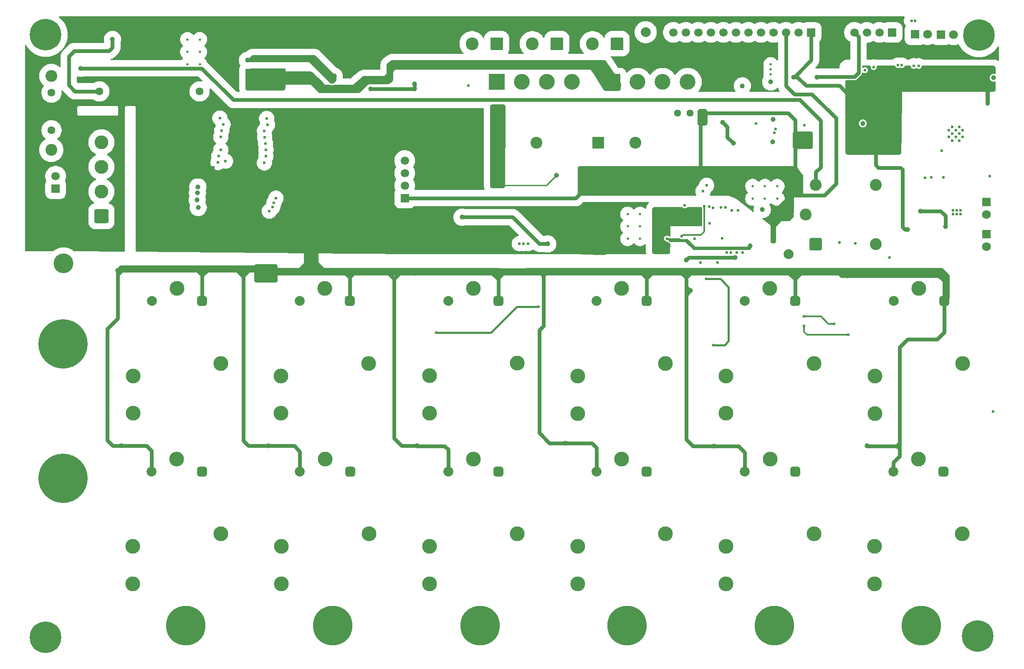
<source format=gbr>
%TF.GenerationSoftware,KiCad,Pcbnew,9.0.5*%
%TF.CreationDate,2025-10-18T22:02:24+01:00*%
%TF.ProjectId,Smart Home Energy Management System,536d6172-7420-4486-9f6d-6520456e6572,rev?*%
%TF.SameCoordinates,Original*%
%TF.FileFunction,Copper,L3,Inr*%
%TF.FilePolarity,Positive*%
%FSLAX46Y46*%
G04 Gerber Fmt 4.6, Leading zero omitted, Abs format (unit mm)*
G04 Created by KiCad (PCBNEW 9.0.5) date 2025-10-18 22:02:24*
%MOMM*%
%LPD*%
G01*
G04 APERTURE LIST*
G04 Aperture macros list*
%AMRoundRect*
0 Rectangle with rounded corners*
0 $1 Rounding radius*
0 $2 $3 $4 $5 $6 $7 $8 $9 X,Y pos of 4 corners*
0 Add a 4 corners polygon primitive as box body*
4,1,4,$2,$3,$4,$5,$6,$7,$8,$9,$2,$3,0*
0 Add four circle primitives for the rounded corners*
1,1,$1+$1,$2,$3*
1,1,$1+$1,$4,$5*
1,1,$1+$1,$6,$7*
1,1,$1+$1,$8,$9*
0 Add four rect primitives between the rounded corners*
20,1,$1+$1,$2,$3,$4,$5,0*
20,1,$1+$1,$4,$5,$6,$7,0*
20,1,$1+$1,$6,$7,$8,$9,0*
20,1,$1+$1,$8,$9,$2,$3,0*%
G04 Aperture macros list end*
%TA.AperFunction,ComponentPad*%
%ADD10C,3.000000*%
%TD*%
%TA.AperFunction,ComponentPad*%
%ADD11RoundRect,0.500000X0.500000X-0.500000X0.500000X0.500000X-0.500000X0.500000X-0.500000X-0.500000X0*%
%TD*%
%TA.AperFunction,ComponentPad*%
%ADD12C,2.000000*%
%TD*%
%TA.AperFunction,ComponentPad*%
%ADD13C,0.500000*%
%TD*%
%TA.AperFunction,ComponentPad*%
%ADD14R,1.800000X1.800000*%
%TD*%
%TA.AperFunction,ComponentPad*%
%ADD15C,1.800000*%
%TD*%
%TA.AperFunction,ComponentPad*%
%ADD16R,1.700000X1.700000*%
%TD*%
%TA.AperFunction,ComponentPad*%
%ADD17C,1.700000*%
%TD*%
%TA.AperFunction,ComponentPad*%
%ADD18C,6.400000*%
%TD*%
%TA.AperFunction,ComponentPad*%
%ADD19C,2.400000*%
%TD*%
%TA.AperFunction,ComponentPad*%
%ADD20C,10.000000*%
%TD*%
%TA.AperFunction,ComponentPad*%
%ADD21C,1.600000*%
%TD*%
%TA.AperFunction,ComponentPad*%
%ADD22RoundRect,0.250000X1.050000X1.050000X-1.050000X1.050000X-1.050000X-1.050000X1.050000X-1.050000X0*%
%TD*%
%TA.AperFunction,ComponentPad*%
%ADD23C,2.600000*%
%TD*%
%TA.AperFunction,ComponentPad*%
%ADD24R,3.200000X3.200000*%
%TD*%
%TA.AperFunction,ComponentPad*%
%ADD25C,3.200000*%
%TD*%
%TA.AperFunction,ComponentPad*%
%ADD26RoundRect,0.250001X-0.949999X-0.949999X0.949999X-0.949999X0.949999X0.949999X-0.949999X0.949999X0*%
%TD*%
%TA.AperFunction,ComponentPad*%
%ADD27RoundRect,0.250001X1.149999X-1.149999X1.149999X1.149999X-1.149999X1.149999X-1.149999X-1.149999X0*%
%TD*%
%TA.AperFunction,ComponentPad*%
%ADD28C,2.800000*%
%TD*%
%TA.AperFunction,ComponentPad*%
%ADD29C,8.000000*%
%TD*%
%TA.AperFunction,ComponentPad*%
%ADD30C,1.440000*%
%TD*%
%TA.AperFunction,ComponentPad*%
%ADD31C,4.000000*%
%TD*%
%TA.AperFunction,ComponentPad*%
%ADD32RoundRect,0.250000X1.000000X-1.000000X1.000000X1.000000X-1.000000X1.000000X-1.000000X-1.000000X0*%
%TD*%
%TA.AperFunction,HeatsinkPad*%
%ADD33C,0.600000*%
%TD*%
%TA.AperFunction,ViaPad*%
%ADD34C,1.000000*%
%TD*%
%TA.AperFunction,ViaPad*%
%ADD35C,0.600000*%
%TD*%
%TA.AperFunction,ViaPad*%
%ADD36C,2.000000*%
%TD*%
%TA.AperFunction,Conductor*%
%ADD37C,0.800000*%
%TD*%
%TA.AperFunction,Conductor*%
%ADD38C,0.400000*%
%TD*%
%TA.AperFunction,Conductor*%
%ADD39C,0.254000*%
%TD*%
%TA.AperFunction,Conductor*%
%ADD40C,0.200000*%
%TD*%
%TA.AperFunction,Conductor*%
%ADD41C,0.300000*%
%TD*%
G04 APERTURE END LIST*
D10*
%TO.N,/SELECT6*%
%TO.C,K8*%
X232194000Y-114187000D03*
X241094000Y-129387000D03*
%TO.N,unconnected-(K8-Pad12)*%
X223294000Y-139527000D03*
%TO.N,/LOAD6*%
X223294000Y-131927000D03*
D11*
%TO.N,/RD1C1*%
X237294000Y-116727000D03*
D12*
%TO.N,+12V*%
X227094000Y-116727000D03*
%TD*%
D13*
%TO.N,GND*%
%TO.C,U2*%
X86470000Y-34090000D03*
X86470000Y-31590000D03*
X86470000Y-29090000D03*
X83970000Y-34090000D03*
X83970000Y-31590000D03*
X83970000Y-29090000D03*
%TD*%
D14*
%TO.N,/GPIO3{slash}RX*%
%TO.C,D17*%
X245980000Y-68580000D03*
D15*
%TO.N,Net-(D17-A)*%
X245980000Y-71120000D03*
%TD*%
D14*
%TO.N,GND*%
%TO.C,D4*%
X236816000Y-28065000D03*
D15*
%TO.N,Net-(D4-A)*%
X239356000Y-28065000D03*
%TD*%
D10*
%TO.N,/SELECT4*%
%TO.C,K4*%
X172024331Y-79599062D03*
X180924331Y-94799062D03*
%TO.N,/INVERTER*%
X163124331Y-104939062D03*
%TO.N,/NEPA*%
X163124331Y-97339062D03*
D11*
%TO.N,+12V*%
X177124331Y-82139062D03*
D12*
%TO.N,/RD1C6*%
X166924331Y-82139062D03*
%TD*%
D10*
%TO.N,/SELECT3*%
%TO.C,K11*%
X141955200Y-114187000D03*
X150855200Y-129387000D03*
%TO.N,unconnected-(K11-Pad12)*%
X133055200Y-139527000D03*
%TO.N,/LOAD3*%
X133055200Y-131927000D03*
D11*
%TO.N,/RD1C7*%
X147055200Y-116727000D03*
D12*
%TO.N,+12V*%
X136855200Y-116727000D03*
%TD*%
D16*
%TO.N,+3.3V*%
%TO.C,J19*%
X210463000Y-27642500D03*
D17*
%TO.N,+5V*%
X207923000Y-27642500D03*
X205383000Y-27642500D03*
%TO.N,/GPIO27*%
X202843000Y-27642500D03*
%TO.N,/GPIO26*%
X200303000Y-27642500D03*
%TO.N,/GPIO25*%
X197763000Y-27642500D03*
%TO.N,/CONST*%
X195223000Y-27642500D03*
%TO.N,/GPIO5{slash}CS*%
X192683000Y-27642500D03*
%TO.N,/GPIO23{slash}MOSI*%
X190143000Y-27642500D03*
%TO.N,/GPIO18{slash}SCK*%
X187603000Y-27642500D03*
%TO.N,GND*%
X185063000Y-27642500D03*
X182523000Y-27642500D03*
%TD*%
D10*
%TO.N,/SELECT3*%
%TO.C,K5*%
X141942550Y-79559705D03*
X150842550Y-94759705D03*
%TO.N,/INVERTER*%
X133042550Y-104899705D03*
%TO.N,/NEPA*%
X133042550Y-97299705D03*
D11*
%TO.N,+12V*%
X147042550Y-82099705D03*
D12*
%TO.N,/RD1C8*%
X136842550Y-82099705D03*
%TD*%
D18*
%TO.N,N/C*%
%TO.C,REF\u002A\u002A*%
X244490000Y-28220000D03*
%TD*%
D19*
%TO.N,Net-(D10-A)*%
%TO.C,C8*%
X56350000Y-36475000D03*
%TO.N,/NEPA*%
X56350000Y-51475000D03*
%TD*%
D18*
%TO.N,N/C*%
%TO.C,REF\u002A\u002A*%
X55210000Y-28140000D03*
%TD*%
D10*
%TO.N,/SELECT4*%
%TO.C,K10*%
X172034800Y-114187000D03*
X180934800Y-129387000D03*
%TO.N,unconnected-(K10-Pad12)*%
X163134800Y-139527000D03*
%TO.N,/LOAD4*%
X163134800Y-131927000D03*
D11*
%TO.N,/RD1C5*%
X177134800Y-116727000D03*
D12*
%TO.N,+12V*%
X166934800Y-116727000D03*
%TD*%
D20*
%TO.N,/INVERTER*%
%TO.C,J2*%
X58725000Y-118125000D03*
%TD*%
D21*
%TO.N,/N*%
%TO.C,R14*%
X86430000Y-39600000D03*
%TO.N,Net-(D11-A)*%
X66110000Y-39600000D03*
%TD*%
D14*
%TO.N,GND*%
%TO.C,D1*%
X231546000Y-28050000D03*
D15*
%TO.N,Net-(D1-A)*%
X234086000Y-28050000D03*
%TD*%
D22*
%TO.N,/2TR 1*%
%TO.C,XFORMER_OUT1*%
X171107000Y-29922500D03*
D23*
%TO.N,/2TR 2*%
X166107000Y-29922500D03*
%TD*%
D24*
%TO.N,VCC2*%
%TO.C,D9*%
X170175000Y-37695000D03*
D25*
%TO.N,/2TR 2*%
X175255000Y-37695000D03*
%TO.N,/2TR 1*%
X180335000Y-37695000D03*
%TO.N,GND*%
X185415000Y-37695000D03*
%TD*%
D26*
%TO.N,VCC1*%
%TO.C,C9*%
X147272220Y-50000000D03*
D19*
%TO.N,GND*%
X154772220Y-50000000D03*
%TD*%
D27*
%TO.N,/NEPA*%
%TO.C,J6*%
X66516098Y-64936807D03*
D28*
%TO.N,/N*%
X66516098Y-59936807D03*
%TO.N,/CT -*%
X66516098Y-54936807D03*
%TO.N,/CT +*%
X66516098Y-49936807D03*
%TD*%
D10*
%TO.N,/SELECT5*%
%TO.C,K3*%
X202106422Y-79589474D03*
X211006422Y-94789474D03*
%TO.N,/INVERTER*%
X193206422Y-104929474D03*
%TO.N,/NEPA*%
X193206422Y-97329474D03*
D11*
%TO.N,+12V*%
X207206422Y-82129474D03*
D12*
%TO.N,/RD1C4*%
X197006422Y-82129474D03*
%TD*%
D18*
%TO.N,N/C*%
%TO.C,REF\u002A\u002A*%
X244210000Y-150090000D03*
%TD*%
D10*
%TO.N,/SELECT1*%
%TO.C,K7*%
X81843890Y-79576737D03*
X90743890Y-94776737D03*
%TO.N,/INVERTER*%
X72943890Y-104916737D03*
%TO.N,/NEPA*%
X72943890Y-97316737D03*
D11*
%TO.N,+12V*%
X86943890Y-82116737D03*
D12*
%TO.N,/RD2C4*%
X76743890Y-82116737D03*
%TD*%
D29*
%TO.N,/LOAD4*%
%TO.C,J22*%
X173120000Y-148000000D03*
%TD*%
%TO.N,/LOAD6*%
%TO.C,J20*%
X232800000Y-148000000D03*
%TD*%
D10*
%TO.N,/SELECT2*%
%TO.C,K6*%
X111817862Y-79576737D03*
X120717862Y-94776737D03*
%TO.N,/INVERTER*%
X102917862Y-104916737D03*
%TO.N,/NEPA*%
X102917862Y-97316737D03*
D11*
%TO.N,+12V*%
X116917862Y-82116737D03*
D12*
%TO.N,/RD2C2*%
X106717862Y-82116737D03*
%TD*%
D30*
%TO.N,GND*%
%TO.C,RV1*%
X183340000Y-44030000D03*
%TO.N,/CONST*%
X185880000Y-44030000D03*
%TO.N,+5V*%
X188420000Y-44030000D03*
%TD*%
D16*
%TO.N,/CT -*%
%TO.C,J3*%
X57225000Y-59350000D03*
D17*
%TO.N,/CT +*%
X57225000Y-56810000D03*
%TD*%
D13*
%TO.N,GND*%
%TO.C,U1*%
X175750000Y-69500000D03*
X175750000Y-67000000D03*
X175750000Y-64500000D03*
X173250000Y-69500000D03*
X173250000Y-67000000D03*
X173250000Y-64500000D03*
%TD*%
D29*
%TO.N,/LOAD3*%
%TO.C,J23*%
X143280000Y-148000000D03*
%TD*%
D31*
%TO.N,/N*%
%TO.C,J10*%
X58850000Y-74525000D03*
%TD*%
D29*
%TO.N,/LOAD1*%
%TO.C,J25*%
X83600000Y-148000000D03*
%TD*%
D18*
%TO.N,N/C*%
%TO.C,REF\u002A\u002A*%
X55170000Y-150360000D03*
%TD*%
D24*
%TO.N,VCC1*%
%TO.C,D8*%
X146695000Y-37695000D03*
D25*
%TO.N,/1TR 2*%
X151775000Y-37695000D03*
%TO.N,/1TR 1*%
X156855000Y-37695000D03*
%TO.N,GND*%
X161935000Y-37695000D03*
%TD*%
D20*
%TO.N,/NEPA*%
%TO.C,J1*%
X58725000Y-90850000D03*
%TD*%
D10*
%TO.N,/SELECT2*%
%TO.C,K12*%
X111875600Y-114187000D03*
X120775600Y-129387000D03*
%TO.N,unconnected-(K12-Pad12)*%
X102975600Y-139527000D03*
%TO.N,/LOAD2*%
X102975600Y-131927000D03*
D11*
%TO.N,/RD2C1*%
X116975600Y-116727000D03*
D12*
%TO.N,+12V*%
X106775600Y-116727000D03*
%TD*%
D14*
%TO.N,/GPIO1{slash}TX*%
%TO.C,D16*%
X245980000Y-62070000D03*
D15*
%TO.N,Net-(D16-A)*%
X245980000Y-64610000D03*
%TD*%
D22*
%TO.N,/TRANS-IN*%
%TO.C,XFORMER_IN*%
X158900000Y-29922500D03*
D23*
%TO.N,/N*%
X153900000Y-29922500D03*
%TD*%
D19*
%TO.N,/TRANS-IN*%
%TO.C,K1*%
X209380000Y-64590000D03*
%TO.N,/INVERTER*%
X223580000Y-58590000D03*
%TO.N,/NEPA*%
X223580000Y-70590000D03*
D32*
%TO.N,Net-(D5-A)*%
X211380000Y-70590000D03*
D19*
%TO.N,VCC3*%
X211380000Y-58590000D03*
%TD*%
D16*
%TO.N,GND*%
%TO.C,J14*%
X226870000Y-27650000D03*
D17*
%TO.N,/D+*%
X224330000Y-27650000D03*
%TO.N,/D-*%
X221790000Y-27650000D03*
%TO.N,Net-(D13-K)*%
X219250000Y-27650000D03*
%TD*%
D13*
%TO.N,GND*%
%TO.C,U4*%
X198590000Y-61350000D03*
X201090000Y-61350000D03*
X203590000Y-61350000D03*
X198590000Y-58850000D03*
X201090000Y-58850000D03*
X203590000Y-58850000D03*
%TD*%
%TO.N,Net-(D14-A)*%
%TO.C,U5*%
X202260000Y-36150000D03*
X202260000Y-35150000D03*
X202260000Y-34150000D03*
%TD*%
D22*
%TO.N,/1TR 1*%
%TO.C,XFORMER_OUT2*%
X146693000Y-29922500D03*
D23*
%TO.N,/1TR 2*%
X141693000Y-29922500D03*
%TD*%
D29*
%TO.N,/LOAD5*%
%TO.C,J21*%
X202960000Y-148000000D03*
%TD*%
%TO.N,/LOAD2*%
%TO.C,J24*%
X113440000Y-148000000D03*
%TD*%
D26*
%TO.N,VCC2*%
%TO.C,C10*%
X167272220Y-50000000D03*
D19*
%TO.N,GND*%
X174772220Y-50000000D03*
%TD*%
D10*
%TO.N,/SELECT6*%
%TO.C,K2*%
X232326329Y-79595347D03*
X241226329Y-94795347D03*
%TO.N,/INVERTER*%
X223426329Y-104935347D03*
%TO.N,/NEPA*%
X223426329Y-97335347D03*
D11*
%TO.N,+12V*%
X237426329Y-82135347D03*
D12*
%TO.N,/RD1C2*%
X227226329Y-82135347D03*
%TD*%
D10*
%TO.N,/SELECT5*%
%TO.C,K9*%
X202114400Y-114187000D03*
X211014400Y-129387000D03*
%TO.N,unconnected-(K9-Pad12)*%
X193214400Y-139527000D03*
%TO.N,/LOAD5*%
X193214400Y-131927000D03*
D11*
%TO.N,/RD1C3*%
X207214400Y-116727000D03*
D12*
%TO.N,+12V*%
X197014400Y-116727000D03*
%TD*%
D21*
%TO.N,Net-(D10-A)*%
%TO.C,R13*%
X56388000Y-39878000D03*
%TO.N,/NEPA*%
X56388000Y-47498000D03*
%TD*%
D10*
%TO.N,/SELECT1*%
%TO.C,K13*%
X81796000Y-114187000D03*
X90696000Y-129387000D03*
%TO.N,unconnected-(K13-Pad12)*%
X72896000Y-139527000D03*
%TO.N,/LOAD1*%
X72896000Y-131927000D03*
D11*
%TO.N,/RD2C3*%
X86896000Y-116727000D03*
D12*
%TO.N,+12V*%
X76696000Y-116727000D03*
%TD*%
D33*
%TO.N,GND*%
%TO.C,U3*%
X240505000Y-46770000D03*
X239105000Y-46770000D03*
X241205000Y-47470000D03*
X239805000Y-47470000D03*
X238405000Y-47470000D03*
X240505000Y-48170000D03*
X239105000Y-48170000D03*
X241205000Y-48870000D03*
X239805000Y-48870000D03*
X238405000Y-48870000D03*
X240505000Y-49570000D03*
X239105000Y-49570000D03*
%TD*%
D16*
%TO.N,+5V*%
%TO.C,J11*%
X128031200Y-61258200D03*
D17*
%TO.N,Net-(J11-Pin_2)*%
X128031200Y-58718200D03*
%TO.N,Net-(J11-Pin_3)*%
X128031200Y-56178200D03*
%TO.N,GND*%
X128031200Y-53638200D03*
%TD*%
D34*
%TO.N,+5V*%
X203400000Y-66025000D03*
D35*
X208000000Y-50900000D03*
X207200000Y-50100000D03*
X187975000Y-45307775D03*
D34*
X202325000Y-65975000D03*
D35*
X207200000Y-50900000D03*
X188775000Y-46107775D03*
X208000000Y-50100000D03*
X163700000Y-58400000D03*
X188775000Y-45307775D03*
X164500000Y-58400000D03*
X163700000Y-57600000D03*
X187975000Y-46107775D03*
X164500000Y-57600000D03*
%TO.N,GND*%
X221361000Y-35306000D03*
X230820997Y-25273000D03*
X186850000Y-69485000D03*
X231521000Y-25273000D03*
X240792000Y-63754000D03*
X231267000Y-34417000D03*
X151257000Y-70485000D03*
X152146000Y-70485000D03*
X228092000Y-34290000D03*
X240030000Y-63754000D03*
X153035000Y-70485000D03*
X223139000Y-34671000D03*
X232283000Y-34417000D03*
X239268000Y-63754000D03*
D34*
X247479000Y-36851211D03*
D35*
X239268000Y-64516000D03*
X184825000Y-62725000D03*
X228854000Y-34290000D03*
X240030000Y-64516000D03*
X240792000Y-64516000D03*
D34*
%TO.N,VCC2*%
X100600000Y-36275000D03*
X100600000Y-37450000D03*
X124675000Y-37525000D03*
X96200000Y-37475000D03*
X96225000Y-36250000D03*
%TO.N,VCC1*%
X158775000Y-56675000D03*
X147350000Y-42800000D03*
X198125000Y-70950000D03*
X147550000Y-58700000D03*
D35*
X181251223Y-69479033D03*
D34*
X146450000Y-58700000D03*
X146250000Y-42800000D03*
%TO.N,+3.3V*%
X230000000Y-67650000D03*
D35*
X228750000Y-38950000D03*
X224300000Y-46400000D03*
X240650000Y-35900000D03*
X186500000Y-65675000D03*
X225171000Y-46400000D03*
X247500000Y-38425000D03*
X228473000Y-39878000D03*
X185575000Y-65675000D03*
X228473000Y-40640000D03*
X240650000Y-36625000D03*
X187375000Y-65675000D03*
X227711000Y-39878000D03*
X223575000Y-51475000D03*
X186500000Y-66500000D03*
X218575000Y-51450000D03*
X246250000Y-42150000D03*
X218575000Y-50800000D03*
X185575000Y-66500000D03*
D34*
X206875000Y-36700000D03*
D35*
X187375000Y-66500000D03*
X223575000Y-50825000D03*
X240650000Y-35175000D03*
D34*
X218275000Y-46375000D03*
D35*
X247500000Y-39125000D03*
X227711000Y-40640000D03*
X181275000Y-72175000D03*
X178625000Y-69450000D03*
X180600000Y-72175000D03*
X179325000Y-69450000D03*
X178700000Y-64225000D03*
X179550000Y-64225000D03*
D34*
%TO.N,+12V*%
X190749999Y-111550001D03*
X101500000Y-77725000D03*
D35*
X113075000Y-27600000D03*
X96800000Y-29900000D03*
D34*
X130300000Y-76500000D03*
D35*
X126400000Y-29000000D03*
D34*
X186000000Y-80000000D03*
X100400000Y-77725000D03*
X70600000Y-111500000D03*
D35*
X113875000Y-28300000D03*
X97600000Y-29900000D03*
X127200000Y-29000000D03*
X127200000Y-27600000D03*
X126400000Y-28300000D03*
X113075000Y-28300000D03*
X113075000Y-29000000D03*
X126400000Y-27600000D03*
X96800000Y-30600000D03*
X113875000Y-29000000D03*
D34*
X69800000Y-75900000D03*
D35*
X97600000Y-29200000D03*
D34*
X100375000Y-75275000D03*
X130550000Y-111525000D03*
X100400000Y-111500000D03*
D35*
X113875000Y-27600000D03*
D34*
X101500000Y-76500000D03*
X101500000Y-75275000D03*
D35*
X97600000Y-30600000D03*
D34*
X100400000Y-76500000D03*
D35*
X96800000Y-29200000D03*
D34*
X217830400Y-77000000D03*
X221800000Y-111500000D03*
X156150000Y-77000000D03*
X160625000Y-110975000D03*
D35*
X127200000Y-28300000D03*
D34*
X86800000Y-70300000D03*
X86600000Y-56700000D03*
X87800000Y-56700000D03*
X88000000Y-70300000D03*
%TO.N,VCC3*%
X232650000Y-63875000D03*
X237675000Y-67025000D03*
X62300000Y-34925000D03*
%TO.N,Net-(D13-K)*%
X211625000Y-36700000D03*
X196500000Y-38475000D03*
%TO.N,Net-(D14-A)*%
X220945000Y-46120000D03*
X202260000Y-37700000D03*
X202710000Y-45325000D03*
%TO.N,Net-(D2-K)*%
X192500000Y-45850000D03*
X200540491Y-63590000D03*
X202700000Y-49900000D03*
X194700000Y-50100000D03*
%TO.N,Net-(D3-K)*%
X121125000Y-39125000D03*
X130048000Y-38100000D03*
X130000000Y-39125000D03*
X96150000Y-33300000D03*
X113737500Y-36512500D03*
X113250000Y-37550000D03*
%TO.N,Net-(D11-A)*%
X68750000Y-29050000D03*
%TO.N,Net-(D12-K)*%
X195072000Y-73279000D03*
X139650000Y-65125000D03*
X185101132Y-73849132D03*
X157025000Y-70550000D03*
D35*
%TO.N,/RD1C2*%
X91200000Y-46325000D03*
%TO.N,/RD1C4*%
X90725000Y-48875000D03*
%TO.N,/RD1C6*%
X90725000Y-51450000D03*
%TO.N,/RD1C8*%
X90175000Y-54025000D03*
D34*
%TO.N,/RD2C2*%
X86000000Y-60225000D03*
%TO.N,/RD2C4*%
X86150000Y-63150000D03*
D35*
%TO.N,/RD1C1*%
X90526408Y-45018133D03*
%TO.N,/RD1C3*%
X90925000Y-47600000D03*
%TO.N,/RD1C5*%
X91700000Y-53750000D03*
%TO.N,/RD1C7*%
X90325000Y-52750000D03*
D34*
%TO.N,/RD2C1*%
X86074998Y-58975000D03*
%TO.N,/RD2C3*%
X85950000Y-61625000D03*
D35*
%TO.N,/N*%
X134416800Y-88544400D03*
X155145002Y-83285000D03*
%TO.N,/INVERTER*%
X226350000Y-73300000D03*
X247325000Y-104550000D03*
%TO.N,/GPIO18{slash}SCK*%
X237330000Y-57050000D03*
%TO.N,/GPIO23{slash}MOSI*%
X246650000Y-56800000D03*
%TO.N,/GPIO5{slash}CS*%
X236945000Y-51650000D03*
%TO.N,/GPIO25*%
X199285000Y-46095000D03*
X209065000Y-46465000D03*
D36*
%TO.N,/TRANS-IN*%
X205900000Y-72600000D03*
X176900000Y-27600000D03*
D35*
%TO.N,/GPIO17*%
X234815000Y-57095000D03*
X203240000Y-47220000D03*
%TO.N,/GPIO16*%
X233575000Y-57115000D03*
X202980000Y-48030000D03*
%TO.N,Net-(OC2-Pad1)*%
X189220000Y-77655000D03*
X190630000Y-91110000D03*
%TO.N,/NEPA_SENSE*%
X215117174Y-86733516D03*
X188020000Y-74295000D03*
X209000000Y-85250000D03*
%TO.N,Net-(Q1A-C1)*%
X218000000Y-89000000D03*
X208991200Y-87200000D03*
%TO.N,/INVERTER_SENSE*%
X191516000Y-74295000D03*
%TO.N,Net-(Q3-IN3)*%
X99575000Y-47625000D03*
X189775000Y-62975000D03*
%TO.N,Net-(Q3-IN1)*%
X189250000Y-58675000D03*
X100025000Y-45100000D03*
%TO.N,Net-(Q3-IN4)*%
X190550000Y-63275000D03*
X99625000Y-48900000D03*
%TO.N,Net-(Q3-IN2)*%
X188550000Y-59875000D03*
X100200000Y-46400000D03*
%TO.N,Net-(Q3-IN7)*%
X99875000Y-52750000D03*
X194375000Y-63775000D03*
%TO.N,Net-(Q3-IN8)*%
X99575000Y-54125000D03*
X195625000Y-63750000D03*
%TO.N,Net-(Q3-IN6)*%
X99900000Y-51450000D03*
X193100000Y-63175000D03*
%TO.N,Net-(Q3-IN5)*%
X99800000Y-50175000D03*
X192175001Y-63125001D03*
%TO.N,Net-(Q4-IN2)*%
X195350000Y-72300000D03*
X101525000Y-62200000D03*
%TO.N,Net-(Q4-IN4)*%
X193375000Y-72334400D03*
X100575000Y-63900000D03*
%TO.N,Net-(Q4-IN1)*%
X196575000Y-72325000D03*
X101925000Y-61250000D03*
%TO.N,Net-(Q4-IN3)*%
X101250000Y-63100000D03*
X194224939Y-72324091D03*
%TO.N,/IND_LED*%
X192443417Y-69399999D03*
%TO.N,Net-(U6-IO1_5)*%
X140900000Y-38465000D03*
%TO.N,Net-(D15-K)*%
X219418400Y-70400000D03*
%TO.N,Net-(D30-K)*%
X216175000Y-70250000D03*
%TO.N,/GPIO21{slash}SDA*%
X188800000Y-62925000D03*
X184210000Y-68960000D03*
%TO.N,/GPIO22{slash}SCL*%
X189900000Y-66375000D03*
%TD*%
D37*
%TO.N,+5V*%
X207025000Y-40175000D02*
X210625000Y-40175000D01*
X205755000Y-44030000D02*
X207200000Y-45475000D01*
X210625000Y-40175000D02*
X215500000Y-45050000D01*
X215500000Y-45050000D02*
X215500000Y-58350000D01*
X213153500Y-60696500D02*
X206409636Y-60696500D01*
X204050000Y-65375000D02*
X203400000Y-66025000D01*
X207200000Y-60375000D02*
X207200000Y-50900000D01*
X185675000Y-57600000D02*
X164500000Y-57600000D01*
X205383000Y-38533000D02*
X207025000Y-40175000D01*
X207200000Y-45475000D02*
X207200000Y-50100000D01*
X163700000Y-60275000D02*
X163700000Y-58400000D01*
X215500000Y-58350000D02*
X213153500Y-60696500D01*
X206925000Y-60650000D02*
X207200000Y-60375000D01*
X188420000Y-44030000D02*
X205755000Y-44030000D01*
X208525000Y-60696500D02*
X206409636Y-60696500D01*
X187975000Y-55300000D02*
X185675000Y-57600000D01*
X128031200Y-61258200D02*
X162716800Y-61258200D01*
X209071500Y-60696500D02*
X209525000Y-60696500D01*
X162716800Y-61258200D02*
X163700000Y-60275000D01*
X209525000Y-60696500D02*
X206421500Y-60696500D01*
X204050000Y-63056136D02*
X204050000Y-65375000D01*
X206409636Y-60696500D02*
X204050000Y-63056136D01*
X205383000Y-27642500D02*
X205383000Y-38533000D01*
X187975000Y-46107775D02*
X187975000Y-55300000D01*
D38*
%TO.N,VCC1*%
X183718629Y-69600000D02*
X181550000Y-69600000D01*
X181550000Y-69600000D02*
X181429033Y-69479033D01*
X198125000Y-70950000D02*
X197800000Y-71275000D01*
X181875000Y-69900000D02*
X181575000Y-69600000D01*
X181429033Y-69479033D02*
X181251223Y-69479033D01*
X185000000Y-69900000D02*
X181875000Y-69900000D01*
D39*
X156750000Y-58700000D02*
X158775000Y-56675000D01*
D38*
X197900000Y-71525000D02*
X186625000Y-71525000D01*
X181550000Y-69600000D02*
X181429033Y-69479033D01*
D39*
X147550000Y-58700000D02*
X156750000Y-58700000D01*
D38*
X185335000Y-69760000D02*
X183878629Y-69760000D01*
X183878629Y-69760000D02*
X183718629Y-69600000D01*
X198125000Y-71300000D02*
X197900000Y-71525000D01*
X198125000Y-70950000D02*
X198125000Y-71300000D01*
X181429033Y-69479033D02*
X181251223Y-69479033D01*
X181575000Y-69600000D02*
X181550000Y-69600000D01*
X186625000Y-71525000D02*
X185000000Y-69900000D01*
X186850000Y-71275000D02*
X185335000Y-69760000D01*
X197800000Y-71275000D02*
X186850000Y-71275000D01*
D37*
%TO.N,+3.3V*%
X228560364Y-55069000D02*
X224094000Y-55069000D01*
X218275000Y-40575000D02*
X218275000Y-46375000D01*
X206875000Y-36700000D02*
X207680000Y-36700000D01*
X228976000Y-56225636D02*
X228971000Y-56220636D01*
X228976000Y-67101000D02*
X228976000Y-56225636D01*
X230000000Y-67650000D02*
X229525000Y-67650000D01*
X228971000Y-56220636D02*
X228971000Y-55479636D01*
X228971000Y-55479636D02*
X228560364Y-55069000D01*
X223575000Y-54550000D02*
X223575000Y-51475000D01*
X209450000Y-38470000D02*
X216170000Y-38470000D01*
X229525000Y-67650000D02*
X228976000Y-67101000D01*
X210463000Y-33262000D02*
X210463000Y-27642500D01*
X206875000Y-36700000D02*
X207025000Y-36700000D01*
X216170000Y-38470000D02*
X218275000Y-40575000D01*
X207025000Y-36700000D02*
X210463000Y-33262000D01*
X224094000Y-55069000D02*
X223575000Y-54550000D01*
X207680000Y-36700000D02*
X209450000Y-38470000D01*
%TO.N,+12V*%
X220500000Y-75800000D02*
X221075000Y-75800000D01*
X185800000Y-80000000D02*
X185100000Y-79300000D01*
X69800000Y-77000000D02*
X69800000Y-76800000D01*
X147042550Y-77400000D02*
X147042550Y-75857450D01*
X147042550Y-75857450D02*
X152704550Y-75857450D01*
X95300000Y-77600000D02*
X95300000Y-77200000D01*
X116917862Y-82116737D02*
X116917862Y-77900000D01*
X155300000Y-88075000D02*
X155300000Y-108900000D01*
X177124331Y-78300000D02*
X177124331Y-75824331D01*
X157375000Y-110975000D02*
X160625000Y-110975000D01*
X207206422Y-82129474D02*
X207206422Y-78100000D01*
X177124331Y-82139062D02*
X177124331Y-78300000D01*
X185100000Y-77400000D02*
X186000000Y-76500000D01*
X227094000Y-116727000D02*
X227094000Y-114906000D01*
X156150000Y-76550000D02*
X156150000Y-77000000D01*
X221775000Y-76500000D02*
X221800000Y-76525000D01*
X127425000Y-111525000D02*
X125900000Y-110000000D01*
X116917862Y-77900000D02*
X116917862Y-76517862D01*
X197014400Y-116727000D02*
X197014400Y-112814400D01*
X147042550Y-76942550D02*
X145900000Y-75800000D01*
X127000000Y-76500000D02*
X130300000Y-76500000D01*
X70600000Y-111500000D02*
X68800000Y-111500000D01*
X221075000Y-75800000D02*
X221800000Y-76525000D01*
X102200000Y-75800000D02*
X106700000Y-75800000D01*
X108900000Y-74600000D02*
X109350000Y-75050000D01*
X136855200Y-112280200D02*
X136125000Y-111550000D01*
X97800000Y-75275000D02*
X94500000Y-75275000D01*
X177124331Y-78300000D02*
X177124331Y-77424331D01*
X236000000Y-89900000D02*
X237426329Y-88473671D01*
X228400000Y-113600000D02*
X228400000Y-112100000D01*
X86000000Y-75900000D02*
X88000000Y-75900000D01*
X156160000Y-78160000D02*
X156160000Y-76540000D01*
X110100000Y-73000000D02*
X110100000Y-74400000D01*
X116917862Y-76517862D02*
X116900000Y-76500000D01*
X70425000Y-75275000D02*
X69800000Y-75900000D01*
X228400000Y-109900000D02*
X228400000Y-91500000D01*
X116917862Y-77282138D02*
X117700000Y-76500000D01*
X95300000Y-76275000D02*
X96300000Y-75275000D01*
X156160000Y-76540000D02*
X156120000Y-76500000D01*
X226000000Y-111550000D02*
X226244000Y-111550000D01*
X106925000Y-70825000D02*
X107925000Y-71825000D01*
X99800000Y-75900000D02*
X100400000Y-76500000D01*
X124800000Y-76500000D02*
X127000000Y-76500000D01*
X177175669Y-77424331D02*
X178100000Y-76500000D01*
X226100000Y-76525000D02*
X221800000Y-76525000D01*
X216600000Y-77000000D02*
X236397529Y-77000000D01*
X108400000Y-75800000D02*
X108400000Y-71500000D01*
X86943890Y-75318890D02*
X86900000Y-75275000D01*
X107725000Y-70825000D02*
X106925000Y-70825000D01*
X110100000Y-75800000D02*
X110700000Y-75800000D01*
X106950000Y-76500000D02*
X101500000Y-76500000D01*
X108475000Y-70825000D02*
X107725000Y-70825000D01*
X235975000Y-75800000D02*
X237426329Y-77251329D01*
X86800000Y-70300000D02*
X88000000Y-70300000D01*
X95300000Y-76075000D02*
X94500000Y-75275000D01*
X130575000Y-111550000D02*
X130550000Y-111525000D01*
X224900000Y-111550000D02*
X221850000Y-111550000D01*
X221850000Y-111550000D02*
X221800000Y-111500000D01*
X176200000Y-76500000D02*
X178100000Y-76500000D01*
X226000000Y-111550000D02*
X227850000Y-111550000D01*
X148000000Y-76500000D02*
X154500000Y-76500000D01*
X86200000Y-75275000D02*
X70425000Y-75275000D01*
X94500000Y-75275000D02*
X87700000Y-75275000D01*
X185100000Y-78200000D02*
X185100000Y-77400000D01*
X95300000Y-110500000D02*
X95300000Y-77600000D01*
X227850000Y-111550000D02*
X228400000Y-112100000D01*
X95300000Y-76600000D02*
X94600000Y-75900000D01*
X110100000Y-75800000D02*
X110100000Y-73000000D01*
X207206422Y-78100000D02*
X207206422Y-77700000D01*
X88000000Y-75900000D02*
X94000000Y-75900000D01*
X236397529Y-77000000D02*
X237426329Y-78028800D01*
X86943890Y-76956110D02*
X88000000Y-75900000D01*
X116900000Y-76500000D02*
X117700000Y-76500000D01*
X86943890Y-82116737D02*
X86943890Y-77800000D01*
X147042550Y-77742550D02*
X145800000Y-76500000D01*
X95300000Y-77000000D02*
X95300000Y-75375000D01*
X86943890Y-76200000D02*
X86943890Y-76031110D01*
X155300000Y-108900000D02*
X157375000Y-110975000D01*
X107925000Y-74575000D02*
X107925000Y-75525000D01*
X96300000Y-111500000D02*
X95300000Y-110500000D01*
X106950000Y-76500000D02*
X116000000Y-76500000D01*
X166934800Y-111934800D02*
X166934800Y-116727000D01*
X76700000Y-112550000D02*
X76700000Y-116723000D01*
X109525000Y-70825000D02*
X106925000Y-70825000D01*
X147042550Y-75857450D02*
X147100000Y-75800000D01*
X154540000Y-76540000D02*
X156160000Y-76540000D01*
X156160000Y-76540000D02*
X156150000Y-76550000D01*
X105600000Y-111500000D02*
X100400000Y-111500000D01*
X95300000Y-77000000D02*
X96400000Y-75900000D01*
X195750001Y-111550001D02*
X190749999Y-111550001D01*
X177124331Y-77424331D02*
X177175669Y-77424331D01*
X94600000Y-75900000D02*
X96400000Y-75900000D01*
X230000000Y-89900000D02*
X236000000Y-89900000D01*
X186000000Y-80000000D02*
X185100000Y-80000000D01*
X75650000Y-111500000D02*
X76700000Y-112550000D01*
X107925000Y-71825000D02*
X107925000Y-74575000D01*
X186000000Y-76500000D02*
X206000000Y-76500000D01*
X96400000Y-75900000D02*
X99800000Y-75900000D01*
X86943890Y-77800000D02*
X86943890Y-76200000D01*
X156160000Y-78160000D02*
X156150000Y-78150000D01*
X217100000Y-76500000D02*
X217600000Y-77000000D01*
X70600000Y-111500000D02*
X75650000Y-111500000D01*
X130550000Y-111525000D02*
X127425000Y-111525000D01*
X68800000Y-111500000D02*
X67700000Y-110400000D01*
X186000000Y-80000000D02*
X185100000Y-80900000D01*
X108900000Y-75800000D02*
X108900000Y-73500000D01*
X165975000Y-110975000D02*
X166934800Y-111934800D01*
X237426329Y-82135347D02*
X237426329Y-77251329D01*
X207206422Y-77700000D02*
X207206422Y-76700000D01*
X156160000Y-87215000D02*
X155300000Y-88075000D01*
X106700000Y-75800000D02*
X108400000Y-75800000D01*
X197014400Y-112814400D02*
X195750001Y-111550001D01*
X125900000Y-77600000D02*
X124800000Y-76500000D01*
X69800000Y-77000000D02*
X69800000Y-85700000D01*
X109350000Y-74000000D02*
X109350000Y-71650000D01*
X108400000Y-75800000D02*
X108900000Y-75800000D01*
X207200000Y-77700000D02*
X206000000Y-76500000D01*
X86943890Y-76031110D02*
X87700000Y-75275000D01*
X86943890Y-76200000D02*
X86943890Y-75318890D01*
X147100000Y-77400000D02*
X148000000Y-76500000D01*
X206000000Y-76500000D02*
X208300000Y-76500000D01*
X216100000Y-76500000D02*
X216600000Y-77000000D01*
X208300000Y-76500000D02*
X216100000Y-76500000D01*
X116917862Y-77900000D02*
X116917862Y-77417862D01*
X228400000Y-112100000D02*
X228400000Y-111000000D01*
X107925000Y-75525000D02*
X106950000Y-76500000D01*
X136125000Y-111550000D02*
X130575000Y-111550000D01*
X147042550Y-77400000D02*
X147100000Y-77400000D01*
X116917862Y-77900000D02*
X116917862Y-77282138D01*
X108900000Y-75800000D02*
X110100000Y-75800000D01*
X95300000Y-77600000D02*
X95300000Y-77000000D01*
X95300000Y-76600000D02*
X95300000Y-76075000D01*
X185100000Y-79300000D02*
X185100000Y-78200000D01*
X238100000Y-77000000D02*
X238100000Y-81461676D01*
X207206422Y-78100000D02*
X207206422Y-77593578D01*
X217600000Y-77000000D02*
X217830400Y-77000000D01*
X96300000Y-75275000D02*
X95800000Y-75275000D01*
X86900000Y-75275000D02*
X86200000Y-75275000D01*
X147042550Y-78100000D02*
X147042550Y-77400000D01*
X106775600Y-116727000D02*
X106775600Y-112675600D01*
X95300000Y-75375000D02*
X95200000Y-75275000D01*
X185100000Y-80900000D02*
X185100000Y-80000000D01*
X207206422Y-77593578D02*
X208300000Y-76500000D01*
X177124331Y-77424331D02*
X176200000Y-76500000D01*
X217100000Y-76500000D02*
X221775000Y-76500000D01*
X228400000Y-111000000D02*
X228400000Y-109900000D01*
X109350000Y-74000000D02*
X109350000Y-74450000D01*
X88525000Y-70825000D02*
X106925000Y-70825000D01*
X185100000Y-78200000D02*
X185100000Y-75800000D01*
X95200000Y-75275000D02*
X94500000Y-75275000D01*
X184200000Y-76500000D02*
X186000000Y-76500000D01*
X95300000Y-76600000D02*
X95300000Y-76275000D01*
X108900000Y-73500000D02*
X108900000Y-74600000D01*
X110700000Y-75800000D02*
X111500000Y-75800000D01*
X147042550Y-77400000D02*
X147042550Y-76942550D01*
X152762000Y-75800000D02*
X177100000Y-75800000D01*
X235975000Y-75800000D02*
X236900000Y-75800000D01*
X156160000Y-78160000D02*
X156160000Y-87215000D01*
X185100000Y-77400000D02*
X184200000Y-76500000D01*
X106775600Y-112675600D02*
X105600000Y-111500000D01*
X117700000Y-76500000D02*
X124800000Y-76500000D01*
X224900000Y-111550000D02*
X226750000Y-111550000D01*
X95300000Y-76600000D02*
X95300000Y-75775000D01*
X236700000Y-76525000D02*
X226100000Y-76525000D01*
X145900000Y-75800000D02*
X147100000Y-75800000D01*
X238100000Y-81461676D02*
X237426329Y-82135347D01*
X154500000Y-76500000D02*
X154540000Y-76540000D01*
X130300000Y-76500000D02*
X145800000Y-76500000D01*
X228400000Y-91500000D02*
X230000000Y-89900000D01*
X186450001Y-111550001D02*
X185100000Y-110200000D01*
X186000000Y-80000000D02*
X185800000Y-80000000D01*
X177100000Y-75800000D02*
X185100000Y-75800000D01*
X216100000Y-76500000D02*
X217100000Y-76500000D01*
X185100000Y-110200000D02*
X185100000Y-80900000D01*
X95800000Y-75275000D02*
X95200000Y-75275000D01*
X116000000Y-76500000D02*
X116900000Y-76500000D01*
X190749999Y-111550001D02*
X186450001Y-111550001D01*
X95300000Y-77200000D02*
X94000000Y-75900000D01*
X97800000Y-75275000D02*
X96300000Y-75275000D01*
X185100000Y-75800000D02*
X220500000Y-75800000D01*
X160625000Y-110975000D02*
X165975000Y-110975000D01*
X109350000Y-75050000D02*
X110100000Y-75800000D01*
X100400000Y-111500000D02*
X100350000Y-111550000D01*
X226000000Y-111550000D02*
X224900000Y-111550000D01*
X111500000Y-75800000D02*
X145900000Y-75800000D01*
X178100000Y-76500000D02*
X184200000Y-76500000D01*
X86943890Y-76843890D02*
X86000000Y-75900000D01*
X86943890Y-76018890D02*
X86200000Y-75275000D01*
X94000000Y-75900000D02*
X94600000Y-75900000D01*
X100400000Y-111500000D02*
X96300000Y-111500000D01*
X177124331Y-75824331D02*
X177100000Y-75800000D01*
X125900000Y-110000000D02*
X125900000Y-77600000D01*
X86943890Y-76200000D02*
X86943890Y-76018890D01*
X70700000Y-75900000D02*
X86000000Y-75900000D01*
X87700000Y-75275000D02*
X86900000Y-75275000D01*
X136855200Y-116727000D02*
X136855200Y-112280200D01*
X156120000Y-76500000D02*
X176200000Y-76500000D01*
X227850000Y-111550000D02*
X228400000Y-111000000D01*
X88000000Y-70300000D02*
X88525000Y-70825000D01*
X156150000Y-78150000D02*
X156150000Y-77000000D01*
X220500000Y-75800000D02*
X235975000Y-75800000D01*
X147042550Y-82099705D02*
X147042550Y-78100000D01*
X207206422Y-77700000D02*
X207200000Y-77700000D01*
X108400000Y-71500000D02*
X107725000Y-70825000D01*
X86943890Y-77800000D02*
X86943890Y-76956110D01*
X110100000Y-73000000D02*
X110100000Y-71400000D01*
X125900000Y-77600000D02*
X127000000Y-76500000D01*
X236900000Y-75800000D02*
X238100000Y-77000000D01*
X109350000Y-71650000D02*
X108900000Y-71200000D01*
X152704550Y-75857450D02*
X152762000Y-75800000D01*
X86943890Y-77800000D02*
X86943890Y-76843890D01*
X95300000Y-75775000D02*
X95800000Y-75275000D01*
X101500000Y-76500000D02*
X102200000Y-75800000D01*
X100375000Y-75275000D02*
X97800000Y-75275000D01*
X110100000Y-71400000D02*
X109525000Y-70825000D01*
X185100000Y-80000000D02*
X185100000Y-79300000D01*
X67700000Y-87800000D02*
X69800000Y-85700000D01*
X145800000Y-76500000D02*
X148000000Y-76500000D01*
X227094000Y-114906000D02*
X228400000Y-113600000D01*
X147042550Y-78100000D02*
X147042550Y-77742550D01*
X116917862Y-77417862D02*
X116000000Y-76500000D01*
X69800000Y-75900000D02*
X69800000Y-77000000D01*
X108900000Y-73500000D02*
X108900000Y-71200000D01*
X109350000Y-75050000D02*
X109350000Y-74000000D01*
X106700000Y-75800000D02*
X107925000Y-74575000D01*
X110100000Y-74400000D02*
X111500000Y-75800000D01*
X69800000Y-76800000D02*
X70700000Y-75900000D01*
X95300000Y-77000000D02*
X95300000Y-76600000D01*
X67700000Y-110400000D02*
X67700000Y-87800000D01*
X109350000Y-74450000D02*
X110700000Y-75800000D01*
X237426329Y-88473671D02*
X237426329Y-82135347D01*
%TO.N,VCC3*%
X211380000Y-55995000D02*
X212375000Y-55000000D01*
X83617504Y-34941000D02*
X83601504Y-34925000D01*
X237675000Y-64825000D02*
X237675000Y-67025000D01*
X86117504Y-34941000D02*
X86101504Y-34925000D01*
X236725000Y-63875000D02*
X237375000Y-64525000D01*
X211380000Y-58590000D02*
X211380000Y-55995000D01*
X86822496Y-34941000D02*
X86117504Y-34941000D01*
X86101504Y-34925000D02*
X84338496Y-34925000D01*
X84322496Y-34941000D02*
X83617504Y-34941000D01*
X237375000Y-64525000D02*
X237675000Y-64825000D01*
X86838496Y-34925000D02*
X86822496Y-34941000D01*
X83601504Y-34925000D02*
X62300000Y-34925000D01*
X84338496Y-34925000D02*
X84322496Y-34941000D01*
X212375000Y-55000000D02*
X212375000Y-45575000D01*
X232650000Y-63875000D02*
X236725000Y-63875000D01*
X93300000Y-41350000D02*
X86875000Y-34925000D01*
X212375000Y-45575000D02*
X208150000Y-41350000D01*
X86875000Y-34925000D02*
X86838496Y-34925000D01*
X208150000Y-41350000D02*
X93300000Y-41350000D01*
%TO.N,Net-(D13-K)*%
X220100000Y-28500000D02*
X219250000Y-27650000D01*
X211625000Y-36700000D02*
X211675000Y-36650000D01*
X220100000Y-35825000D02*
X220100000Y-28500000D01*
X211675000Y-36650000D02*
X219275000Y-36650000D01*
X219275000Y-36650000D02*
X220100000Y-35825000D01*
%TO.N,Net-(D2-K)*%
X194675000Y-50100000D02*
X193475000Y-48900000D01*
X193475000Y-48900000D02*
X193475000Y-46825000D01*
X193475000Y-46825000D02*
X192500000Y-45850000D01*
X194700000Y-50100000D02*
X194675000Y-50100000D01*
%TO.N,Net-(D3-K)*%
X113737500Y-37262500D02*
X113450000Y-37550000D01*
X113250000Y-36900000D02*
X113250000Y-37550000D01*
X110300000Y-33300000D02*
X108800000Y-33300000D01*
X96150000Y-33300000D02*
X109650000Y-33300000D01*
X130000000Y-39125000D02*
X121125000Y-39125000D01*
X109600000Y-32600000D02*
X110300000Y-33300000D01*
X108800000Y-33300000D02*
X113050000Y-37550000D01*
X113512500Y-36512500D02*
X110300000Y-33300000D01*
X109650000Y-33300000D02*
X113250000Y-36900000D01*
X113050000Y-37550000D02*
X113250000Y-37550000D01*
X113450000Y-37550000D02*
X113250000Y-37550000D01*
X96575000Y-33300000D02*
X97275000Y-32600000D01*
X97275000Y-32600000D02*
X109600000Y-32600000D01*
X113737500Y-36512500D02*
X113737500Y-37262500D01*
X96150000Y-33300000D02*
X108800000Y-33300000D01*
X130000000Y-39125000D02*
X130000000Y-38148000D01*
X130000000Y-38148000D02*
X130048000Y-38100000D01*
X96150000Y-33300000D02*
X96575000Y-33300000D01*
X113737500Y-36512500D02*
X113512500Y-36512500D01*
%TO.N,Net-(D11-A)*%
X60975000Y-31425000D02*
X68050000Y-31425000D01*
X59900000Y-38375000D02*
X59900000Y-32500000D01*
X61125000Y-39600000D02*
X59900000Y-38375000D01*
X68050000Y-31425000D02*
X68750000Y-30725000D01*
X68750000Y-30725000D02*
X68750000Y-29050000D01*
X66110000Y-39600000D02*
X61125000Y-39600000D01*
X59900000Y-32500000D02*
X60975000Y-31425000D01*
%TO.N,Net-(D12-K)*%
X155325000Y-70525000D02*
X155350000Y-70550000D01*
X185290264Y-73660000D02*
X185671264Y-73279000D01*
X155350000Y-70550000D02*
X157025000Y-70550000D01*
X185671264Y-73279000D02*
X195072000Y-73279000D01*
X139650000Y-65125000D02*
X148875000Y-65125000D01*
X148875000Y-65125000D02*
X149925000Y-65125000D01*
X149925000Y-65125000D02*
X155325000Y-70525000D01*
D40*
%TO.N,/RD2C1*%
X86074998Y-58975000D02*
X86075000Y-58975000D01*
D38*
%TO.N,/N*%
X145535600Y-88544400D02*
X150795000Y-83285000D01*
X150795000Y-83285000D02*
X155145002Y-83285000D01*
X134416800Y-88544400D02*
X145535600Y-88544400D01*
%TO.N,Net-(OC2-Pad1)*%
X190630000Y-91110000D02*
X192887500Y-91110000D01*
X193720000Y-79295000D02*
X192080000Y-77655000D01*
X193720000Y-90277500D02*
X193720000Y-79295000D01*
X192080000Y-77655000D02*
X189220000Y-77655000D01*
X192887500Y-91110000D02*
X193720000Y-90277500D01*
D41*
%TO.N,/NEPA_SENSE*%
X209000000Y-85250000D02*
X212475000Y-85250000D01*
X212475000Y-85250000D02*
X213958516Y-86733516D01*
X213958516Y-86733516D02*
X215117174Y-86733516D01*
%TO.N,Net-(Q1A-C1)*%
X208991200Y-88391200D02*
X209600000Y-89000000D01*
X208991200Y-87208800D02*
X208991200Y-88391200D01*
X209600000Y-89000000D02*
X218000000Y-89000000D01*
X209000000Y-87200000D02*
X208991200Y-87208800D01*
%TO.N,/GPIO21{slash}SDA*%
X188800000Y-68025000D02*
X188090000Y-68735000D01*
X188800000Y-62925000D02*
X188800000Y-68025000D01*
X188090000Y-68735000D02*
X184435000Y-68735000D01*
X184435000Y-68735000D02*
X184210000Y-68960000D01*
%TD*%
%TA.AperFunction,Conductor*%
%TO.N,+5V*%
G36*
X210333059Y-47726061D02*
G01*
X210438223Y-47739906D01*
X210469491Y-47748284D01*
X210559918Y-47785740D01*
X210587952Y-47801925D01*
X210665602Y-47861509D01*
X210688491Y-47884398D01*
X210748074Y-47962048D01*
X210764259Y-47990081D01*
X210801715Y-48080508D01*
X210810093Y-48111775D01*
X210823939Y-48216939D01*
X210825000Y-48233125D01*
X210825000Y-50791874D01*
X210823939Y-50808059D01*
X210823939Y-50808060D01*
X210810093Y-50913224D01*
X210801715Y-50944491D01*
X210764259Y-51034918D01*
X210748074Y-51062951D01*
X210688491Y-51140601D01*
X210665601Y-51163491D01*
X210587951Y-51223074D01*
X210559918Y-51239259D01*
X210469491Y-51276715D01*
X210438224Y-51285093D01*
X210344398Y-51297446D01*
X210333058Y-51298939D01*
X210316874Y-51300000D01*
X207208126Y-51300000D01*
X207191941Y-51298939D01*
X207178917Y-51297224D01*
X207086775Y-51285093D01*
X207055508Y-51276715D01*
X206965081Y-51239259D01*
X206937048Y-51223074D01*
X206859398Y-51163491D01*
X206836508Y-51140601D01*
X206776925Y-51062951D01*
X206760740Y-51034918D01*
X206723284Y-50944491D01*
X206714906Y-50913223D01*
X206701061Y-50808059D01*
X206700000Y-50791874D01*
X206700000Y-48233125D01*
X206701061Y-48216940D01*
X206714906Y-48111776D01*
X206714906Y-48111775D01*
X206723284Y-48080508D01*
X206760740Y-47990081D01*
X206776923Y-47962050D01*
X206836513Y-47884392D01*
X206859392Y-47861513D01*
X206937050Y-47801923D01*
X206965079Y-47785740D01*
X207055509Y-47748283D01*
X207086775Y-47739906D01*
X207191941Y-47726061D01*
X207208126Y-47725000D01*
X210316874Y-47725000D01*
X210333059Y-47726061D01*
G37*
%TD.AperFunction*%
%TD*%
%TA.AperFunction,Conductor*%
%TO.N,+3.3V*%
G36*
X246961086Y-39692155D02*
G01*
X246927206Y-39703900D01*
X246927205Y-39703899D01*
X246927193Y-39703903D01*
X246927194Y-39703904D01*
X246871050Y-39723368D01*
X246871049Y-39723369D01*
X246650000Y-39800000D01*
X246650000Y-42099296D01*
X246648460Y-42118781D01*
X246633949Y-42209982D01*
X246621856Y-42247023D01*
X246584286Y-42320378D01*
X246561294Y-42351837D01*
X246505827Y-42406919D01*
X246502811Y-42409914D01*
X246471190Y-42432685D01*
X246397572Y-42469742D01*
X246360444Y-42481576D01*
X246278884Y-42493967D01*
X246240070Y-42493719D01*
X246157962Y-42480170D01*
X246121264Y-42468006D01*
X246047254Y-42429793D01*
X246016089Y-42406919D01*
X245957443Y-42347767D01*
X245956115Y-42345924D01*
X245955078Y-42345315D01*
X245934837Y-42316406D01*
X245897257Y-42242062D01*
X245885413Y-42205274D01*
X245871035Y-42113229D01*
X245869552Y-42093912D01*
X245872824Y-40039391D01*
X245872901Y-39990813D01*
X245873199Y-39804107D01*
X245733333Y-39675000D01*
X247010571Y-39675000D01*
X246961086Y-39692155D01*
G37*
%TD.AperFunction*%
%TD*%
%TA.AperFunction,Conductor*%
%TO.N,+12V*%
G36*
X101758059Y-74626061D02*
G01*
X101863223Y-74639906D01*
X101894491Y-74648284D01*
X101984918Y-74685740D01*
X102012952Y-74701925D01*
X102090602Y-74761509D01*
X102113491Y-74784398D01*
X102173074Y-74862048D01*
X102189259Y-74890081D01*
X102226715Y-74980508D01*
X102235093Y-75011775D01*
X102248939Y-75116939D01*
X102250000Y-75133125D01*
X102250000Y-77866874D01*
X102248939Y-77883059D01*
X102248939Y-77883060D01*
X102235093Y-77988224D01*
X102226715Y-78019491D01*
X102189259Y-78109918D01*
X102173074Y-78137951D01*
X102113491Y-78215601D01*
X102090601Y-78238491D01*
X102012951Y-78298074D01*
X101984918Y-78314259D01*
X101894491Y-78351715D01*
X101863224Y-78360093D01*
X101769398Y-78372446D01*
X101758058Y-78373939D01*
X101741874Y-78375000D01*
X98008126Y-78375000D01*
X97991941Y-78373939D01*
X97978917Y-78372224D01*
X97886775Y-78360093D01*
X97855508Y-78351715D01*
X97765081Y-78314259D01*
X97737048Y-78298074D01*
X97659398Y-78238491D01*
X97636508Y-78215601D01*
X97576925Y-78137951D01*
X97560740Y-78109918D01*
X97523284Y-78019491D01*
X97514906Y-77988223D01*
X97501061Y-77883059D01*
X97500000Y-77866874D01*
X97500000Y-75133125D01*
X97501061Y-75116940D01*
X97514906Y-75011776D01*
X97514906Y-75011775D01*
X97523284Y-74980508D01*
X97560740Y-74890081D01*
X97576923Y-74862050D01*
X97636513Y-74784392D01*
X97659392Y-74761513D01*
X97737050Y-74701923D01*
X97765079Y-74685740D01*
X97855509Y-74648283D01*
X97886775Y-74639906D01*
X97991941Y-74626061D01*
X98008126Y-74625000D01*
X101741874Y-74625000D01*
X101758059Y-74626061D01*
G37*
%TD.AperFunction*%
%TD*%
%TA.AperFunction,Conductor*%
%TO.N,+5V*%
G36*
X188933059Y-43183836D02*
G01*
X189038223Y-43197681D01*
X189069491Y-43206059D01*
X189159918Y-43243515D01*
X189187952Y-43259700D01*
X189265602Y-43319284D01*
X189288491Y-43342173D01*
X189348074Y-43419823D01*
X189364259Y-43447856D01*
X189401715Y-43538283D01*
X189410093Y-43569550D01*
X189423939Y-43674714D01*
X189425000Y-43690900D01*
X189425000Y-46024649D01*
X189423939Y-46040834D01*
X189423939Y-46040835D01*
X189410093Y-46145999D01*
X189401715Y-46177266D01*
X189364259Y-46267693D01*
X189348074Y-46295726D01*
X189288491Y-46373376D01*
X189265601Y-46396266D01*
X189187951Y-46455849D01*
X189159918Y-46472034D01*
X189069491Y-46509490D01*
X189038224Y-46517868D01*
X188944398Y-46530221D01*
X188933058Y-46531714D01*
X188916874Y-46532775D01*
X187933126Y-46532775D01*
X187916941Y-46531714D01*
X187903917Y-46529999D01*
X187811775Y-46517868D01*
X187780508Y-46509490D01*
X187690081Y-46472034D01*
X187662048Y-46455849D01*
X187584398Y-46396266D01*
X187561508Y-46373376D01*
X187501925Y-46295726D01*
X187485740Y-46267693D01*
X187448284Y-46177266D01*
X187439906Y-46145998D01*
X187426061Y-46040834D01*
X187425000Y-46024649D01*
X187425000Y-43690900D01*
X187426061Y-43674715D01*
X187439906Y-43569551D01*
X187439906Y-43569550D01*
X187448284Y-43538283D01*
X187485740Y-43447856D01*
X187501923Y-43419825D01*
X187561513Y-43342167D01*
X187584392Y-43319288D01*
X187662050Y-43259698D01*
X187690079Y-43243515D01*
X187780509Y-43206058D01*
X187811775Y-43197681D01*
X187916941Y-43183836D01*
X187933126Y-43182775D01*
X188916874Y-43182775D01*
X188933059Y-43183836D01*
G37*
%TD.AperFunction*%
%TD*%
%TA.AperFunction,Conductor*%
%TO.N,+12V*%
G36*
X89500000Y-57300000D02*
G01*
X84600000Y-57300000D01*
X84600000Y-54800000D01*
X89500000Y-54800000D01*
X89500000Y-57300000D01*
G37*
%TD.AperFunction*%
%TD*%
%TA.AperFunction,Conductor*%
%TO.N,+12V*%
G36*
X89500000Y-70900000D02*
G01*
X84600000Y-70900000D01*
X84600000Y-68600000D01*
X89500000Y-68600000D01*
X89500000Y-70900000D01*
G37*
%TD.AperFunction*%
%TD*%
%TA.AperFunction,Conductor*%
%TO.N,VCC1*%
G36*
X148000549Y-42226067D02*
G01*
X148076766Y-42236129D01*
X148105375Y-42239906D01*
X148105997Y-42239988D01*
X148137343Y-42248411D01*
X148227983Y-42286072D01*
X148256064Y-42302338D01*
X148333823Y-42362230D01*
X148356721Y-42385228D01*
X148416274Y-42463248D01*
X148432423Y-42491408D01*
X148469683Y-42582203D01*
X148477970Y-42613587D01*
X148491431Y-42719097D01*
X148492427Y-42735331D01*
X148422525Y-58744077D01*
X148421399Y-58760213D01*
X148407172Y-58865034D01*
X148398704Y-58896184D01*
X148361057Y-58986238D01*
X148344835Y-59014148D01*
X148285218Y-59091433D01*
X148262342Y-59114209D01*
X148184795Y-59173489D01*
X148156817Y-59189588D01*
X148066599Y-59226843D01*
X148035411Y-59235176D01*
X147975921Y-59242986D01*
X147930529Y-59248945D01*
X147914390Y-59250000D01*
X145833126Y-59250000D01*
X145816941Y-59248939D01*
X145803917Y-59247224D01*
X145711775Y-59235093D01*
X145680508Y-59226715D01*
X145590081Y-59189259D01*
X145562048Y-59173074D01*
X145484398Y-59113491D01*
X145461508Y-59090601D01*
X145401925Y-59012951D01*
X145385740Y-58984918D01*
X145348284Y-58894491D01*
X145339906Y-58863223D01*
X145326061Y-58758059D01*
X145325000Y-58741874D01*
X145325000Y-42733125D01*
X145326061Y-42716940D01*
X145339906Y-42611776D01*
X145348284Y-42580508D01*
X145385740Y-42490079D01*
X145401923Y-42462050D01*
X145461513Y-42384392D01*
X145484392Y-42361513D01*
X145562050Y-42301923D01*
X145590079Y-42285740D01*
X145680509Y-42248283D01*
X145711775Y-42239906D01*
X145816941Y-42226061D01*
X145833126Y-42225000D01*
X147984320Y-42225000D01*
X148000549Y-42226067D01*
G37*
%TD.AperFunction*%
%TD*%
%TA.AperFunction,Conductor*%
%TO.N,+5V*%
G36*
X207185848Y-54765133D02*
G01*
X207308810Y-54784075D01*
X207310549Y-54784625D01*
X207311502Y-54784520D01*
X207345030Y-54795543D01*
X207447829Y-54846532D01*
X207478877Y-54868429D01*
X207568368Y-54954867D01*
X207581012Y-54969115D01*
X208376722Y-56018111D01*
X208767266Y-56532972D01*
X208778074Y-56549914D01*
X208839416Y-56665836D01*
X208852187Y-56703803D01*
X208873372Y-56833233D01*
X208875000Y-56853263D01*
X208875000Y-60155134D01*
X208874044Y-60170500D01*
X208861563Y-60270440D01*
X208854006Y-60300228D01*
X208820161Y-60386791D01*
X208805510Y-60413804D01*
X208746890Y-60495711D01*
X208737170Y-60507651D01*
X208598511Y-60657865D01*
X208586117Y-60669565D01*
X208500034Y-60740297D01*
X208471044Y-60758080D01*
X208376876Y-60799309D01*
X208344149Y-60808547D01*
X208233776Y-60823828D01*
X208216771Y-60825000D01*
X207399999Y-60825000D01*
X207000000Y-61224999D01*
X207000000Y-63991044D01*
X206996891Y-64018636D01*
X206960317Y-64178875D01*
X206960315Y-64178891D01*
X206929500Y-64452378D01*
X206929500Y-64727621D01*
X206953708Y-64942466D01*
X206951412Y-64958036D01*
X206953607Y-64971108D01*
X206944462Y-65005197D01*
X206935524Y-65026052D01*
X206918372Y-65054675D01*
X206850060Y-65140051D01*
X206838755Y-65152374D01*
X206125527Y-65831639D01*
X206113482Y-65841735D01*
X206030666Y-65902649D01*
X206003247Y-65917891D01*
X205915161Y-65953126D01*
X205884794Y-65960999D01*
X205824301Y-65968713D01*
X205782809Y-65974004D01*
X205767126Y-65975000D01*
X204325000Y-65975000D01*
X204174891Y-66161621D01*
X203462505Y-67047289D01*
X203462490Y-67047307D01*
X203350000Y-67187161D01*
X203350000Y-69966874D01*
X203348939Y-69983060D01*
X203335093Y-70088224D01*
X203326715Y-70119491D01*
X203289259Y-70209918D01*
X203273074Y-70237951D01*
X203213491Y-70315601D01*
X203190601Y-70338491D01*
X203112951Y-70398074D01*
X203084918Y-70414259D01*
X202994491Y-70451715D01*
X202963224Y-70460093D01*
X202869398Y-70472446D01*
X202858058Y-70473939D01*
X202841874Y-70475000D01*
X202733589Y-70475000D01*
X202717409Y-70473940D01*
X202686728Y-70469901D01*
X202612260Y-70460100D01*
X202580999Y-70451725D01*
X202490592Y-70414286D01*
X202462563Y-70398108D01*
X202384920Y-70338549D01*
X202362032Y-70315669D01*
X202302445Y-70238047D01*
X202286257Y-70210023D01*
X202248785Y-70119626D01*
X202240402Y-70088376D01*
X202226525Y-69983231D01*
X202225459Y-69967051D01*
X202224428Y-67060970D01*
X202224426Y-67060964D01*
X202224346Y-66830852D01*
X202224345Y-66830851D01*
X202224345Y-66830850D01*
X200591573Y-65561837D01*
X200550720Y-65505155D01*
X200546998Y-65435385D01*
X200581586Y-65374678D01*
X200643505Y-65342308D01*
X200651482Y-65340992D01*
X200655219Y-65340500D01*
X200655225Y-65340500D01*
X200882729Y-65310548D01*
X201104378Y-65251158D01*
X201316379Y-65163344D01*
X201515103Y-65048611D01*
X201697152Y-64908919D01*
X201697156Y-64908914D01*
X201697161Y-64908911D01*
X201859402Y-64746670D01*
X201859405Y-64746665D01*
X201859410Y-64746661D01*
X201999102Y-64564612D01*
X202113835Y-64365888D01*
X202201649Y-64153887D01*
X202261039Y-63932238D01*
X202290991Y-63704734D01*
X202290991Y-63475266D01*
X202261039Y-63247762D01*
X202201649Y-63026113D01*
X202129833Y-62852734D01*
X202113840Y-62814123D01*
X202113837Y-62814117D01*
X202113835Y-62814112D01*
X202025978Y-62661940D01*
X202009506Y-62594041D01*
X202032359Y-62528014D01*
X202060481Y-62499623D01*
X202067510Y-62494517D01*
X202234517Y-62327510D01*
X202239682Y-62320401D01*
X202295012Y-62277735D01*
X202364625Y-62271756D01*
X202426420Y-62304362D01*
X202440318Y-62320401D01*
X202445483Y-62327510D01*
X202612490Y-62494517D01*
X202803567Y-62633343D01*
X202859694Y-62661941D01*
X203014003Y-62740566D01*
X203014005Y-62740566D01*
X203014008Y-62740568D01*
X203073583Y-62759925D01*
X203238631Y-62813553D01*
X203471903Y-62850500D01*
X203471908Y-62850500D01*
X203708097Y-62850500D01*
X203941368Y-62813553D01*
X203973499Y-62803113D01*
X204165992Y-62740568D01*
X204376433Y-62633343D01*
X204567510Y-62494517D01*
X204734517Y-62327510D01*
X204873343Y-62136433D01*
X204980568Y-61925992D01*
X205053553Y-61701368D01*
X205067600Y-61612680D01*
X205090500Y-61468097D01*
X205090500Y-61231902D01*
X205053553Y-60998631D01*
X204997136Y-60825000D01*
X204980568Y-60774008D01*
X204980566Y-60774005D01*
X204980566Y-60774003D01*
X204908901Y-60633353D01*
X204873343Y-60563567D01*
X204734517Y-60372490D01*
X204567510Y-60205483D01*
X204560401Y-60200318D01*
X204517735Y-60144988D01*
X204511756Y-60075375D01*
X204544362Y-60013580D01*
X204560401Y-59999682D01*
X204564055Y-59997027D01*
X204567510Y-59994517D01*
X204734517Y-59827510D01*
X204873343Y-59636433D01*
X204980568Y-59425992D01*
X205053553Y-59201368D01*
X205090500Y-58968097D01*
X205090500Y-58731902D01*
X205053553Y-58498631D01*
X205019689Y-58394412D01*
X204980568Y-58274008D01*
X204980566Y-58274005D01*
X204980566Y-58274003D01*
X204924002Y-58162991D01*
X204873343Y-58063567D01*
X204734517Y-57872490D01*
X204567510Y-57705483D01*
X204376433Y-57566657D01*
X204165996Y-57459433D01*
X203941368Y-57386446D01*
X203708097Y-57349500D01*
X203708092Y-57349500D01*
X203471908Y-57349500D01*
X203471903Y-57349500D01*
X203238631Y-57386446D01*
X203014003Y-57459433D01*
X202803566Y-57566657D01*
X202694550Y-57645862D01*
X202612490Y-57705483D01*
X202612488Y-57705485D01*
X202612487Y-57705485D01*
X202445482Y-57872490D01*
X202440315Y-57879603D01*
X202384983Y-57922266D01*
X202315370Y-57928242D01*
X202253576Y-57895634D01*
X202239685Y-57879603D01*
X202234517Y-57872490D01*
X202067512Y-57705485D01*
X202067510Y-57705483D01*
X201876433Y-57566657D01*
X201665996Y-57459433D01*
X201441368Y-57386446D01*
X201208097Y-57349500D01*
X201208092Y-57349500D01*
X200971908Y-57349500D01*
X200971903Y-57349500D01*
X200738631Y-57386446D01*
X200514003Y-57459433D01*
X200303566Y-57566657D01*
X200194550Y-57645862D01*
X200112490Y-57705483D01*
X200112488Y-57705485D01*
X200112487Y-57705485D01*
X199945482Y-57872490D01*
X199940315Y-57879603D01*
X199884983Y-57922266D01*
X199815370Y-57928242D01*
X199753576Y-57895634D01*
X199739685Y-57879603D01*
X199734517Y-57872490D01*
X199567512Y-57705485D01*
X199567510Y-57705483D01*
X199376433Y-57566657D01*
X199165996Y-57459433D01*
X198941368Y-57386446D01*
X198708097Y-57349500D01*
X198708092Y-57349500D01*
X198471908Y-57349500D01*
X198471903Y-57349500D01*
X198238631Y-57386446D01*
X198014003Y-57459433D01*
X197803566Y-57566657D01*
X197694550Y-57645862D01*
X197612490Y-57705483D01*
X197612488Y-57705485D01*
X197612487Y-57705485D01*
X197445485Y-57872487D01*
X197445485Y-57872488D01*
X197445483Y-57872490D01*
X197428668Y-57895634D01*
X197306657Y-58063566D01*
X197199433Y-58274003D01*
X197126446Y-58498631D01*
X197089500Y-58731902D01*
X197089500Y-58968097D01*
X197126446Y-59201368D01*
X197199433Y-59425996D01*
X197306657Y-59636433D01*
X197445483Y-59827510D01*
X197445485Y-59827512D01*
X197612490Y-59994517D01*
X197619603Y-59999685D01*
X197662266Y-60055017D01*
X197668242Y-60124630D01*
X197635634Y-60186424D01*
X197619603Y-60200315D01*
X197612490Y-60205482D01*
X197445485Y-60372487D01*
X197445485Y-60372488D01*
X197445483Y-60372490D01*
X197428668Y-60395634D01*
X197306657Y-60563566D01*
X197199433Y-60774003D01*
X197126446Y-60998631D01*
X197089500Y-61231902D01*
X197089500Y-61468097D01*
X197126446Y-61701368D01*
X197199433Y-61925996D01*
X197294392Y-62112361D01*
X197306657Y-62136433D01*
X197445483Y-62327510D01*
X197612490Y-62494517D01*
X197803567Y-62633343D01*
X197859694Y-62661941D01*
X198014003Y-62740566D01*
X198014005Y-62740566D01*
X198014008Y-62740568D01*
X198073583Y-62759925D01*
X198238631Y-62813553D01*
X198471903Y-62850500D01*
X198471908Y-62850500D01*
X198708094Y-62850500D01*
X198719514Y-62848690D01*
X198750511Y-62843781D01*
X198819803Y-62852734D01*
X198873256Y-62897729D01*
X198893897Y-62964480D01*
X198884475Y-63013698D01*
X198879332Y-63026114D01*
X198873729Y-63047027D01*
X198828278Y-63216657D01*
X198819944Y-63247759D01*
X198819942Y-63247770D01*
X198789991Y-63475258D01*
X198789991Y-63704741D01*
X198817579Y-63914283D01*
X198806814Y-63983319D01*
X198760434Y-64035575D01*
X198693165Y-64054460D01*
X198626364Y-64033979D01*
X198618546Y-64028375D01*
X198606015Y-64018636D01*
X195263749Y-61420980D01*
X195263748Y-61420979D01*
X195213580Y-61381988D01*
X194326424Y-60998631D01*
X193808903Y-60775000D01*
X193705494Y-60775000D01*
X190033943Y-60775000D01*
X189966904Y-60755315D01*
X189921149Y-60702511D01*
X189911205Y-60633353D01*
X189923458Y-60594705D01*
X189986904Y-60470185D01*
X190062321Y-60238076D01*
X190096658Y-60021279D01*
X190126587Y-59958146D01*
X190146240Y-59940365D01*
X190260083Y-59857655D01*
X190432655Y-59685083D01*
X190576106Y-59487639D01*
X190686904Y-59270185D01*
X190762321Y-59038076D01*
X190800500Y-58797027D01*
X190800500Y-58552973D01*
X190762321Y-58311924D01*
X190686904Y-58079815D01*
X190576106Y-57862361D01*
X190557779Y-57837136D01*
X190432660Y-57664923D01*
X190432656Y-57664918D01*
X190260081Y-57492343D01*
X190260076Y-57492339D01*
X190062642Y-57348896D01*
X190062641Y-57348895D01*
X190062639Y-57348894D01*
X189845185Y-57238096D01*
X189613076Y-57162679D01*
X189613074Y-57162678D01*
X189613072Y-57162678D01*
X189444769Y-57136021D01*
X189372027Y-57124500D01*
X189127973Y-57124500D01*
X189072093Y-57133350D01*
X188886927Y-57162678D01*
X188654812Y-57238097D01*
X188437357Y-57348896D01*
X188239923Y-57492339D01*
X188239918Y-57492343D01*
X188067343Y-57664918D01*
X188067339Y-57664923D01*
X187923896Y-57862357D01*
X187813097Y-58079812D01*
X187737678Y-58311926D01*
X187703341Y-58528718D01*
X187673411Y-58591852D01*
X187653754Y-58609637D01*
X187539915Y-58692346D01*
X187367343Y-58864918D01*
X187367339Y-58864923D01*
X187223896Y-59062357D01*
X187113097Y-59279812D01*
X187037678Y-59511927D01*
X186999500Y-59752973D01*
X186999500Y-59997026D01*
X187032516Y-60205483D01*
X187037679Y-60238076D01*
X187096624Y-60419491D01*
X187113097Y-60470187D01*
X187176542Y-60594705D01*
X187189438Y-60663374D01*
X187163162Y-60728115D01*
X187106055Y-60768372D01*
X187066057Y-60775000D01*
X163658126Y-60775000D01*
X163641941Y-60773939D01*
X163628917Y-60772224D01*
X163536775Y-60760093D01*
X163505508Y-60751715D01*
X163415081Y-60714259D01*
X163387048Y-60698074D01*
X163309398Y-60638491D01*
X163286508Y-60615601D01*
X163226925Y-60537951D01*
X163210740Y-60509918D01*
X163173284Y-60419491D01*
X163164906Y-60388223D01*
X163151061Y-60283059D01*
X163150000Y-60266874D01*
X163150000Y-55159774D01*
X163151530Y-55140352D01*
X163164059Y-55061348D01*
X163176078Y-55024409D01*
X163207938Y-54961971D01*
X163230789Y-54930572D01*
X163280410Y-54881049D01*
X163311857Y-54858259D01*
X163374360Y-54826522D01*
X163411314Y-54814580D01*
X163490348Y-54802207D01*
X163509762Y-54800716D01*
X164019006Y-54801731D01*
X165049264Y-54803784D01*
X165049498Y-54803784D01*
X165050000Y-54803785D01*
X185472801Y-54784341D01*
X207166852Y-54763687D01*
X207185848Y-54765133D01*
G37*
%TD.AperFunction*%
%TD*%
%TA.AperFunction,Conductor*%
%TO.N,+3.3V*%
G36*
X222495370Y-34419685D02*
G01*
X222541125Y-34472489D01*
X222551069Y-34541647D01*
X222548106Y-34556092D01*
X222538500Y-34591943D01*
X222538500Y-34750057D01*
X222577197Y-34894474D01*
X222579423Y-34902783D01*
X222579426Y-34902790D01*
X222658475Y-35039709D01*
X222658479Y-35039714D01*
X222658480Y-35039716D01*
X222770284Y-35151520D01*
X222770286Y-35151521D01*
X222770290Y-35151524D01*
X222900922Y-35226943D01*
X222907216Y-35230577D01*
X223059943Y-35271500D01*
X223059945Y-35271500D01*
X223218055Y-35271500D01*
X223218057Y-35271500D01*
X223370784Y-35230577D01*
X223507716Y-35151520D01*
X223619520Y-35039716D01*
X223698577Y-34902784D01*
X223739500Y-34750057D01*
X223739500Y-34591943D01*
X223729894Y-34556092D01*
X223731557Y-34486243D01*
X223770720Y-34428381D01*
X223834949Y-34400877D01*
X223849669Y-34400000D01*
X227404643Y-34400000D01*
X227471682Y-34419685D01*
X227517437Y-34472489D01*
X227524416Y-34491901D01*
X227532423Y-34521783D01*
X227532426Y-34521790D01*
X227611475Y-34658709D01*
X227611479Y-34658714D01*
X227611480Y-34658716D01*
X227723284Y-34770520D01*
X227723286Y-34770521D01*
X227723290Y-34770524D01*
X227852794Y-34845292D01*
X227860216Y-34849577D01*
X228012943Y-34890500D01*
X228012945Y-34890500D01*
X228171055Y-34890500D01*
X228171057Y-34890500D01*
X228323784Y-34849577D01*
X228411000Y-34799222D01*
X228478900Y-34782750D01*
X228534999Y-34799222D01*
X228622216Y-34849577D01*
X228774943Y-34890500D01*
X228774945Y-34890500D01*
X228933055Y-34890500D01*
X228933057Y-34890500D01*
X229085784Y-34849577D01*
X229222716Y-34770520D01*
X229334520Y-34658716D01*
X229413577Y-34521784D01*
X229421582Y-34491905D01*
X229457947Y-34432246D01*
X229520794Y-34401717D01*
X229541357Y-34400000D01*
X230545613Y-34400000D01*
X230612652Y-34419685D01*
X230658407Y-34472489D01*
X230665388Y-34491906D01*
X230707423Y-34648785D01*
X230707426Y-34648790D01*
X230786475Y-34785709D01*
X230786479Y-34785714D01*
X230786480Y-34785716D01*
X230898284Y-34897520D01*
X230898286Y-34897521D01*
X230898290Y-34897524D01*
X230967168Y-34937290D01*
X231035216Y-34976577D01*
X231187943Y-35017500D01*
X231187945Y-35017500D01*
X231346055Y-35017500D01*
X231346057Y-35017500D01*
X231498784Y-34976577D01*
X231635716Y-34897520D01*
X231687319Y-34845917D01*
X231748642Y-34812432D01*
X231818334Y-34817416D01*
X231862681Y-34845917D01*
X231914284Y-34897520D01*
X231914286Y-34897521D01*
X231914290Y-34897524D01*
X231983168Y-34937290D01*
X232051216Y-34976577D01*
X232203943Y-35017500D01*
X232203945Y-35017500D01*
X232362055Y-35017500D01*
X232362057Y-35017500D01*
X232514784Y-34976577D01*
X232651716Y-34897520D01*
X232763520Y-34785716D01*
X232842577Y-34648784D01*
X232883500Y-34496057D01*
X232883500Y-34496056D01*
X232884612Y-34491906D01*
X232920977Y-34432246D01*
X232983824Y-34401717D01*
X233004387Y-34400000D01*
X247389281Y-34400000D01*
X247405519Y-34401068D01*
X247437288Y-34405264D01*
X247511017Y-34415003D01*
X247542378Y-34423435D01*
X247633047Y-34461127D01*
X247661140Y-34477410D01*
X247718723Y-34521790D01*
X247738919Y-34537355D01*
X247761824Y-34560378D01*
X247821364Y-34638454D01*
X247837506Y-34666634D01*
X247874734Y-34757497D01*
X247883005Y-34788900D01*
X247896401Y-34894474D01*
X247897385Y-34910718D01*
X247891957Y-35970865D01*
X247871930Y-36037803D01*
X247818892Y-36083287D01*
X247749684Y-36092876D01*
X247720511Y-36084793D01*
X247712500Y-36081475D01*
X247712498Y-36081474D01*
X247712497Y-36081474D01*
X247712494Y-36081473D01*
X247712489Y-36081472D01*
X247557845Y-36050711D01*
X247557842Y-36050711D01*
X247400158Y-36050711D01*
X247400155Y-36050711D01*
X247245510Y-36081472D01*
X247245498Y-36081475D01*
X247099827Y-36141813D01*
X247099814Y-36141820D01*
X246968711Y-36229421D01*
X246968707Y-36229424D01*
X246857213Y-36340918D01*
X246857210Y-36340922D01*
X246769609Y-36472025D01*
X246769602Y-36472038D01*
X246709264Y-36617709D01*
X246709261Y-36617721D01*
X246678500Y-36772364D01*
X246678500Y-36930057D01*
X246709261Y-37084700D01*
X246709264Y-37084712D01*
X246769602Y-37230383D01*
X246769609Y-37230396D01*
X246857210Y-37361499D01*
X246857213Y-37361503D01*
X246968707Y-37472997D01*
X246968711Y-37473000D01*
X247099814Y-37560601D01*
X247099827Y-37560608D01*
X247244511Y-37620537D01*
X247245503Y-37620948D01*
X247366837Y-37645083D01*
X247400153Y-37651710D01*
X247400156Y-37651711D01*
X247400158Y-37651711D01*
X247557844Y-37651711D01*
X247557845Y-37651710D01*
X247712497Y-37620948D01*
X247712509Y-37620942D01*
X247718324Y-37619180D01*
X247718735Y-37620537D01*
X247781107Y-37613820D01*
X247843592Y-37645083D01*
X247879256Y-37705165D01*
X247883113Y-37736312D01*
X247877586Y-39232577D01*
X247875995Y-39251923D01*
X247859029Y-39356789D01*
X247846960Y-39393566D01*
X247802985Y-39479322D01*
X247780166Y-39510584D01*
X247711892Y-39578607D01*
X247680544Y-39601311D01*
X247594628Y-39644967D01*
X247557810Y-39656900D01*
X247474202Y-39670111D01*
X247452882Y-39673480D01*
X247433531Y-39675000D01*
X243450000Y-39675000D01*
X242824000Y-39675000D01*
X238395086Y-39682980D01*
X229441119Y-39699112D01*
X229441119Y-39699113D01*
X229441116Y-39699113D01*
X228949048Y-39700000D01*
X228826351Y-48352048D01*
X228775375Y-51946651D01*
X228773604Y-51965843D01*
X228752343Y-52089876D01*
X228740058Y-52126292D01*
X228686363Y-52229189D01*
X228663519Y-52260094D01*
X228580898Y-52341608D01*
X228549688Y-52364033D01*
X228446077Y-52416335D01*
X228409498Y-52428128D01*
X228285182Y-52447715D01*
X228265969Y-52449226D01*
X217933470Y-52456378D01*
X217917276Y-52455327D01*
X217812064Y-52441543D01*
X217780779Y-52433180D01*
X217690289Y-52395753D01*
X217662237Y-52379574D01*
X217612716Y-52341608D01*
X217584529Y-52319997D01*
X217561626Y-52297111D01*
X217501987Y-52219434D01*
X217485791Y-52191395D01*
X217448304Y-52100935D01*
X217439919Y-52069656D01*
X217426062Y-51964448D01*
X217425000Y-51948256D01*
X217425000Y-46041153D01*
X220144500Y-46041153D01*
X220144500Y-46198846D01*
X220175261Y-46353489D01*
X220175264Y-46353501D01*
X220235602Y-46499172D01*
X220235609Y-46499185D01*
X220323210Y-46630288D01*
X220323213Y-46630292D01*
X220434707Y-46741786D01*
X220434711Y-46741789D01*
X220565814Y-46829390D01*
X220565827Y-46829397D01*
X220662646Y-46869500D01*
X220711503Y-46889737D01*
X220866153Y-46920499D01*
X220866156Y-46920500D01*
X220866158Y-46920500D01*
X221023844Y-46920500D01*
X221023845Y-46920499D01*
X221178497Y-46889737D01*
X221324179Y-46829394D01*
X221455289Y-46741789D01*
X221566789Y-46630289D01*
X221654394Y-46499179D01*
X221714737Y-46353497D01*
X221745500Y-46198842D01*
X221745500Y-46041158D01*
X221745500Y-46041155D01*
X221745499Y-46041153D01*
X221714738Y-45886510D01*
X221714737Y-45886503D01*
X221714735Y-45886498D01*
X221654397Y-45740827D01*
X221654390Y-45740814D01*
X221566789Y-45609711D01*
X221566786Y-45609707D01*
X221455292Y-45498213D01*
X221455288Y-45498210D01*
X221324185Y-45410609D01*
X221324172Y-45410602D01*
X221178501Y-45350264D01*
X221178489Y-45350261D01*
X221023845Y-45319500D01*
X221023842Y-45319500D01*
X220866158Y-45319500D01*
X220866155Y-45319500D01*
X220711510Y-45350261D01*
X220711498Y-45350264D01*
X220565827Y-45410602D01*
X220565814Y-45410609D01*
X220434711Y-45498210D01*
X220434707Y-45498213D01*
X220323213Y-45609707D01*
X220323210Y-45609711D01*
X220235609Y-45740814D01*
X220235602Y-45740827D01*
X220175264Y-45886498D01*
X220175261Y-45886510D01*
X220144500Y-46041153D01*
X217425000Y-46041153D01*
X217425000Y-37474500D01*
X217444685Y-37407461D01*
X217497489Y-37361706D01*
X217549000Y-37350500D01*
X219343996Y-37350500D01*
X219435040Y-37332389D01*
X219479328Y-37323580D01*
X219543069Y-37297177D01*
X219606807Y-37270777D01*
X219606808Y-37270776D01*
X219606811Y-37270775D01*
X219721543Y-37194114D01*
X220644114Y-36271543D01*
X220720775Y-36156811D01*
X220773580Y-36029329D01*
X220789459Y-35949500D01*
X220800500Y-35893993D01*
X220800500Y-35880618D01*
X220802086Y-35870798D01*
X220813032Y-35847887D01*
X220820185Y-35823528D01*
X220827839Y-35816895D01*
X220832207Y-35807754D01*
X220853803Y-35794397D01*
X220872989Y-35777773D01*
X220883014Y-35776331D01*
X220891630Y-35771003D01*
X220917017Y-35771442D01*
X220942147Y-35767829D01*
X220954459Y-35772090D01*
X220961489Y-35772212D01*
X220968683Y-35777013D01*
X220986500Y-35783180D01*
X220992282Y-35786518D01*
X220992284Y-35786520D01*
X221129216Y-35865577D01*
X221281943Y-35906500D01*
X221281945Y-35906500D01*
X221440055Y-35906500D01*
X221440057Y-35906500D01*
X221592784Y-35865577D01*
X221729716Y-35786520D01*
X221841520Y-35674716D01*
X221920577Y-35537784D01*
X221961500Y-35385057D01*
X221961500Y-35226943D01*
X221920577Y-35074216D01*
X221900655Y-35039709D01*
X221841524Y-34937290D01*
X221841518Y-34937282D01*
X221729717Y-34825481D01*
X221729709Y-34825475D01*
X221592790Y-34746426D01*
X221592786Y-34746424D01*
X221592784Y-34746423D01*
X221440057Y-34705500D01*
X221281943Y-34705500D01*
X221129216Y-34746423D01*
X221129209Y-34746426D01*
X220986499Y-34828819D01*
X220918599Y-34845292D01*
X220852572Y-34822439D01*
X220809382Y-34767518D01*
X220800500Y-34721432D01*
X220800500Y-34524000D01*
X220820185Y-34456961D01*
X220872989Y-34411206D01*
X220924500Y-34400000D01*
X222428331Y-34400000D01*
X222495370Y-34419685D01*
G37*
%TD.AperFunction*%
%TD*%
%TA.AperFunction,Conductor*%
%TO.N,VCC2*%
G36*
X165520970Y-33225001D02*
G01*
X165521505Y-33225003D01*
X165524615Y-33225016D01*
X165525341Y-33225022D01*
X165529236Y-33225072D01*
X166262500Y-33237500D01*
X166999988Y-33250000D01*
X167000000Y-33250000D01*
X168471421Y-33250000D01*
X168491691Y-33251668D01*
X168622622Y-33273363D01*
X168660995Y-33286438D01*
X168728333Y-33322581D01*
X168767802Y-33343766D01*
X168768820Y-33344312D01*
X168800926Y-33369067D01*
X168891371Y-33466198D01*
X168903963Y-33482168D01*
X171809015Y-37862801D01*
X171818125Y-37879077D01*
X171869462Y-37989550D01*
X171879901Y-38025254D01*
X171896163Y-38145988D01*
X171897256Y-38164607D01*
X171883354Y-38998678D01*
X171881540Y-39017843D01*
X171860016Y-39141693D01*
X171859343Y-39143671D01*
X171859441Y-39144768D01*
X171847668Y-39178040D01*
X171793836Y-39280714D01*
X171770963Y-39311544D01*
X171688305Y-39392836D01*
X171657099Y-39415192D01*
X171553542Y-39467307D01*
X171516993Y-39479048D01*
X171392798Y-39498506D01*
X171373607Y-39500000D01*
X168706686Y-39500000D01*
X168678725Y-39496806D01*
X168592449Y-39476837D01*
X168542217Y-39452270D01*
X168473486Y-39396426D01*
X168453805Y-39376321D01*
X168389574Y-39293739D01*
X168387896Y-39291531D01*
X168377051Y-39276925D01*
X168373853Y-39272411D01*
X168363692Y-39257368D01*
X168362167Y-39255056D01*
X168325790Y-39198518D01*
X166300594Y-36050924D01*
X166300533Y-36050829D01*
X166300001Y-36049999D01*
X166299329Y-36048945D01*
X165922358Y-35456562D01*
X165922356Y-35456560D01*
X165918715Y-35450838D01*
X165918715Y-35450837D01*
X165918710Y-35450831D01*
X165875061Y-35382240D01*
X165775000Y-35225000D01*
X142124461Y-35225000D01*
X142124429Y-35225001D01*
X136650000Y-35237500D01*
X131175000Y-35250000D01*
X126078435Y-35250000D01*
X125934874Y-35382240D01*
X125934873Y-35382241D01*
X125836919Y-35472467D01*
X125671770Y-35624591D01*
X125671770Y-35624592D01*
X125673081Y-36475000D01*
X125674231Y-37221367D01*
X125673075Y-37238451D01*
X125657827Y-37349335D01*
X125648555Y-37382216D01*
X125607103Y-37476799D01*
X125589209Y-37505903D01*
X125518009Y-37592267D01*
X125506231Y-37604695D01*
X125236057Y-37852955D01*
X125234756Y-37854134D01*
X125226177Y-37861796D01*
X125223532Y-37864091D01*
X125214761Y-37871490D01*
X125213414Y-37872611D01*
X125021477Y-38029936D01*
X125003940Y-38041954D01*
X124883279Y-38110235D01*
X124843390Y-38124494D01*
X124706777Y-38148178D01*
X124685596Y-38150000D01*
X120725000Y-38150000D01*
X120609846Y-38259396D01*
X120561781Y-38305057D01*
X120561780Y-38305058D01*
X120402926Y-38455970D01*
X118987912Y-39800234D01*
X118987908Y-39800238D01*
X118980701Y-39807084D01*
X118968668Y-39817146D01*
X118885914Y-39877882D01*
X118858526Y-39893076D01*
X118770563Y-39928197D01*
X118740244Y-39936044D01*
X118659288Y-39946350D01*
X118638423Y-39949007D01*
X118622765Y-39950000D01*
X110884741Y-39950000D01*
X110868365Y-39948914D01*
X110842186Y-39945426D01*
X110761975Y-39934738D01*
X110730366Y-39926162D01*
X110639056Y-39887840D01*
X110610793Y-39871287D01*
X110526160Y-39805292D01*
X110513913Y-39794365D01*
X110159203Y-39432963D01*
X109464351Y-38725000D01*
X109120197Y-38374352D01*
X109120179Y-38374334D01*
X108973610Y-38225000D01*
X108763761Y-38225000D01*
X104325000Y-38225000D01*
X100025000Y-38225000D01*
X100025000Y-35575000D01*
X103825000Y-35575000D01*
X108942748Y-35575000D01*
X108958390Y-35575990D01*
X109060105Y-35588926D01*
X109090389Y-35596755D01*
X109178278Y-35631806D01*
X109205641Y-35646966D01*
X109288344Y-35707578D01*
X109300369Y-35717618D01*
X111562311Y-37862965D01*
X111569058Y-37869364D01*
X111569913Y-37870175D01*
X111570501Y-37870737D01*
X111574355Y-37874441D01*
X111575525Y-37875580D01*
X111579444Y-37879447D01*
X111580031Y-37880031D01*
X111925000Y-38225000D01*
X112781731Y-38225000D01*
X112848770Y-38244685D01*
X112850622Y-38245898D01*
X112870814Y-38259390D01*
X112870827Y-38259397D01*
X113016498Y-38319735D01*
X113016503Y-38319737D01*
X113171153Y-38350499D01*
X113171156Y-38350500D01*
X113171158Y-38350500D01*
X113328844Y-38350500D01*
X113328845Y-38350499D01*
X113483497Y-38319737D01*
X113629179Y-38259394D01*
X113649375Y-38245898D01*
X113716052Y-38225020D01*
X113718267Y-38225000D01*
X117567193Y-38225000D01*
X117567195Y-38225000D01*
X117706777Y-38107457D01*
X117706779Y-38107456D01*
X118748817Y-37229949D01*
X119497423Y-36599542D01*
X119515138Y-36587096D01*
X119637411Y-36516287D01*
X119677962Y-36501488D01*
X119817095Y-36476893D01*
X119838681Y-36475000D01*
X123933332Y-36475000D01*
X123933333Y-36475000D01*
X124350000Y-35975000D01*
X124350000Y-35095994D01*
X124350005Y-35093811D01*
X124350019Y-35091628D01*
X124357261Y-34262165D01*
X124358968Y-34242724D01*
X124380088Y-34116974D01*
X124380867Y-34114653D01*
X124380751Y-34113352D01*
X124392486Y-34080066D01*
X124446966Y-33975859D01*
X124470194Y-33944619D01*
X124561415Y-33855500D01*
X124576389Y-33843017D01*
X125273689Y-33349326D01*
X125290166Y-33339483D01*
X125402543Y-33283670D01*
X125439074Y-33272134D01*
X125563120Y-33253292D01*
X125582280Y-33251888D01*
X126867949Y-33257502D01*
X130875000Y-33275000D01*
X136099069Y-33275000D01*
X136099991Y-33275000D01*
X136100000Y-33275000D01*
X136100092Y-33274999D01*
X136100455Y-33274998D01*
X136100947Y-33274997D01*
X142812500Y-33250000D01*
X149524100Y-33225002D01*
X149524211Y-33225035D01*
X149524365Y-33225029D01*
X149524365Y-33225002D01*
X149525000Y-33225001D01*
X149525000Y-33225006D01*
X149525167Y-33225000D01*
X149525931Y-33225000D01*
X165520471Y-33225000D01*
X165520970Y-33225001D01*
G37*
%TD.AperFunction*%
%TD*%
%TA.AperFunction,Conductor*%
%TO.N,VCC2*%
G36*
X103768039Y-34970185D02*
G01*
X103813794Y-35022989D01*
X103825000Y-35074500D01*
X103825000Y-35575000D01*
X100025000Y-35575000D01*
X100025000Y-38225000D01*
X103825000Y-38225000D01*
X103825000Y-38941874D01*
X103823939Y-38958060D01*
X103810093Y-39063224D01*
X103801715Y-39094491D01*
X103764259Y-39184918D01*
X103748074Y-39212951D01*
X103688491Y-39290601D01*
X103665601Y-39313491D01*
X103587951Y-39373074D01*
X103559918Y-39389259D01*
X103469491Y-39426715D01*
X103438224Y-39435093D01*
X103344398Y-39447446D01*
X103333058Y-39448939D01*
X103316874Y-39450000D01*
X96210723Y-39450000D01*
X96194486Y-39448932D01*
X96162502Y-39444707D01*
X96088983Y-39434996D01*
X96057623Y-39426564D01*
X95966954Y-39388872D01*
X95938862Y-39372589D01*
X95861083Y-39312643D01*
X95838181Y-39289623D01*
X95779712Y-39212951D01*
X95778636Y-39211539D01*
X95762496Y-39183362D01*
X95725268Y-39092498D01*
X95716997Y-39061095D01*
X95703601Y-38955508D01*
X95702618Y-38939290D01*
X95706195Y-38242037D01*
X95722050Y-35150019D01*
X95742078Y-35083085D01*
X95795116Y-35037601D01*
X95862232Y-35027719D01*
X96035266Y-35050500D01*
X96035273Y-35050500D01*
X96264727Y-35050500D01*
X96264734Y-35050500D01*
X96492238Y-35020548D01*
X96713887Y-34961158D01*
X96716828Y-34959939D01*
X96764283Y-34950500D01*
X103701000Y-34950500D01*
X103768039Y-34970185D01*
G37*
%TD.AperFunction*%
%TD*%
%TA.AperFunction,Conductor*%
%TO.N,+12V*%
G36*
X229390336Y-24419685D02*
G01*
X229436091Y-24472489D01*
X229446035Y-24541647D01*
X229433782Y-24580295D01*
X229384094Y-24677812D01*
X229308675Y-24909927D01*
X229283963Y-25065952D01*
X229270497Y-25150973D01*
X229270497Y-25395027D01*
X229276001Y-25429779D01*
X229305322Y-25614904D01*
X229308676Y-25636076D01*
X229373695Y-25836184D01*
X229384094Y-25868187D01*
X229494893Y-26085643D01*
X229631147Y-26273182D01*
X229654627Y-26338989D01*
X229638801Y-26407042D01*
X229632758Y-26416683D01*
X229553992Y-26530375D01*
X229553991Y-26530377D01*
X229460903Y-26735318D01*
X229460902Y-26735321D01*
X229405905Y-26953579D01*
X229405904Y-26953586D01*
X229395500Y-27085777D01*
X229395500Y-29014208D01*
X229395501Y-29014223D01*
X229405904Y-29146413D01*
X229405905Y-29146420D01*
X229460902Y-29364678D01*
X229460903Y-29364681D01*
X229553991Y-29569622D01*
X229553997Y-29569632D01*
X229682174Y-29754645D01*
X229682178Y-29754650D01*
X229682181Y-29754654D01*
X229841346Y-29913819D01*
X229841350Y-29913822D01*
X229841354Y-29913825D01*
X229947806Y-29987575D01*
X230026374Y-30042007D01*
X230231317Y-30135096D01*
X230231321Y-30135097D01*
X230449579Y-30190094D01*
X230449581Y-30190094D01*
X230449588Y-30190096D01*
X230581783Y-30200500D01*
X232510216Y-30200499D01*
X232642412Y-30190096D01*
X232860683Y-30135096D01*
X233065626Y-30042007D01*
X233088604Y-30026087D01*
X233154915Y-30004090D01*
X233206669Y-30013453D01*
X233393261Y-30090742D01*
X233665558Y-30163704D01*
X233898043Y-30194311D01*
X233945033Y-30200498D01*
X233945049Y-30200500D01*
X233945056Y-30200500D01*
X234226944Y-30200500D01*
X234226951Y-30200500D01*
X234506442Y-30163704D01*
X234778739Y-30090742D01*
X235039183Y-29982863D01*
X235053053Y-29974854D01*
X235120947Y-29958379D01*
X235185669Y-29980310D01*
X235296374Y-30057007D01*
X235296377Y-30057008D01*
X235296378Y-30057009D01*
X235327148Y-30070985D01*
X235501317Y-30150096D01*
X235501321Y-30150097D01*
X235719579Y-30205094D01*
X235719581Y-30205094D01*
X235719588Y-30205096D01*
X235851783Y-30215500D01*
X237780216Y-30215499D01*
X237912412Y-30205096D01*
X238130683Y-30150096D01*
X238335626Y-30057007D01*
X238358604Y-30041087D01*
X238424915Y-30019090D01*
X238476669Y-30028453D01*
X238663261Y-30105742D01*
X238935558Y-30178704D01*
X239168043Y-30209311D01*
X239215033Y-30215498D01*
X239215049Y-30215500D01*
X239215056Y-30215500D01*
X239496944Y-30215500D01*
X239496951Y-30215500D01*
X239776442Y-30178704D01*
X240048739Y-30105742D01*
X240282711Y-30008827D01*
X240352179Y-30001359D01*
X240414659Y-30032634D01*
X240442545Y-30070985D01*
X240538588Y-30276952D01*
X240538600Y-30276976D01*
X240600961Y-30384988D01*
X240732308Y-30612488D01*
X240732905Y-30613521D01*
X240732914Y-30613536D01*
X240955821Y-30931880D01*
X241103661Y-31108068D01*
X241205621Y-31229579D01*
X241480421Y-31504379D01*
X241546571Y-31559885D01*
X241778119Y-31754178D01*
X241778125Y-31754182D01*
X241778126Y-31754183D01*
X242096470Y-31977090D01*
X242294459Y-32091399D01*
X242433023Y-32171399D01*
X242433047Y-32171412D01*
X242785231Y-32335637D01*
X242785236Y-32335638D01*
X242785245Y-32335643D01*
X243150434Y-32468561D01*
X243150440Y-32468562D01*
X243150444Y-32468564D01*
X243252666Y-32495954D01*
X243525818Y-32569145D01*
X243908540Y-32636629D01*
X244295685Y-32670499D01*
X244295686Y-32670500D01*
X244295687Y-32670500D01*
X244684314Y-32670500D01*
X244684314Y-32670499D01*
X245071460Y-32636629D01*
X245454182Y-32569145D01*
X245829566Y-32468561D01*
X246194755Y-32335643D01*
X246216760Y-32325382D01*
X246546952Y-32171412D01*
X246546960Y-32171407D01*
X246546970Y-32171403D01*
X246883530Y-31977090D01*
X247201874Y-31754183D01*
X247499579Y-31504379D01*
X247774379Y-31229579D01*
X248024183Y-30931874D01*
X248247090Y-30613530D01*
X248298113Y-30525154D01*
X248348680Y-30476939D01*
X248417287Y-30463716D01*
X248482152Y-30489684D01*
X248522680Y-30546599D01*
X248529500Y-30587155D01*
X248529500Y-33318859D01*
X248509815Y-33385898D01*
X248457011Y-33431653D01*
X248387853Y-33441597D01*
X248336412Y-33421829D01*
X248290735Y-33391182D01*
X248290733Y-33391181D01*
X248262642Y-33374898D01*
X248114986Y-33301810D01*
X248024321Y-33264120D01*
X247868377Y-33210997D01*
X247868344Y-33210987D01*
X247837017Y-33202564D01*
X247675411Y-33170311D01*
X247569934Y-33156379D01*
X247487925Y-33148275D01*
X247471667Y-33147206D01*
X247389284Y-33144500D01*
X247389281Y-33144500D01*
X233209711Y-33144500D01*
X233142672Y-33124815D01*
X233136826Y-33120818D01*
X233136388Y-33120500D01*
X233111243Y-33102231D01*
X233095641Y-33090895D01*
X233095637Y-33090893D01*
X232878187Y-32980097D01*
X232878186Y-32980096D01*
X232878185Y-32980096D01*
X232646076Y-32904679D01*
X232646074Y-32904678D01*
X232646072Y-32904678D01*
X232477769Y-32878021D01*
X232405027Y-32866500D01*
X232160973Y-32866500D01*
X232112763Y-32874135D01*
X231919920Y-32904679D01*
X231813317Y-32939316D01*
X231743476Y-32941311D01*
X231736683Y-32939316D01*
X231630078Y-32904679D01*
X231630079Y-32904679D01*
X231449289Y-32876044D01*
X231389027Y-32866500D01*
X231144973Y-32866500D01*
X231089093Y-32875350D01*
X230903927Y-32904678D01*
X230903924Y-32904679D01*
X230721680Y-32963894D01*
X230671812Y-32980097D01*
X230454362Y-33090893D01*
X230454358Y-33090895D01*
X230424639Y-33112488D01*
X230413612Y-33120500D01*
X230413174Y-33120818D01*
X230347368Y-33144298D01*
X230340289Y-33144500D01*
X229952600Y-33144500D01*
X229885561Y-33124815D01*
X229867787Y-33110492D01*
X229867779Y-33110502D01*
X229867441Y-33110213D01*
X229864919Y-33108181D01*
X229864081Y-33107343D01*
X229864076Y-33107339D01*
X229666642Y-32963896D01*
X229666641Y-32963895D01*
X229666639Y-32963894D01*
X229449185Y-32853096D01*
X229217076Y-32777679D01*
X229217074Y-32777678D01*
X229217072Y-32777678D01*
X229048769Y-32751021D01*
X228976027Y-32739500D01*
X228731973Y-32739500D01*
X228677463Y-32748133D01*
X228492398Y-32777445D01*
X228453602Y-32777445D01*
X228268536Y-32748133D01*
X228214027Y-32739500D01*
X227969973Y-32739500D01*
X227914093Y-32748350D01*
X227728927Y-32777678D01*
X227496812Y-32853097D01*
X227279357Y-32963896D01*
X227081923Y-33107339D01*
X227081918Y-33107343D01*
X227081081Y-33108181D01*
X227080684Y-33108397D01*
X227078221Y-33110502D01*
X227077778Y-33109984D01*
X227019758Y-33141666D01*
X226993400Y-33144500D01*
X223849665Y-33144500D01*
X223775013Y-33146721D01*
X223760275Y-33147599D01*
X223585928Y-33172576D01*
X223530025Y-33167760D01*
X223502076Y-33158678D01*
X223288270Y-33124815D01*
X223261027Y-33120500D01*
X223016973Y-33120500D01*
X222989730Y-33124815D01*
X222775920Y-33158679D01*
X222746280Y-33168310D01*
X222679385Y-33171041D01*
X222652511Y-33164676D01*
X222652512Y-33164676D01*
X222556432Y-33156029D01*
X222428331Y-33144500D01*
X222428327Y-33144500D01*
X221874500Y-33144500D01*
X221807461Y-33124815D01*
X221761706Y-33072011D01*
X221750500Y-33020500D01*
X221750500Y-29874500D01*
X221770185Y-29807461D01*
X221822989Y-29761706D01*
X221874500Y-29750500D01*
X221927667Y-29750500D01*
X221927674Y-29750500D01*
X222200666Y-29714560D01*
X222466632Y-29643295D01*
X222721021Y-29537923D01*
X222959479Y-29400249D01*
X222984514Y-29381038D01*
X223049682Y-29355845D01*
X223118127Y-29369883D01*
X223135482Y-29381035D01*
X223160521Y-29400249D01*
X223160528Y-29400253D01*
X223398971Y-29537919D01*
X223398976Y-29537921D01*
X223398979Y-29537923D01*
X223653368Y-29643295D01*
X223919334Y-29714560D01*
X224192326Y-29750500D01*
X224192333Y-29750500D01*
X224467667Y-29750500D01*
X224467674Y-29750500D01*
X224740666Y-29714560D01*
X225006632Y-29643295D01*
X225236899Y-29547914D01*
X225306365Y-29540446D01*
X225354963Y-29560546D01*
X225400374Y-29592007D01*
X225605317Y-29685096D01*
X225605321Y-29685097D01*
X225823579Y-29740094D01*
X225823581Y-29740094D01*
X225823588Y-29740096D01*
X225955783Y-29750500D01*
X227784216Y-29750499D01*
X227916412Y-29740096D01*
X228134683Y-29685096D01*
X228339626Y-29592007D01*
X228524654Y-29463819D01*
X228683819Y-29304654D01*
X228812007Y-29119626D01*
X228905096Y-28914683D01*
X228960096Y-28696412D01*
X228970500Y-28564217D01*
X228970499Y-26735784D01*
X228960096Y-26603588D01*
X228927194Y-26473016D01*
X228905097Y-26385321D01*
X228905096Y-26385318D01*
X228901689Y-26377818D01*
X228812007Y-26180374D01*
X228744562Y-26083023D01*
X228683825Y-25995354D01*
X228683822Y-25995350D01*
X228683819Y-25995346D01*
X228524654Y-25836181D01*
X228524650Y-25836178D01*
X228524645Y-25836174D01*
X228339632Y-25707997D01*
X228339630Y-25707995D01*
X228339626Y-25707993D01*
X228323114Y-25700493D01*
X228134681Y-25614903D01*
X228134678Y-25614902D01*
X227916420Y-25559905D01*
X227916413Y-25559904D01*
X227872347Y-25556436D01*
X227784217Y-25549500D01*
X227784215Y-25549500D01*
X225955791Y-25549500D01*
X225955776Y-25549501D01*
X225823586Y-25559904D01*
X225823579Y-25559905D01*
X225605321Y-25614902D01*
X225605318Y-25614903D01*
X225400377Y-25707991D01*
X225400375Y-25707992D01*
X225400374Y-25707993D01*
X225354964Y-25739452D01*
X225288649Y-25761448D01*
X225236897Y-25752084D01*
X225006630Y-25656704D01*
X224873649Y-25621072D01*
X224740666Y-25585440D01*
X224740660Y-25585439D01*
X224740655Y-25585438D01*
X224467684Y-25549501D01*
X224467679Y-25549500D01*
X224467674Y-25549500D01*
X224192326Y-25549500D01*
X224192320Y-25549500D01*
X224192315Y-25549501D01*
X223919344Y-25585438D01*
X223919337Y-25585439D01*
X223919334Y-25585440D01*
X223863125Y-25600500D01*
X223653369Y-25656704D01*
X223398982Y-25762075D01*
X223398971Y-25762080D01*
X223160517Y-25899753D01*
X223135485Y-25918961D01*
X223070315Y-25944154D01*
X223001870Y-25930115D01*
X222984515Y-25918961D01*
X222959482Y-25899753D01*
X222946493Y-25892254D01*
X222836388Y-25828684D01*
X222721028Y-25762080D01*
X222721017Y-25762075D01*
X222466630Y-25656704D01*
X222333649Y-25621072D01*
X222200666Y-25585440D01*
X222200660Y-25585439D01*
X222200655Y-25585438D01*
X221927684Y-25549501D01*
X221927679Y-25549500D01*
X221927674Y-25549500D01*
X221652326Y-25549500D01*
X221652320Y-25549500D01*
X221652315Y-25549501D01*
X221379344Y-25585438D01*
X221379337Y-25585439D01*
X221379334Y-25585440D01*
X221323125Y-25600500D01*
X221113369Y-25656704D01*
X220858982Y-25762075D01*
X220858971Y-25762080D01*
X220620517Y-25899753D01*
X220595485Y-25918961D01*
X220530315Y-25944154D01*
X220461870Y-25930115D01*
X220444515Y-25918961D01*
X220419482Y-25899753D01*
X220406493Y-25892254D01*
X220296388Y-25828684D01*
X220181028Y-25762080D01*
X220181017Y-25762075D01*
X219926630Y-25656704D01*
X219793649Y-25621072D01*
X219660666Y-25585440D01*
X219660660Y-25585439D01*
X219660655Y-25585438D01*
X219387684Y-25549501D01*
X219387679Y-25549500D01*
X219387674Y-25549500D01*
X219112326Y-25549500D01*
X219112320Y-25549500D01*
X219112315Y-25549501D01*
X218839344Y-25585438D01*
X218839337Y-25585439D01*
X218839334Y-25585440D01*
X218783125Y-25600500D01*
X218573369Y-25656704D01*
X218318982Y-25762075D01*
X218318971Y-25762080D01*
X218080516Y-25899754D01*
X217862073Y-26067370D01*
X217862066Y-26067376D01*
X217667376Y-26262066D01*
X217667370Y-26262073D01*
X217499754Y-26480516D01*
X217362080Y-26718971D01*
X217362075Y-26718982D01*
X217256704Y-26973369D01*
X217206696Y-27160004D01*
X217187451Y-27231831D01*
X217185441Y-27239331D01*
X217185438Y-27239344D01*
X217149501Y-27512315D01*
X217149500Y-27512332D01*
X217149500Y-27787667D01*
X217149501Y-27787684D01*
X217185438Y-28060655D01*
X217185439Y-28060660D01*
X217185440Y-28060666D01*
X217214265Y-28168242D01*
X217256704Y-28326630D01*
X217362075Y-28581017D01*
X217362080Y-28581028D01*
X217428698Y-28696412D01*
X217499751Y-28819479D01*
X217499753Y-28819482D01*
X217499754Y-28819483D01*
X217667370Y-29037926D01*
X217667376Y-29037933D01*
X217862066Y-29232623D01*
X217862073Y-29232629D01*
X217955942Y-29304657D01*
X218080521Y-29400249D01*
X218318979Y-29537923D01*
X218372952Y-29560279D01*
X218427355Y-29604118D01*
X218449421Y-29670412D01*
X218449500Y-29674840D01*
X218449500Y-33020500D01*
X218429815Y-33087539D01*
X218377011Y-33133294D01*
X218325500Y-33144500D01*
X217933126Y-33144500D01*
X217856865Y-33146996D01*
X217850998Y-33147189D01*
X217834802Y-33148250D01*
X217753062Y-33156301D01*
X217647909Y-33170145D01*
X217486848Y-33202179D01*
X217455587Y-33210556D01*
X217300036Y-33263357D01*
X217209627Y-33300806D01*
X217062302Y-33373460D01*
X217034284Y-33389636D01*
X216897759Y-33480862D01*
X216820081Y-33540466D01*
X216696613Y-33648745D01*
X216673745Y-33671613D01*
X216565459Y-33795090D01*
X216565458Y-33795091D01*
X216505876Y-33872738D01*
X216505865Y-33872753D01*
X216414623Y-34009308D01*
X216414611Y-34009327D01*
X216398441Y-34037337D01*
X216398437Y-34037344D01*
X216398433Y-34037352D01*
X216379436Y-34075876D01*
X216325804Y-34184632D01*
X216288356Y-34275041D01*
X216288348Y-34275061D01*
X216235561Y-34430567D01*
X216227186Y-34461824D01*
X216227185Y-34461826D01*
X216203045Y-34583191D01*
X216197792Y-34609608D01*
X216195146Y-34622909D01*
X216181303Y-34728052D01*
X216173250Y-34809809D01*
X216172267Y-34824815D01*
X216172189Y-34825998D01*
X216170435Y-34879560D01*
X216148568Y-34945917D01*
X216094295Y-34989920D01*
X216046502Y-34999500D01*
X212058383Y-34999500D01*
X212026291Y-34995275D01*
X211967238Y-34979452D01*
X211929215Y-34974446D01*
X211739741Y-34949500D01*
X211739734Y-34949500D01*
X211510266Y-34949500D01*
X211510260Y-34949500D01*
X211510256Y-34949501D01*
X211411088Y-34962557D01*
X211342053Y-34951792D01*
X211289797Y-34905412D01*
X211270912Y-34838143D01*
X211291393Y-34771342D01*
X211307222Y-34751937D01*
X211355838Y-34703321D01*
X211721931Y-34337229D01*
X211874635Y-34127051D01*
X211992579Y-33895573D01*
X212024077Y-33798632D01*
X212072860Y-33648493D01*
X212099410Y-33480862D01*
X212113500Y-33391902D01*
X212113500Y-29511835D01*
X212133185Y-29444796D01*
X212149819Y-29424154D01*
X212211590Y-29362383D01*
X212276819Y-29297154D01*
X212405007Y-29112126D01*
X212498096Y-28907183D01*
X212553096Y-28688912D01*
X212563500Y-28556717D01*
X212563499Y-26728284D01*
X212553096Y-26596088D01*
X212536537Y-26530374D01*
X212498097Y-26377821D01*
X212498096Y-26377818D01*
X212484997Y-26348980D01*
X212405007Y-26172874D01*
X212342758Y-26083023D01*
X212276825Y-25987854D01*
X212276822Y-25987850D01*
X212276819Y-25987846D01*
X212117654Y-25828681D01*
X212117650Y-25828678D01*
X212117645Y-25828674D01*
X211932632Y-25700497D01*
X211932630Y-25700495D01*
X211932626Y-25700493D01*
X211919940Y-25694731D01*
X211727681Y-25607403D01*
X211727678Y-25607402D01*
X211509420Y-25552405D01*
X211509413Y-25552404D01*
X211465347Y-25548936D01*
X211377217Y-25542000D01*
X211377215Y-25542000D01*
X209548791Y-25542000D01*
X209548776Y-25542001D01*
X209416586Y-25552404D01*
X209416579Y-25552405D01*
X209198321Y-25607402D01*
X209198318Y-25607403D01*
X208993377Y-25700491D01*
X208993375Y-25700492D01*
X208973669Y-25714144D01*
X208947964Y-25731952D01*
X208881649Y-25753948D01*
X208829897Y-25744584D01*
X208599630Y-25649204D01*
X208466649Y-25613572D01*
X208333666Y-25577940D01*
X208333660Y-25577939D01*
X208333655Y-25577938D01*
X208060684Y-25542001D01*
X208060679Y-25542000D01*
X208060674Y-25542000D01*
X207785326Y-25542000D01*
X207785320Y-25542000D01*
X207785315Y-25542001D01*
X207512344Y-25577938D01*
X207512337Y-25577939D01*
X207512334Y-25577940D01*
X207484340Y-25585441D01*
X207246369Y-25649204D01*
X206991982Y-25754575D01*
X206991971Y-25754580D01*
X206753517Y-25892253D01*
X206728485Y-25911461D01*
X206663315Y-25936654D01*
X206594870Y-25922615D01*
X206577515Y-25911461D01*
X206552482Y-25892253D01*
X206519308Y-25873100D01*
X206503686Y-25864080D01*
X206314028Y-25754580D01*
X206314017Y-25754575D01*
X206059630Y-25649204D01*
X205926649Y-25613572D01*
X205793666Y-25577940D01*
X205793660Y-25577939D01*
X205793655Y-25577938D01*
X205520684Y-25542001D01*
X205520679Y-25542000D01*
X205520674Y-25542000D01*
X205245326Y-25542000D01*
X205245320Y-25542000D01*
X205245315Y-25542001D01*
X204972344Y-25577938D01*
X204972337Y-25577939D01*
X204972334Y-25577940D01*
X204944340Y-25585441D01*
X204706369Y-25649204D01*
X204451982Y-25754575D01*
X204451971Y-25754580D01*
X204213517Y-25892253D01*
X204188485Y-25911461D01*
X204123315Y-25936654D01*
X204054870Y-25922615D01*
X204037515Y-25911461D01*
X204012482Y-25892253D01*
X203979308Y-25873100D01*
X203963686Y-25864080D01*
X203774028Y-25754580D01*
X203774017Y-25754575D01*
X203519630Y-25649204D01*
X203386649Y-25613572D01*
X203253666Y-25577940D01*
X203253660Y-25577939D01*
X203253655Y-25577938D01*
X202980684Y-25542001D01*
X202980679Y-25542000D01*
X202980674Y-25542000D01*
X202705326Y-25542000D01*
X202705320Y-25542000D01*
X202705315Y-25542001D01*
X202432344Y-25577938D01*
X202432337Y-25577939D01*
X202432334Y-25577940D01*
X202404340Y-25585441D01*
X202166369Y-25649204D01*
X201911982Y-25754575D01*
X201911971Y-25754580D01*
X201673517Y-25892253D01*
X201648485Y-25911461D01*
X201583315Y-25936654D01*
X201514870Y-25922615D01*
X201497515Y-25911461D01*
X201472482Y-25892253D01*
X201439308Y-25873100D01*
X201423686Y-25864080D01*
X201234028Y-25754580D01*
X201234017Y-25754575D01*
X200979630Y-25649204D01*
X200846649Y-25613572D01*
X200713666Y-25577940D01*
X200713660Y-25577939D01*
X200713655Y-25577938D01*
X200440684Y-25542001D01*
X200440679Y-25542000D01*
X200440674Y-25542000D01*
X200165326Y-25542000D01*
X200165320Y-25542000D01*
X200165315Y-25542001D01*
X199892344Y-25577938D01*
X199892337Y-25577939D01*
X199892334Y-25577940D01*
X199864340Y-25585441D01*
X199626369Y-25649204D01*
X199371982Y-25754575D01*
X199371971Y-25754580D01*
X199133517Y-25892253D01*
X199108485Y-25911461D01*
X199043315Y-25936654D01*
X198974870Y-25922615D01*
X198957515Y-25911461D01*
X198932482Y-25892253D01*
X198899308Y-25873100D01*
X198883686Y-25864080D01*
X198694028Y-25754580D01*
X198694017Y-25754575D01*
X198439630Y-25649204D01*
X198306649Y-25613572D01*
X198173666Y-25577940D01*
X198173660Y-25577939D01*
X198173655Y-25577938D01*
X197900684Y-25542001D01*
X197900679Y-25542000D01*
X197900674Y-25542000D01*
X197625326Y-25542000D01*
X197625320Y-25542000D01*
X197625315Y-25542001D01*
X197352344Y-25577938D01*
X197352337Y-25577939D01*
X197352334Y-25577940D01*
X197324340Y-25585441D01*
X197086369Y-25649204D01*
X196831982Y-25754575D01*
X196831971Y-25754580D01*
X196593517Y-25892253D01*
X196568485Y-25911461D01*
X196503315Y-25936654D01*
X196434870Y-25922615D01*
X196417515Y-25911461D01*
X196392482Y-25892253D01*
X196359308Y-25873100D01*
X196343686Y-25864080D01*
X196154028Y-25754580D01*
X196154017Y-25754575D01*
X195899630Y-25649204D01*
X195766649Y-25613572D01*
X195633666Y-25577940D01*
X195633660Y-25577939D01*
X195633655Y-25577938D01*
X195360684Y-25542001D01*
X195360679Y-25542000D01*
X195360674Y-25542000D01*
X195085326Y-25542000D01*
X195085320Y-25542000D01*
X195085315Y-25542001D01*
X194812344Y-25577938D01*
X194812337Y-25577939D01*
X194812334Y-25577940D01*
X194784340Y-25585441D01*
X194546369Y-25649204D01*
X194291982Y-25754575D01*
X194291971Y-25754580D01*
X194053517Y-25892253D01*
X194028485Y-25911461D01*
X193963315Y-25936654D01*
X193894870Y-25922615D01*
X193877515Y-25911461D01*
X193852482Y-25892253D01*
X193819308Y-25873100D01*
X193803686Y-25864080D01*
X193614028Y-25754580D01*
X193614017Y-25754575D01*
X193359630Y-25649204D01*
X193226649Y-25613572D01*
X193093666Y-25577940D01*
X193093660Y-25577939D01*
X193093655Y-25577938D01*
X192820684Y-25542001D01*
X192820679Y-25542000D01*
X192820674Y-25542000D01*
X192545326Y-25542000D01*
X192545320Y-25542000D01*
X192545315Y-25542001D01*
X192272344Y-25577938D01*
X192272337Y-25577939D01*
X192272334Y-25577940D01*
X192244340Y-25585441D01*
X192006369Y-25649204D01*
X191751982Y-25754575D01*
X191751971Y-25754580D01*
X191513517Y-25892253D01*
X191488485Y-25911461D01*
X191423315Y-25936654D01*
X191354870Y-25922615D01*
X191337515Y-25911461D01*
X191312482Y-25892253D01*
X191279308Y-25873100D01*
X191263686Y-25864080D01*
X191074028Y-25754580D01*
X191074017Y-25754575D01*
X190819630Y-25649204D01*
X190686649Y-25613572D01*
X190553666Y-25577940D01*
X190553660Y-25577939D01*
X190553655Y-25577938D01*
X190280684Y-25542001D01*
X190280679Y-25542000D01*
X190280674Y-25542000D01*
X190005326Y-25542000D01*
X190005320Y-25542000D01*
X190005315Y-25542001D01*
X189732344Y-25577938D01*
X189732337Y-25577939D01*
X189732334Y-25577940D01*
X189704340Y-25585441D01*
X189466369Y-25649204D01*
X189211982Y-25754575D01*
X189211971Y-25754580D01*
X188973517Y-25892253D01*
X188948485Y-25911461D01*
X188883315Y-25936654D01*
X188814870Y-25922615D01*
X188797515Y-25911461D01*
X188772482Y-25892253D01*
X188739308Y-25873100D01*
X188723686Y-25864080D01*
X188534028Y-25754580D01*
X188534017Y-25754575D01*
X188279630Y-25649204D01*
X188146649Y-25613572D01*
X188013666Y-25577940D01*
X188013660Y-25577939D01*
X188013655Y-25577938D01*
X187740684Y-25542001D01*
X187740679Y-25542000D01*
X187740674Y-25542000D01*
X187465326Y-25542000D01*
X187465320Y-25542000D01*
X187465315Y-25542001D01*
X187192344Y-25577938D01*
X187192337Y-25577939D01*
X187192334Y-25577940D01*
X187164340Y-25585441D01*
X186926369Y-25649204D01*
X186671982Y-25754575D01*
X186671971Y-25754580D01*
X186433517Y-25892253D01*
X186408485Y-25911461D01*
X186343315Y-25936654D01*
X186274870Y-25922615D01*
X186257515Y-25911461D01*
X186232482Y-25892253D01*
X186199308Y-25873100D01*
X186183686Y-25864080D01*
X185994028Y-25754580D01*
X185994017Y-25754575D01*
X185739630Y-25649204D01*
X185606649Y-25613572D01*
X185473666Y-25577940D01*
X185473660Y-25577939D01*
X185473655Y-25577938D01*
X185200684Y-25542001D01*
X185200679Y-25542000D01*
X185200674Y-25542000D01*
X184925326Y-25542000D01*
X184925320Y-25542000D01*
X184925315Y-25542001D01*
X184652344Y-25577938D01*
X184652337Y-25577939D01*
X184652334Y-25577940D01*
X184624340Y-25585441D01*
X184386369Y-25649204D01*
X184131982Y-25754575D01*
X184131971Y-25754580D01*
X183893517Y-25892253D01*
X183868485Y-25911461D01*
X183803315Y-25936654D01*
X183734870Y-25922615D01*
X183717515Y-25911461D01*
X183692482Y-25892253D01*
X183659308Y-25873100D01*
X183643686Y-25864080D01*
X183454028Y-25754580D01*
X183454017Y-25754575D01*
X183199630Y-25649204D01*
X183066649Y-25613572D01*
X182933666Y-25577940D01*
X182933660Y-25577939D01*
X182933655Y-25577938D01*
X182660684Y-25542001D01*
X182660679Y-25542000D01*
X182660674Y-25542000D01*
X182385326Y-25542000D01*
X182385320Y-25542000D01*
X182385315Y-25542001D01*
X182112344Y-25577938D01*
X182112337Y-25577939D01*
X182112334Y-25577940D01*
X182084340Y-25585441D01*
X181846369Y-25649204D01*
X181591982Y-25754575D01*
X181591971Y-25754580D01*
X181353516Y-25892254D01*
X181135073Y-26059870D01*
X181135066Y-26059876D01*
X180940376Y-26254566D01*
X180940370Y-26254573D01*
X180772754Y-26473016D01*
X180635080Y-26711471D01*
X180635075Y-26711482D01*
X180529704Y-26965869D01*
X180458441Y-27231831D01*
X180458438Y-27231844D01*
X180422501Y-27504815D01*
X180422500Y-27504832D01*
X180422500Y-27780167D01*
X180422501Y-27780184D01*
X180458438Y-28053155D01*
X180458439Y-28053160D01*
X180458440Y-28053166D01*
X180474335Y-28112487D01*
X180529704Y-28319130D01*
X180635075Y-28573517D01*
X180635080Y-28573528D01*
X180706028Y-28696412D01*
X180772751Y-28811979D01*
X180772753Y-28811982D01*
X180772754Y-28811983D01*
X180940370Y-29030426D01*
X180940376Y-29030433D01*
X181135066Y-29225123D01*
X181135073Y-29225129D01*
X181228942Y-29297157D01*
X181353521Y-29392749D01*
X181476611Y-29463815D01*
X181591971Y-29530419D01*
X181591976Y-29530421D01*
X181591979Y-29530423D01*
X181846368Y-29635795D01*
X182112334Y-29707060D01*
X182385326Y-29743000D01*
X182385333Y-29743000D01*
X182660667Y-29743000D01*
X182660674Y-29743000D01*
X182933666Y-29707060D01*
X183199632Y-29635795D01*
X183454021Y-29530423D01*
X183692479Y-29392749D01*
X183717514Y-29373538D01*
X183782682Y-29348345D01*
X183851127Y-29362383D01*
X183868482Y-29373535D01*
X183893521Y-29392749D01*
X183893528Y-29392753D01*
X184131971Y-29530419D01*
X184131976Y-29530421D01*
X184131979Y-29530423D01*
X184386368Y-29635795D01*
X184652334Y-29707060D01*
X184925326Y-29743000D01*
X184925333Y-29743000D01*
X185200667Y-29743000D01*
X185200674Y-29743000D01*
X185473666Y-29707060D01*
X185739632Y-29635795D01*
X185994021Y-29530423D01*
X186232479Y-29392749D01*
X186257514Y-29373538D01*
X186322682Y-29348345D01*
X186391127Y-29362383D01*
X186408482Y-29373535D01*
X186433521Y-29392749D01*
X186433528Y-29392753D01*
X186671971Y-29530419D01*
X186671976Y-29530421D01*
X186671979Y-29530423D01*
X186926368Y-29635795D01*
X187192334Y-29707060D01*
X187465326Y-29743000D01*
X187465333Y-29743000D01*
X187740667Y-29743000D01*
X187740674Y-29743000D01*
X188013666Y-29707060D01*
X188279632Y-29635795D01*
X188534021Y-29530423D01*
X188772479Y-29392749D01*
X188797514Y-29373538D01*
X188862682Y-29348345D01*
X188931127Y-29362383D01*
X188948482Y-29373535D01*
X188973521Y-29392749D01*
X188973528Y-29392753D01*
X189211971Y-29530419D01*
X189211976Y-29530421D01*
X189211979Y-29530423D01*
X189466368Y-29635795D01*
X189732334Y-29707060D01*
X190005326Y-29743000D01*
X190005333Y-29743000D01*
X190280667Y-29743000D01*
X190280674Y-29743000D01*
X190553666Y-29707060D01*
X190819632Y-29635795D01*
X191074021Y-29530423D01*
X191312479Y-29392749D01*
X191337514Y-29373538D01*
X191402682Y-29348345D01*
X191471127Y-29362383D01*
X191488482Y-29373535D01*
X191513521Y-29392749D01*
X191513528Y-29392753D01*
X191751971Y-29530419D01*
X191751976Y-29530421D01*
X191751979Y-29530423D01*
X192006368Y-29635795D01*
X192272334Y-29707060D01*
X192545326Y-29743000D01*
X192545333Y-29743000D01*
X192820667Y-29743000D01*
X192820674Y-29743000D01*
X193093666Y-29707060D01*
X193359632Y-29635795D01*
X193614021Y-29530423D01*
X193852479Y-29392749D01*
X193877514Y-29373538D01*
X193942682Y-29348345D01*
X194011127Y-29362383D01*
X194028482Y-29373535D01*
X194053521Y-29392749D01*
X194053528Y-29392753D01*
X194291971Y-29530419D01*
X194291976Y-29530421D01*
X194291979Y-29530423D01*
X194546368Y-29635795D01*
X194812334Y-29707060D01*
X195085326Y-29743000D01*
X195085333Y-29743000D01*
X195360667Y-29743000D01*
X195360674Y-29743000D01*
X195633666Y-29707060D01*
X195899632Y-29635795D01*
X196154021Y-29530423D01*
X196392479Y-29392749D01*
X196417514Y-29373538D01*
X196482682Y-29348345D01*
X196551127Y-29362383D01*
X196568482Y-29373535D01*
X196593521Y-29392749D01*
X196593528Y-29392753D01*
X196831971Y-29530419D01*
X196831976Y-29530421D01*
X196831979Y-29530423D01*
X197086368Y-29635795D01*
X197352334Y-29707060D01*
X197625326Y-29743000D01*
X197625333Y-29743000D01*
X197900667Y-29743000D01*
X197900674Y-29743000D01*
X198173666Y-29707060D01*
X198439632Y-29635795D01*
X198694021Y-29530423D01*
X198932479Y-29392749D01*
X198957514Y-29373538D01*
X199022682Y-29348345D01*
X199091127Y-29362383D01*
X199108482Y-29373535D01*
X199133521Y-29392749D01*
X199133528Y-29392753D01*
X199371971Y-29530419D01*
X199371976Y-29530421D01*
X199371979Y-29530423D01*
X199626368Y-29635795D01*
X199892334Y-29707060D01*
X200165326Y-29743000D01*
X200165333Y-29743000D01*
X200440667Y-29743000D01*
X200440674Y-29743000D01*
X200713666Y-29707060D01*
X200979632Y-29635795D01*
X201234021Y-29530423D01*
X201472479Y-29392749D01*
X201497514Y-29373538D01*
X201562682Y-29348345D01*
X201631127Y-29362383D01*
X201648482Y-29373535D01*
X201673521Y-29392749D01*
X201673528Y-29392753D01*
X201911971Y-29530419D01*
X201911976Y-29530421D01*
X201911979Y-29530423D01*
X202166368Y-29635795D01*
X202432334Y-29707060D01*
X202705326Y-29743000D01*
X202705333Y-29743000D01*
X202980667Y-29743000D01*
X202980674Y-29743000D01*
X203253666Y-29707060D01*
X203519632Y-29635795D01*
X203561048Y-29618639D01*
X203630514Y-29611170D01*
X203692994Y-29642443D01*
X203728648Y-29702532D01*
X203732500Y-29733200D01*
X203732500Y-33242286D01*
X203712815Y-33309325D01*
X203660011Y-33355080D01*
X203590853Y-33365024D01*
X203527297Y-33335999D01*
X203508182Y-33315172D01*
X203497744Y-33300806D01*
X203404517Y-33172490D01*
X203237510Y-33005483D01*
X203046433Y-32866657D01*
X202994116Y-32840000D01*
X202835996Y-32759433D01*
X202611368Y-32686446D01*
X202378097Y-32649500D01*
X202378092Y-32649500D01*
X202141908Y-32649500D01*
X202141903Y-32649500D01*
X201908631Y-32686446D01*
X201684003Y-32759433D01*
X201473566Y-32866657D01*
X201421234Y-32904679D01*
X201282490Y-33005483D01*
X201282488Y-33005485D01*
X201282487Y-33005485D01*
X201115485Y-33172487D01*
X201115485Y-33172488D01*
X201115483Y-33172490D01*
X201076072Y-33226735D01*
X200976657Y-33363566D01*
X200869433Y-33574003D01*
X200796446Y-33798631D01*
X200759500Y-34031902D01*
X200759500Y-34268097D01*
X200796447Y-34501371D01*
X200832289Y-34611683D01*
X200834284Y-34681524D01*
X200832289Y-34688317D01*
X200796447Y-34798628D01*
X200759500Y-35031902D01*
X200759500Y-35268097D01*
X200796447Y-35501371D01*
X200832289Y-35611683D01*
X200834284Y-35681524D01*
X200832289Y-35688317D01*
X200796447Y-35798628D01*
X200759500Y-36031902D01*
X200759500Y-36268097D01*
X200796447Y-36501369D01*
X200828892Y-36601225D01*
X200830887Y-36671066D01*
X200809338Y-36715028D01*
X200801393Y-36725381D01*
X200801384Y-36725395D01*
X200686657Y-36924108D01*
X200686650Y-36924123D01*
X200598842Y-37136112D01*
X200583479Y-37193449D01*
X200539452Y-37357762D01*
X200539122Y-37360266D01*
X200509500Y-37585258D01*
X200509500Y-37814741D01*
X200531950Y-37985258D01*
X200539452Y-38042238D01*
X200563707Y-38132759D01*
X200598842Y-38263887D01*
X200686650Y-38475876D01*
X200686657Y-38475890D01*
X200801392Y-38674617D01*
X200941081Y-38856661D01*
X200941089Y-38856670D01*
X201103330Y-39018911D01*
X201103338Y-39018918D01*
X201285382Y-39158607D01*
X201285385Y-39158608D01*
X201285388Y-39158611D01*
X201484112Y-39273344D01*
X201484117Y-39273346D01*
X201484123Y-39273349D01*
X201575480Y-39311190D01*
X201696113Y-39361158D01*
X201917762Y-39420548D01*
X202134312Y-39449057D01*
X202143222Y-39450231D01*
X202145266Y-39450500D01*
X202145273Y-39450500D01*
X202374727Y-39450500D01*
X202374734Y-39450500D01*
X202602238Y-39420548D01*
X202823887Y-39361158D01*
X203035888Y-39273344D01*
X203234612Y-39158611D01*
X203416661Y-39018919D01*
X203567019Y-38868560D01*
X203569432Y-38867243D01*
X203570853Y-38864887D01*
X203599922Y-38850594D01*
X203628341Y-38835077D01*
X203631084Y-38835273D01*
X203633554Y-38834059D01*
X203665725Y-38837750D01*
X203698032Y-38840061D01*
X203700235Y-38841710D01*
X203702968Y-38842024D01*
X203728029Y-38862516D01*
X203753966Y-38881932D01*
X203755579Y-38885044D01*
X203757057Y-38886252D01*
X203772630Y-38917925D01*
X203825155Y-39079579D01*
X203825155Y-39079580D01*
X203853418Y-39166568D01*
X203952567Y-39361158D01*
X203971365Y-39398051D01*
X204044118Y-39498187D01*
X204047335Y-39502614D01*
X204070815Y-39568421D01*
X204054990Y-39636475D01*
X204004884Y-39685170D01*
X203947017Y-39699500D01*
X198018312Y-39699500D01*
X197951273Y-39679815D01*
X197905518Y-39627011D01*
X197895574Y-39557853D01*
X197919937Y-39500013D01*
X197950773Y-39459827D01*
X197958611Y-39449612D01*
X198073344Y-39250888D01*
X198161158Y-39038887D01*
X198220548Y-38817238D01*
X198250500Y-38589734D01*
X198250500Y-38360266D01*
X198220548Y-38132762D01*
X198161158Y-37911113D01*
X198097638Y-37757762D01*
X198073349Y-37699123D01*
X198073346Y-37699117D01*
X198073344Y-37699112D01*
X197958611Y-37500388D01*
X197958608Y-37500385D01*
X197958607Y-37500382D01*
X197849176Y-37357770D01*
X197818919Y-37318339D01*
X197818918Y-37318338D01*
X197818911Y-37318330D01*
X197656670Y-37156089D01*
X197656661Y-37156081D01*
X197474617Y-37016392D01*
X197275890Y-36901657D01*
X197275876Y-36901650D01*
X197063887Y-36813842D01*
X196842238Y-36754452D01*
X196804199Y-36749444D01*
X196614741Y-36724500D01*
X196614734Y-36724500D01*
X196385266Y-36724500D01*
X196385258Y-36724500D01*
X196168715Y-36753009D01*
X196157762Y-36754452D01*
X196064076Y-36779554D01*
X195936112Y-36813842D01*
X195724123Y-36901650D01*
X195724109Y-36901657D01*
X195525382Y-37016392D01*
X195343338Y-37156081D01*
X195181081Y-37318338D01*
X195041392Y-37500382D01*
X194926657Y-37699109D01*
X194926650Y-37699123D01*
X194838842Y-37911112D01*
X194779453Y-38132759D01*
X194779451Y-38132770D01*
X194749500Y-38360258D01*
X194749500Y-38589741D01*
X194768481Y-38733909D01*
X194779452Y-38817238D01*
X194831171Y-39010258D01*
X194838842Y-39038887D01*
X194926650Y-39250876D01*
X194926657Y-39250890D01*
X195041392Y-39449617D01*
X195080063Y-39500013D01*
X195105258Y-39565182D01*
X195091220Y-39633627D01*
X195042406Y-39683617D01*
X194981688Y-39699500D01*
X187719879Y-39699500D01*
X187652840Y-39679815D01*
X187607085Y-39627011D01*
X187597141Y-39557853D01*
X187622932Y-39498187D01*
X187639741Y-39477109D01*
X187743419Y-39347101D01*
X187913755Y-39076013D01*
X188052668Y-38787558D01*
X188158410Y-38485363D01*
X188229653Y-38173229D01*
X188265500Y-37855081D01*
X188265500Y-37534919D01*
X188229653Y-37216771D01*
X188158410Y-36904637D01*
X188052668Y-36602442D01*
X187913755Y-36313987D01*
X187743419Y-36042899D01*
X187543802Y-35792587D01*
X187317413Y-35566198D01*
X187309371Y-35559785D01*
X187146399Y-35429819D01*
X187067101Y-35366581D01*
X186796013Y-35196245D01*
X186796010Y-35196243D01*
X186507559Y-35057332D01*
X186205364Y-34951590D01*
X186205362Y-34951589D01*
X185964471Y-34896607D01*
X185893229Y-34880347D01*
X185893225Y-34880346D01*
X185893216Y-34880345D01*
X185575085Y-34844500D01*
X185575081Y-34844500D01*
X185254919Y-34844500D01*
X185254914Y-34844500D01*
X184936783Y-34880345D01*
X184936771Y-34880347D01*
X184624637Y-34951589D01*
X184624635Y-34951590D01*
X184322440Y-35057332D01*
X184033989Y-35196243D01*
X183762900Y-35366580D01*
X183512587Y-35566197D01*
X183286197Y-35792587D01*
X183086580Y-36042900D01*
X182979994Y-36212531D01*
X182927659Y-36258822D01*
X182858606Y-36269470D01*
X182794757Y-36241095D01*
X182770006Y-36212531D01*
X182758654Y-36194464D01*
X182663419Y-36042899D01*
X182463802Y-35792587D01*
X182237413Y-35566198D01*
X182229371Y-35559785D01*
X182066399Y-35429819D01*
X181987101Y-35366581D01*
X181716013Y-35196245D01*
X181716010Y-35196243D01*
X181427559Y-35057332D01*
X181125364Y-34951590D01*
X181125362Y-34951589D01*
X180884471Y-34896607D01*
X180813229Y-34880347D01*
X180813225Y-34880346D01*
X180813216Y-34880345D01*
X180495085Y-34844500D01*
X180495081Y-34844500D01*
X180174919Y-34844500D01*
X180174914Y-34844500D01*
X179856783Y-34880345D01*
X179856771Y-34880347D01*
X179544637Y-34951589D01*
X179544635Y-34951590D01*
X179242440Y-35057332D01*
X178953989Y-35196243D01*
X178682900Y-35366580D01*
X178432587Y-35566197D01*
X178206197Y-35792587D01*
X178006580Y-36042900D01*
X177899994Y-36212531D01*
X177847659Y-36258822D01*
X177778606Y-36269470D01*
X177714757Y-36241095D01*
X177690006Y-36212531D01*
X177678654Y-36194464D01*
X177583419Y-36042899D01*
X177383802Y-35792587D01*
X177157413Y-35566198D01*
X177149371Y-35559785D01*
X176986399Y-35429819D01*
X176907101Y-35366581D01*
X176636013Y-35196245D01*
X176636010Y-35196243D01*
X176347559Y-35057332D01*
X176045364Y-34951590D01*
X176045362Y-34951589D01*
X175804471Y-34896607D01*
X175733229Y-34880347D01*
X175733225Y-34880346D01*
X175733216Y-34880345D01*
X175415085Y-34844500D01*
X175415081Y-34844500D01*
X175094919Y-34844500D01*
X175094914Y-34844500D01*
X174776783Y-34880345D01*
X174776771Y-34880347D01*
X174464637Y-34951589D01*
X174464635Y-34951590D01*
X174162440Y-35057332D01*
X173873989Y-35196243D01*
X173602900Y-35366580D01*
X173352587Y-35566197D01*
X173170648Y-35748136D01*
X173109325Y-35781621D01*
X173039633Y-35776637D01*
X172983700Y-35734765D01*
X172962725Y-35690751D01*
X172960096Y-35680316D01*
X172878814Y-35501368D01*
X172867007Y-35475374D01*
X172771054Y-35336874D01*
X172738825Y-35290354D01*
X172738822Y-35290350D01*
X172738819Y-35290346D01*
X172579654Y-35131181D01*
X172579650Y-35131178D01*
X172579645Y-35131174D01*
X172394632Y-35002997D01*
X172394630Y-35002995D01*
X172394626Y-35002993D01*
X172377634Y-34995275D01*
X172189681Y-34909903D01*
X172189678Y-34909902D01*
X171971420Y-34854905D01*
X171971413Y-34854904D01*
X171839222Y-34844500D01*
X171839217Y-34844500D01*
X171380444Y-34844500D01*
X171313405Y-34824815D01*
X171277103Y-34789032D01*
X169950297Y-32788291D01*
X169889850Y-32704795D01*
X169877281Y-32688855D01*
X169877276Y-32688849D01*
X169877268Y-32688839D01*
X169867249Y-32677153D01*
X169838561Y-32613446D01*
X169848869Y-32544341D01*
X169894901Y-32491779D01*
X169962043Y-32472448D01*
X169969078Y-32472685D01*
X169972383Y-32472889D01*
X169974158Y-32473000D01*
X169974169Y-32473000D01*
X172239831Y-32473000D01*
X172239842Y-32473000D01*
X172343237Y-32466581D01*
X172586614Y-32415550D01*
X172586621Y-32415546D01*
X172586625Y-32415546D01*
X172703084Y-32370103D01*
X172818273Y-32325156D01*
X173031894Y-32197866D01*
X173031898Y-32197861D01*
X173031902Y-32197860D01*
X173221649Y-32037151D01*
X173221651Y-32037149D01*
X173382360Y-31847402D01*
X173382361Y-31847398D01*
X173382366Y-31847394D01*
X173509656Y-31633773D01*
X173591210Y-31424769D01*
X173600046Y-31402125D01*
X173600046Y-31402121D01*
X173600050Y-31402114D01*
X173651081Y-31158737D01*
X173657500Y-31055342D01*
X173657500Y-28789658D01*
X173651081Y-28686263D01*
X173600050Y-28442886D01*
X173600048Y-28442881D01*
X173600046Y-28442874D01*
X173509657Y-28211230D01*
X173509656Y-28211227D01*
X173382366Y-27997606D01*
X173382363Y-27997603D01*
X173382360Y-27997597D01*
X173221651Y-27807850D01*
X173221649Y-27807848D01*
X173031902Y-27647139D01*
X173031894Y-27647134D01*
X172818273Y-27519844D01*
X172818271Y-27519843D01*
X172818269Y-27519842D01*
X172645653Y-27452486D01*
X174649500Y-27452486D01*
X174649500Y-27747513D01*
X174675591Y-27945683D01*
X174688007Y-28039993D01*
X174736321Y-28220305D01*
X174764361Y-28324951D01*
X174764364Y-28324961D01*
X174877254Y-28597500D01*
X174877258Y-28597510D01*
X175024761Y-28852993D01*
X175204352Y-29087040D01*
X175204358Y-29087047D01*
X175412952Y-29295641D01*
X175412959Y-29295647D01*
X175647006Y-29475238D01*
X175902489Y-29622741D01*
X175902490Y-29622741D01*
X175902493Y-29622743D01*
X176053029Y-29685097D01*
X176169159Y-29733200D01*
X176175048Y-29735639D01*
X176460007Y-29811993D01*
X176752494Y-29850500D01*
X176752501Y-29850500D01*
X177047499Y-29850500D01*
X177047506Y-29850500D01*
X177339993Y-29811993D01*
X177624952Y-29735639D01*
X177897507Y-29622743D01*
X178152994Y-29475238D01*
X178387042Y-29295646D01*
X178595646Y-29087042D01*
X178775238Y-28852994D01*
X178922743Y-28597507D01*
X179035639Y-28324952D01*
X179111993Y-28039993D01*
X179150500Y-27747506D01*
X179150500Y-27452494D01*
X179111993Y-27160007D01*
X179035639Y-26875048D01*
X178922743Y-26602493D01*
X178775238Y-26347006D01*
X178695467Y-26243047D01*
X178595647Y-26112959D01*
X178595641Y-26112952D01*
X178387047Y-25904358D01*
X178387040Y-25904352D01*
X178152993Y-25724761D01*
X177897510Y-25577258D01*
X177897500Y-25577254D01*
X177624961Y-25464364D01*
X177624954Y-25464362D01*
X177624952Y-25464361D01*
X177339993Y-25388007D01*
X177291113Y-25381571D01*
X177047513Y-25349500D01*
X177047506Y-25349500D01*
X176752494Y-25349500D01*
X176752486Y-25349500D01*
X176474085Y-25386153D01*
X176460007Y-25388007D01*
X176433812Y-25395026D01*
X176175048Y-25464361D01*
X176175038Y-25464364D01*
X175902499Y-25577254D01*
X175902489Y-25577258D01*
X175647006Y-25724761D01*
X175412959Y-25904352D01*
X175412952Y-25904358D01*
X175204358Y-26112952D01*
X175204352Y-26112959D01*
X175024761Y-26347006D01*
X174877258Y-26602489D01*
X174877254Y-26602499D01*
X174764364Y-26875038D01*
X174764361Y-26875048D01*
X174688008Y-27160004D01*
X174688006Y-27160015D01*
X174649500Y-27452486D01*
X172645653Y-27452486D01*
X172586625Y-27429453D01*
X172586615Y-27429450D01*
X172343238Y-27378419D01*
X172343235Y-27378418D01*
X172239850Y-27372000D01*
X172239842Y-27372000D01*
X169974158Y-27372000D01*
X169974149Y-27372000D01*
X169870764Y-27378418D01*
X169870761Y-27378419D01*
X169627384Y-27429450D01*
X169627374Y-27429453D01*
X169395730Y-27519842D01*
X169182097Y-27647139D01*
X168992350Y-27807848D01*
X168992348Y-27807850D01*
X168831639Y-27997597D01*
X168704342Y-28211230D01*
X168613953Y-28442874D01*
X168613951Y-28442882D01*
X168570754Y-28648893D01*
X168537730Y-28710465D01*
X168476660Y-28744410D01*
X168406933Y-28739949D01*
X168350687Y-28698499D01*
X168344399Y-28689417D01*
X168342777Y-28686837D01*
X168342775Y-28686831D01*
X168190366Y-28444273D01*
X168011757Y-28220305D01*
X167809195Y-28017743D01*
X167585227Y-27839134D01*
X167342669Y-27686725D01*
X167342666Y-27686723D01*
X167084579Y-27562435D01*
X167084565Y-27562429D01*
X166814193Y-27467821D01*
X166814181Y-27467817D01*
X166534891Y-27404072D01*
X166534892Y-27404072D01*
X166250237Y-27372000D01*
X166250233Y-27372000D01*
X165963767Y-27372000D01*
X165963762Y-27372000D01*
X165679108Y-27404072D01*
X165399818Y-27467817D01*
X165399806Y-27467821D01*
X165129434Y-27562429D01*
X165129420Y-27562435D01*
X164871333Y-27686723D01*
X164628774Y-27839133D01*
X164404805Y-28017742D01*
X164202242Y-28220305D01*
X164023633Y-28444274D01*
X163871223Y-28686833D01*
X163746935Y-28944920D01*
X163746929Y-28944934D01*
X163652321Y-29215306D01*
X163652317Y-29215318D01*
X163588572Y-29494608D01*
X163556500Y-29779262D01*
X163556500Y-30065737D01*
X163588572Y-30350391D01*
X163652317Y-30629681D01*
X163652321Y-30629693D01*
X163746929Y-30900065D01*
X163746935Y-30900079D01*
X163871223Y-31158166D01*
X163885865Y-31181469D01*
X164023634Y-31400727D01*
X164080399Y-31471908D01*
X164202242Y-31624694D01*
X164335367Y-31757819D01*
X164368852Y-31819142D01*
X164363868Y-31888834D01*
X164321996Y-31944767D01*
X164256532Y-31969184D01*
X164247686Y-31969500D01*
X161320839Y-31969500D01*
X161253800Y-31949815D01*
X161208045Y-31897011D01*
X161198101Y-31827853D01*
X161214314Y-31782028D01*
X161302656Y-31633773D01*
X161384210Y-31424769D01*
X161393046Y-31402125D01*
X161393046Y-31402121D01*
X161393050Y-31402114D01*
X161444081Y-31158737D01*
X161450500Y-31055342D01*
X161450500Y-28789658D01*
X161444081Y-28686263D01*
X161393050Y-28442886D01*
X161393048Y-28442881D01*
X161393046Y-28442874D01*
X161302657Y-28211230D01*
X161302656Y-28211227D01*
X161175366Y-27997606D01*
X161175363Y-27997603D01*
X161175360Y-27997597D01*
X161014651Y-27807850D01*
X161014649Y-27807848D01*
X160824902Y-27647139D01*
X160824894Y-27647134D01*
X160611273Y-27519844D01*
X160611271Y-27519843D01*
X160611269Y-27519842D01*
X160379625Y-27429453D01*
X160379615Y-27429450D01*
X160136238Y-27378419D01*
X160136235Y-27378418D01*
X160032850Y-27372000D01*
X160032842Y-27372000D01*
X157767158Y-27372000D01*
X157767149Y-27372000D01*
X157663764Y-27378418D01*
X157663761Y-27378419D01*
X157420384Y-27429450D01*
X157420374Y-27429453D01*
X157188730Y-27519842D01*
X156975097Y-27647139D01*
X156785350Y-27807848D01*
X156785348Y-27807850D01*
X156624639Y-27997597D01*
X156497342Y-28211230D01*
X156406953Y-28442874D01*
X156406951Y-28442882D01*
X156363754Y-28648893D01*
X156330730Y-28710465D01*
X156269660Y-28744410D01*
X156199933Y-28739949D01*
X156143687Y-28698499D01*
X156137399Y-28689417D01*
X156135777Y-28686837D01*
X156135775Y-28686831D01*
X155983366Y-28444273D01*
X155804757Y-28220305D01*
X155602195Y-28017743D01*
X155378227Y-27839134D01*
X155135669Y-27686725D01*
X155135666Y-27686723D01*
X154877579Y-27562435D01*
X154877565Y-27562429D01*
X154607193Y-27467821D01*
X154607181Y-27467817D01*
X154327891Y-27404072D01*
X154327892Y-27404072D01*
X154043237Y-27372000D01*
X154043233Y-27372000D01*
X153756767Y-27372000D01*
X153756762Y-27372000D01*
X153472108Y-27404072D01*
X153192818Y-27467817D01*
X153192806Y-27467821D01*
X152922434Y-27562429D01*
X152922420Y-27562435D01*
X152664333Y-27686723D01*
X152421774Y-27839133D01*
X152197805Y-28017742D01*
X151995242Y-28220305D01*
X151816633Y-28444274D01*
X151664223Y-28686833D01*
X151539935Y-28944920D01*
X151539929Y-28944934D01*
X151445321Y-29215306D01*
X151445317Y-29215318D01*
X151381572Y-29494608D01*
X151349500Y-29779262D01*
X151349500Y-30065737D01*
X151381572Y-30350391D01*
X151445317Y-30629681D01*
X151445321Y-30629693D01*
X151539929Y-30900065D01*
X151539935Y-30900079D01*
X151664223Y-31158166D01*
X151678865Y-31181469D01*
X151816634Y-31400727D01*
X151873399Y-31471908D01*
X151995242Y-31624694D01*
X152128367Y-31757819D01*
X152161852Y-31819142D01*
X152156868Y-31888834D01*
X152114996Y-31944767D01*
X152049532Y-31969184D01*
X152040686Y-31969500D01*
X149524298Y-31969500D01*
X149524165Y-31969501D01*
X149521998Y-31969503D01*
X149521999Y-31969504D01*
X149520882Y-31969505D01*
X149520858Y-31969506D01*
X149520595Y-31969506D01*
X149520575Y-31969507D01*
X149519427Y-31969511D01*
X149519424Y-31969511D01*
X149173486Y-31970799D01*
X149113392Y-31971023D01*
X149046279Y-31951588D01*
X149000328Y-31898955D01*
X148990127Y-31829834D01*
X149006407Y-31783552D01*
X149095656Y-31633773D01*
X149177210Y-31424769D01*
X149186046Y-31402125D01*
X149186046Y-31402121D01*
X149186050Y-31402114D01*
X149237081Y-31158737D01*
X149243500Y-31055342D01*
X149243500Y-28789658D01*
X149237081Y-28686263D01*
X149186050Y-28442886D01*
X149186048Y-28442881D01*
X149186046Y-28442874D01*
X149095657Y-28211230D01*
X149095656Y-28211227D01*
X148968366Y-27997606D01*
X148968363Y-27997603D01*
X148968360Y-27997597D01*
X148807651Y-27807850D01*
X148807649Y-27807848D01*
X148617902Y-27647139D01*
X148617894Y-27647134D01*
X148404273Y-27519844D01*
X148404271Y-27519843D01*
X148404269Y-27519842D01*
X148172625Y-27429453D01*
X148172615Y-27429450D01*
X147929238Y-27378419D01*
X147929235Y-27378418D01*
X147825850Y-27372000D01*
X147825842Y-27372000D01*
X145560158Y-27372000D01*
X145560149Y-27372000D01*
X145456764Y-27378418D01*
X145456761Y-27378419D01*
X145213384Y-27429450D01*
X145213374Y-27429453D01*
X144981730Y-27519842D01*
X144768097Y-27647139D01*
X144578350Y-27807848D01*
X144578348Y-27807850D01*
X144417639Y-27997597D01*
X144290342Y-28211230D01*
X144199953Y-28442874D01*
X144199951Y-28442882D01*
X144156754Y-28648893D01*
X144123730Y-28710465D01*
X144062660Y-28744410D01*
X143992933Y-28739949D01*
X143936687Y-28698499D01*
X143930399Y-28689417D01*
X143928777Y-28686837D01*
X143928775Y-28686831D01*
X143776366Y-28444273D01*
X143597757Y-28220305D01*
X143395195Y-28017743D01*
X143171227Y-27839134D01*
X142928669Y-27686725D01*
X142928666Y-27686723D01*
X142670579Y-27562435D01*
X142670565Y-27562429D01*
X142400193Y-27467821D01*
X142400181Y-27467817D01*
X142120891Y-27404072D01*
X142120892Y-27404072D01*
X141836237Y-27372000D01*
X141836233Y-27372000D01*
X141549767Y-27372000D01*
X141549762Y-27372000D01*
X141265108Y-27404072D01*
X140985818Y-27467817D01*
X140985806Y-27467821D01*
X140715434Y-27562429D01*
X140715420Y-27562435D01*
X140457333Y-27686723D01*
X140214774Y-27839133D01*
X139990805Y-28017742D01*
X139788242Y-28220305D01*
X139609633Y-28444274D01*
X139457223Y-28686833D01*
X139332935Y-28944920D01*
X139332929Y-28944934D01*
X139238321Y-29215306D01*
X139238317Y-29215318D01*
X139174572Y-29494608D01*
X139142500Y-29779262D01*
X139142500Y-30065737D01*
X139174572Y-30350391D01*
X139238317Y-30629681D01*
X139238321Y-30629693D01*
X139332929Y-30900065D01*
X139332935Y-30900079D01*
X139457223Y-31158166D01*
X139471865Y-31181469D01*
X139609634Y-31400727D01*
X139666399Y-31471908D01*
X139788242Y-31624694D01*
X139957317Y-31793769D01*
X139990802Y-31855092D01*
X139985818Y-31924784D01*
X139943946Y-31980717D01*
X139878482Y-32005134D01*
X139870098Y-32005449D01*
X136098150Y-32019499D01*
X136097688Y-32019500D01*
X130878046Y-32019500D01*
X130877505Y-32019499D01*
X125587764Y-31996400D01*
X125587763Y-31996400D01*
X125587762Y-31996400D01*
X125490526Y-31999745D01*
X125471364Y-32001149D01*
X125444458Y-32004174D01*
X125374578Y-32012030D01*
X125367369Y-32013125D01*
X125250538Y-32030870D01*
X125250511Y-32030876D01*
X125061006Y-32074909D01*
X125024465Y-32086449D01*
X124844083Y-32159213D01*
X124731690Y-32215033D01*
X124646302Y-32261651D01*
X124629811Y-32271502D01*
X124548228Y-32324637D01*
X123850906Y-32818343D01*
X123772460Y-32878662D01*
X123757485Y-32891145D01*
X123684054Y-32957436D01*
X123592828Y-33046560D01*
X123462675Y-33195496D01*
X123439450Y-33226731D01*
X123334349Y-33394169D01*
X123334340Y-33394185D01*
X123279873Y-33498367D01*
X123279860Y-33498393D01*
X123208421Y-33662613D01*
X123208407Y-33662649D01*
X123206420Y-33668284D01*
X123204738Y-33673054D01*
X123204713Y-33673126D01*
X123196680Y-33695912D01*
X123191124Y-33713585D01*
X123190395Y-33715829D01*
X123189838Y-33717488D01*
X123189372Y-33719082D01*
X123188658Y-33721434D01*
X123170774Y-33778330D01*
X123164705Y-33811613D01*
X123161149Y-33831114D01*
X123159458Y-33838943D01*
X123141929Y-33909023D01*
X123120808Y-34034778D01*
X123108282Y-34132887D01*
X123106571Y-34152367D01*
X123101808Y-34251203D01*
X123094566Y-35080740D01*
X123094545Y-35083492D01*
X123094545Y-35083576D01*
X123094531Y-35085759D01*
X123094508Y-35090935D01*
X123094508Y-35091065D01*
X123094503Y-35093222D01*
X123094500Y-35095644D01*
X123074738Y-35162660D01*
X123021881Y-35208354D01*
X122970500Y-35219500D01*
X119838671Y-35219500D01*
X119729012Y-35224298D01*
X119707410Y-35226193D01*
X119598548Y-35240560D01*
X119459416Y-35265155D01*
X119459407Y-35265157D01*
X119247536Y-35322075D01*
X119215356Y-35333819D01*
X119206987Y-35336874D01*
X119206979Y-35336877D01*
X119206971Y-35336881D01*
X119008232Y-35429818D01*
X118885946Y-35500634D01*
X118793393Y-35559785D01*
X118775676Y-35572233D01*
X118688706Y-35639200D01*
X117859616Y-36337383D01*
X117174291Y-36914500D01*
X117143595Y-36940349D01*
X117079636Y-36968475D01*
X117063722Y-36969500D01*
X115584334Y-36969500D01*
X115517295Y-36949815D01*
X115471540Y-36897011D01*
X115461395Y-36829314D01*
X115473618Y-36736477D01*
X115488000Y-36627234D01*
X115488000Y-36397766D01*
X115458048Y-36170262D01*
X115398658Y-35948613D01*
X115336532Y-35798628D01*
X115310849Y-35736623D01*
X115310846Y-35736617D01*
X115310844Y-35736612D01*
X115196111Y-35537888D01*
X115196108Y-35537885D01*
X115196107Y-35537882D01*
X115095264Y-35406462D01*
X115056419Y-35355839D01*
X115056418Y-35355838D01*
X115056411Y-35355830D01*
X114894170Y-35193589D01*
X114894161Y-35193581D01*
X114712117Y-35053892D01*
X114513390Y-34939157D01*
X114513381Y-34939153D01*
X114301387Y-34851342D01*
X114175177Y-34817524D01*
X114119590Y-34785430D01*
X110675231Y-31341071D01*
X110675229Y-31341069D01*
X110465051Y-31188365D01*
X110451517Y-31181469D01*
X110233573Y-31070420D01*
X110233567Y-31070418D01*
X110172980Y-31050733D01*
X110172979Y-31050733D01*
X109986495Y-30990140D01*
X109729902Y-30949500D01*
X109729897Y-30949500D01*
X97145103Y-30949500D01*
X97145098Y-30949500D01*
X96888506Y-30990140D01*
X96641423Y-31070422D01*
X96409945Y-31188368D01*
X96199774Y-31341066D01*
X96199767Y-31341072D01*
X96020407Y-31520432D01*
X96020393Y-31520447D01*
X96014428Y-31526410D01*
X95979850Y-31545283D01*
X95953109Y-31559882D01*
X95953102Y-31559883D01*
X95953099Y-31559885D01*
X95953093Y-31559884D01*
X95942948Y-31561653D01*
X95807762Y-31579452D01*
X95586112Y-31638842D01*
X95374123Y-31726650D01*
X95374109Y-31726657D01*
X95175382Y-31841392D01*
X94993338Y-31981081D01*
X94831081Y-32143338D01*
X94691392Y-32325382D01*
X94576657Y-32524109D01*
X94576650Y-32524123D01*
X94488842Y-32736112D01*
X94461006Y-32840000D01*
X94429540Y-32957436D01*
X94429453Y-32957759D01*
X94429451Y-32957770D01*
X94399500Y-33185258D01*
X94399500Y-33414741D01*
X94420469Y-33574008D01*
X94429452Y-33642238D01*
X94471357Y-33798631D01*
X94488842Y-33863887D01*
X94576650Y-34075876D01*
X94576657Y-34075891D01*
X94693231Y-34277803D01*
X94709704Y-34345703D01*
X94690902Y-34405672D01*
X94622866Y-34514184D01*
X94622861Y-34514195D01*
X94539271Y-34723173D01*
X94539269Y-34723180D01*
X94519241Y-34790114D01*
X94512600Y-34817524D01*
X94487890Y-34919516D01*
X94487890Y-34919519D01*
X94466566Y-35143578D01*
X94466566Y-35143580D01*
X94455471Y-37307404D01*
X94454412Y-37322953D01*
X94449500Y-37360265D01*
X94449500Y-37589727D01*
X94449501Y-37589749D01*
X94452751Y-37614435D01*
X94453810Y-37631254D01*
X94450712Y-38235596D01*
X94447134Y-38932849D01*
X94449417Y-39015236D01*
X94450400Y-39031465D01*
X94458085Y-39113533D01*
X94471479Y-39219105D01*
X94471480Y-39219113D01*
X94471481Y-39219116D01*
X94502902Y-39380866D01*
X94511173Y-39412269D01*
X94511175Y-39412276D01*
X94511178Y-39412286D01*
X94552654Y-39536118D01*
X94555280Y-39605938D01*
X94519742Y-39666095D01*
X94457322Y-39697488D01*
X94435074Y-39699500D01*
X94035022Y-39699500D01*
X93967983Y-39679815D01*
X93947341Y-39663181D01*
X87950228Y-33666068D01*
X87930130Y-33651466D01*
X87887465Y-33596135D01*
X87885086Y-33589466D01*
X87860570Y-33514013D01*
X87860568Y-33514007D01*
X87797985Y-33391182D01*
X87753343Y-33303567D01*
X87614517Y-33112490D01*
X87447510Y-32945483D01*
X87440401Y-32940318D01*
X87397735Y-32884988D01*
X87391756Y-32815375D01*
X87424362Y-32753580D01*
X87440401Y-32739682D01*
X87440651Y-32739500D01*
X87447510Y-32734517D01*
X87614517Y-32567510D01*
X87753343Y-32376433D01*
X87860568Y-32165992D01*
X87933553Y-31941368D01*
X87940567Y-31897085D01*
X87970500Y-31708097D01*
X87970500Y-31471902D01*
X87933553Y-31238631D01*
X87873998Y-31055342D01*
X87860568Y-31014008D01*
X87860566Y-31014005D01*
X87860566Y-31014003D01*
X87779497Y-30854897D01*
X87753343Y-30803567D01*
X87614517Y-30612490D01*
X87447510Y-30445483D01*
X87440401Y-30440318D01*
X87397735Y-30384988D01*
X87391756Y-30315375D01*
X87424362Y-30253580D01*
X87440401Y-30239682D01*
X87440500Y-30239609D01*
X87447510Y-30234517D01*
X87614517Y-30067510D01*
X87753343Y-29876433D01*
X87860568Y-29665992D01*
X87933553Y-29441368D01*
X87941253Y-29392753D01*
X87970500Y-29208097D01*
X87970500Y-28971902D01*
X87933553Y-28738631D01*
X87899689Y-28634412D01*
X87860568Y-28514008D01*
X87860566Y-28514005D01*
X87860566Y-28514003D01*
X87765094Y-28326630D01*
X87753343Y-28303567D01*
X87614517Y-28112490D01*
X87447510Y-27945483D01*
X87256433Y-27806657D01*
X87045996Y-27699433D01*
X86821368Y-27626446D01*
X86588097Y-27589500D01*
X86588092Y-27589500D01*
X86351908Y-27589500D01*
X86351903Y-27589500D01*
X86118631Y-27626446D01*
X85894003Y-27699433D01*
X85683566Y-27806657D01*
X85638866Y-27839134D01*
X85492490Y-27945483D01*
X85492488Y-27945485D01*
X85492487Y-27945485D01*
X85325482Y-28112490D01*
X85320315Y-28119603D01*
X85264983Y-28162266D01*
X85195370Y-28168242D01*
X85133576Y-28135634D01*
X85119685Y-28119603D01*
X85114517Y-28112490D01*
X84947512Y-27945485D01*
X84947510Y-27945483D01*
X84756433Y-27806657D01*
X84545996Y-27699433D01*
X84321368Y-27626446D01*
X84088097Y-27589500D01*
X84088092Y-27589500D01*
X83851908Y-27589500D01*
X83851903Y-27589500D01*
X83618631Y-27626446D01*
X83394003Y-27699433D01*
X83183566Y-27806657D01*
X83138866Y-27839134D01*
X82992490Y-27945483D01*
X82992488Y-27945485D01*
X82992487Y-27945485D01*
X82825485Y-28112487D01*
X82825485Y-28112488D01*
X82825483Y-28112490D01*
X82808668Y-28135634D01*
X82686657Y-28303566D01*
X82579433Y-28514003D01*
X82506446Y-28738631D01*
X82469500Y-28971902D01*
X82469500Y-29208097D01*
X82506446Y-29441368D01*
X82579433Y-29665996D01*
X82670516Y-29844755D01*
X82686657Y-29876433D01*
X82825483Y-30067510D01*
X82825485Y-30067512D01*
X82992490Y-30234517D01*
X82999603Y-30239685D01*
X83042266Y-30295017D01*
X83048242Y-30364630D01*
X83015634Y-30426424D01*
X82999603Y-30440315D01*
X82992490Y-30445482D01*
X82825485Y-30612487D01*
X82825485Y-30612488D01*
X82825483Y-30612490D01*
X82808668Y-30635634D01*
X82686657Y-30803566D01*
X82579433Y-31014003D01*
X82506446Y-31238631D01*
X82469500Y-31471902D01*
X82469500Y-31708097D01*
X82506446Y-31941368D01*
X82579433Y-32165996D01*
X82660645Y-32325382D01*
X82686657Y-32376433D01*
X82825483Y-32567510D01*
X82825485Y-32567512D01*
X82992490Y-32734517D01*
X82999603Y-32739685D01*
X83042266Y-32795017D01*
X83048242Y-32864630D01*
X83015634Y-32926424D01*
X82999603Y-32940315D01*
X82992490Y-32945482D01*
X82825484Y-33112488D01*
X82784927Y-33168310D01*
X82754234Y-33210556D01*
X82744912Y-33223386D01*
X82689581Y-33266051D01*
X82644594Y-33274500D01*
X68481861Y-33274500D01*
X68466421Y-33269966D01*
X68450338Y-33270426D01*
X68433587Y-33260325D01*
X68414822Y-33254815D01*
X68404286Y-33242656D01*
X68390505Y-33234346D01*
X68381873Y-33216790D01*
X68369067Y-33202011D01*
X68366777Y-33186086D01*
X68359677Y-33171645D01*
X68361906Y-33152213D01*
X68359123Y-33132853D01*
X68365807Y-33118215D01*
X68367642Y-33102231D01*
X68380021Y-33087091D01*
X68388148Y-33069297D01*
X68402178Y-33059994D01*
X68411870Y-33048142D01*
X68443541Y-33032569D01*
X68526905Y-33005483D01*
X68622977Y-32974267D01*
X68622977Y-32974266D01*
X68622979Y-32974266D01*
X68683573Y-32954579D01*
X68915051Y-32836635D01*
X69125229Y-32683931D01*
X69820898Y-31988260D01*
X69820909Y-31988251D01*
X69914903Y-31894257D01*
X70008931Y-31800229D01*
X70161634Y-31590051D01*
X70279579Y-31358572D01*
X70359860Y-31111493D01*
X70385517Y-30949500D01*
X70400500Y-30854902D01*
X70400500Y-29664282D01*
X70409938Y-29616831D01*
X70411158Y-29613887D01*
X70470548Y-29392238D01*
X70500500Y-29164734D01*
X70500500Y-28935266D01*
X70470548Y-28707762D01*
X70411158Y-28486113D01*
X70361190Y-28365480D01*
X70323349Y-28274123D01*
X70323346Y-28274117D01*
X70323344Y-28274112D01*
X70208611Y-28075388D01*
X70208608Y-28075385D01*
X70208607Y-28075382D01*
X70068918Y-27893338D01*
X70068911Y-27893330D01*
X69906670Y-27731089D01*
X69906661Y-27731081D01*
X69724617Y-27591392D01*
X69667703Y-27558533D01*
X69587681Y-27512332D01*
X69525890Y-27476657D01*
X69525876Y-27476650D01*
X69313887Y-27388842D01*
X69274987Y-27378419D01*
X69092238Y-27329452D01*
X69054215Y-27324446D01*
X68864741Y-27299500D01*
X68864734Y-27299500D01*
X68635266Y-27299500D01*
X68635258Y-27299500D01*
X68418715Y-27328009D01*
X68407762Y-27329452D01*
X68314076Y-27354554D01*
X68186112Y-27388842D01*
X67974123Y-27476650D01*
X67974109Y-27476657D01*
X67775382Y-27591392D01*
X67593338Y-27731081D01*
X67431081Y-27893338D01*
X67291392Y-28075382D01*
X67176657Y-28274109D01*
X67176650Y-28274123D01*
X67088842Y-28486112D01*
X67067914Y-28564217D01*
X67034368Y-28689417D01*
X67029453Y-28707759D01*
X67029451Y-28707770D01*
X66999500Y-28935258D01*
X66999500Y-29164741D01*
X67019364Y-29315616D01*
X67029452Y-29392238D01*
X67087924Y-29610462D01*
X67089893Y-29617809D01*
X67088059Y-29618300D01*
X67090650Y-29680449D01*
X67055356Y-29740750D01*
X66993064Y-29772396D01*
X66970321Y-29774500D01*
X61110032Y-29774500D01*
X61110008Y-29774499D01*
X61104897Y-29774499D01*
X60845103Y-29774499D01*
X60845098Y-29774499D01*
X60623591Y-29809583D01*
X60588510Y-29815139D01*
X60588509Y-29815139D01*
X60399867Y-29876432D01*
X60399867Y-29876433D01*
X60379868Y-29882930D01*
X60341423Y-29895422D01*
X60109956Y-30013361D01*
X60109943Y-30013369D01*
X60035425Y-30067509D01*
X60035426Y-30067510D01*
X59899771Y-30166069D01*
X59899769Y-30166071D01*
X59899768Y-30166071D01*
X58641071Y-31424768D01*
X58641071Y-31424769D01*
X58641069Y-31424771D01*
X58606826Y-31471902D01*
X58488365Y-31634948D01*
X58369973Y-31867304D01*
X58368913Y-31871066D01*
X58290140Y-32113502D01*
X58290140Y-32113505D01*
X58249500Y-32370097D01*
X58249500Y-34609608D01*
X58229815Y-34676647D01*
X58177011Y-34722402D01*
X58107853Y-34732346D01*
X58044297Y-34703321D01*
X58037819Y-34697289D01*
X57985454Y-34644924D01*
X57930804Y-34601343D01*
X57770268Y-34473319D01*
X57553685Y-34337231D01*
X57537218Y-34326884D01*
X57289246Y-34207467D01*
X57029465Y-34116565D01*
X57029453Y-34116561D01*
X56761124Y-34055317D01*
X56761108Y-34055315D01*
X56487621Y-34024500D01*
X56487617Y-34024500D01*
X56212383Y-34024500D01*
X56212379Y-34024500D01*
X55938891Y-34055315D01*
X55938875Y-34055317D01*
X55670546Y-34116561D01*
X55670534Y-34116565D01*
X55410753Y-34207467D01*
X55162781Y-34326884D01*
X54929733Y-34473318D01*
X54714545Y-34644924D01*
X54519924Y-34839545D01*
X54348318Y-35054733D01*
X54201884Y-35287781D01*
X54082467Y-35535753D01*
X53991565Y-35795534D01*
X53991561Y-35795546D01*
X53930317Y-36063875D01*
X53930315Y-36063891D01*
X53899500Y-36337378D01*
X53899500Y-36612621D01*
X53930315Y-36886108D01*
X53930317Y-36886124D01*
X53991561Y-37154453D01*
X53991565Y-37154465D01*
X54082467Y-37414246D01*
X54201884Y-37662218D01*
X54201886Y-37662221D01*
X54348319Y-37895268D01*
X54391225Y-37949070D01*
X54519924Y-38110454D01*
X54714545Y-38305075D01*
X54802903Y-38375538D01*
X54843043Y-38432726D01*
X54845893Y-38502538D01*
X54823966Y-38547971D01*
X54679416Y-38736354D01*
X54545019Y-38969133D01*
X54545011Y-38969149D01*
X54442152Y-39217475D01*
X54391217Y-39407571D01*
X54373128Y-39475081D01*
X54372585Y-39477106D01*
X54372582Y-39477119D01*
X54337500Y-39743602D01*
X54337500Y-40012397D01*
X54372582Y-40278880D01*
X54372583Y-40278885D01*
X54372584Y-40278891D01*
X54372585Y-40278893D01*
X54442152Y-40538524D01*
X54545011Y-40786850D01*
X54545019Y-40786866D01*
X54608613Y-40897012D01*
X54679413Y-41019641D01*
X54679415Y-41019644D01*
X54679416Y-41019645D01*
X54843042Y-41232888D01*
X54843048Y-41232895D01*
X55033104Y-41422951D01*
X55033110Y-41422956D01*
X55246359Y-41586587D01*
X55395968Y-41672964D01*
X55479133Y-41720980D01*
X55479149Y-41720988D01*
X55634008Y-41785132D01*
X55727474Y-41823847D01*
X55987109Y-41893416D01*
X56175319Y-41918193D01*
X56253602Y-41928500D01*
X56253603Y-41928500D01*
X56522398Y-41928500D01*
X56582905Y-41920534D01*
X56788891Y-41893416D01*
X57048526Y-41823847D01*
X57235457Y-41746417D01*
X57296850Y-41720988D01*
X57296853Y-41720986D01*
X57296859Y-41720984D01*
X57529641Y-41586587D01*
X57742890Y-41422956D01*
X57932956Y-41232890D01*
X58096587Y-41019641D01*
X58230984Y-40786859D01*
X58237774Y-40770468D01*
X58258429Y-40720602D01*
X58333847Y-40538526D01*
X58403416Y-40278891D01*
X58438500Y-40012397D01*
X58438500Y-39743603D01*
X58432605Y-39698829D01*
X58427408Y-39659353D01*
X58410229Y-39528860D01*
X58420995Y-39459827D01*
X58467375Y-39407571D01*
X58534644Y-39388686D01*
X58601444Y-39409167D01*
X58633483Y-39439788D01*
X58641069Y-39450229D01*
X58641070Y-39450230D01*
X58641071Y-39450231D01*
X59862943Y-40672102D01*
X59862972Y-40672133D01*
X60049772Y-40858932D01*
X60049774Y-40858934D01*
X60081221Y-40881780D01*
X60102188Y-40897014D01*
X60259949Y-41011635D01*
X60384884Y-41075292D01*
X60411805Y-41089009D01*
X60491423Y-41129577D01*
X60491425Y-41129577D01*
X60491428Y-41129579D01*
X60538757Y-41144957D01*
X60738506Y-41209860D01*
X60768661Y-41214636D01*
X60768662Y-41214636D01*
X60995103Y-41250501D01*
X60995104Y-41250501D01*
X61260008Y-41250501D01*
X61260032Y-41250500D01*
X64850566Y-41250500D01*
X64917605Y-41270185D01*
X64926053Y-41276124D01*
X64968359Y-41308587D01*
X65117968Y-41394964D01*
X65201133Y-41442980D01*
X65201149Y-41442988D01*
X65356008Y-41507132D01*
X65449474Y-41545847D01*
X65709109Y-41615416D01*
X65897319Y-41640193D01*
X65975602Y-41650500D01*
X65975603Y-41650500D01*
X66244398Y-41650500D01*
X66304905Y-41642534D01*
X66510891Y-41615416D01*
X66770526Y-41545847D01*
X66957457Y-41468417D01*
X67018850Y-41442988D01*
X67018853Y-41442986D01*
X67018859Y-41442984D01*
X67251641Y-41308587D01*
X67464890Y-41144956D01*
X67654956Y-40954890D01*
X67818587Y-40741641D01*
X67952984Y-40508859D01*
X68055847Y-40260526D01*
X68125416Y-40000891D01*
X68160500Y-39734397D01*
X68160500Y-39465603D01*
X68158395Y-39449617D01*
X68132233Y-39250890D01*
X68125416Y-39199109D01*
X68055847Y-38939474D01*
X68014669Y-38840061D01*
X67952988Y-38691149D01*
X67952980Y-38691133D01*
X67904964Y-38607968D01*
X67818587Y-38458359D01*
X67654956Y-38245110D01*
X67654951Y-38245104D01*
X67464895Y-38055048D01*
X67464888Y-38055042D01*
X67251645Y-37891416D01*
X67251644Y-37891415D01*
X67251641Y-37891413D01*
X67158832Y-37837830D01*
X67018866Y-37757019D01*
X67018850Y-37757011D01*
X66770524Y-37654152D01*
X66622296Y-37614435D01*
X66510891Y-37584584D01*
X66510885Y-37584583D01*
X66510880Y-37584582D01*
X66244398Y-37549500D01*
X66244397Y-37549500D01*
X65975603Y-37549500D01*
X65975602Y-37549500D01*
X65709119Y-37584582D01*
X65709112Y-37584583D01*
X65709109Y-37584584D01*
X65689889Y-37589734D01*
X65449475Y-37654152D01*
X65201149Y-37757011D01*
X65201133Y-37757019D01*
X64968354Y-37891416D01*
X64926052Y-37923876D01*
X64860883Y-37949070D01*
X64850566Y-37949500D01*
X61860021Y-37949500D01*
X61792982Y-37929815D01*
X61772340Y-37913181D01*
X61586819Y-37727659D01*
X61553334Y-37666336D01*
X61550500Y-37639978D01*
X61550500Y-36694853D01*
X61570185Y-36627814D01*
X61622989Y-36582059D01*
X61692147Y-36572115D01*
X61721951Y-36580291D01*
X61736113Y-36586158D01*
X61957762Y-36645548D01*
X62185266Y-36675500D01*
X62185273Y-36675500D01*
X62414727Y-36675500D01*
X62414734Y-36675500D01*
X62642238Y-36645548D01*
X62863887Y-36586158D01*
X62866828Y-36584939D01*
X62914283Y-36575500D01*
X83376828Y-36575500D01*
X83396225Y-36577026D01*
X83410048Y-36579216D01*
X83487603Y-36591500D01*
X83487607Y-36591500D01*
X84452397Y-36591500D01*
X84529951Y-36579216D01*
X84543774Y-36577026D01*
X84563172Y-36575500D01*
X85876828Y-36575500D01*
X85896225Y-36577026D01*
X85910048Y-36579216D01*
X85987603Y-36591500D01*
X85987607Y-36591500D01*
X86155978Y-36591500D01*
X86223017Y-36611185D01*
X86243659Y-36627819D01*
X87008452Y-37392612D01*
X87041937Y-37453935D01*
X87036953Y-37523627D01*
X86995081Y-37579560D01*
X86929617Y-37603977D01*
X86888679Y-37600068D01*
X86866162Y-37594035D01*
X86830891Y-37584584D01*
X86830885Y-37584583D01*
X86830880Y-37584582D01*
X86564398Y-37549500D01*
X86564397Y-37549500D01*
X86295603Y-37549500D01*
X86295602Y-37549500D01*
X86029119Y-37584582D01*
X86029112Y-37584583D01*
X86029109Y-37584584D01*
X86009889Y-37589734D01*
X85769475Y-37654152D01*
X85521149Y-37757011D01*
X85521133Y-37757019D01*
X85288354Y-37891416D01*
X85075111Y-38055042D01*
X85075104Y-38055048D01*
X84885048Y-38245104D01*
X84885042Y-38245111D01*
X84721416Y-38458354D01*
X84721413Y-38458358D01*
X84721413Y-38458359D01*
X84712629Y-38473573D01*
X84587019Y-38691133D01*
X84587011Y-38691149D01*
X84484152Y-38939475D01*
X84437515Y-39113529D01*
X84425437Y-39158607D01*
X84414585Y-39199106D01*
X84414582Y-39199119D01*
X84379500Y-39465602D01*
X84379500Y-39734397D01*
X84414582Y-40000880D01*
X84414583Y-40000885D01*
X84414584Y-40000891D01*
X84414585Y-40000893D01*
X84484152Y-40260524D01*
X84587011Y-40508850D01*
X84587019Y-40508866D01*
X84636999Y-40595432D01*
X84721413Y-40741641D01*
X84721415Y-40741644D01*
X84721416Y-40741645D01*
X84885042Y-40954888D01*
X84885048Y-40954895D01*
X85075104Y-41144951D01*
X85075110Y-41144956D01*
X85288359Y-41308587D01*
X85437968Y-41394964D01*
X85521133Y-41442980D01*
X85521149Y-41442988D01*
X85676008Y-41507132D01*
X85769474Y-41545847D01*
X86029109Y-41615416D01*
X86217319Y-41640193D01*
X86295602Y-41650500D01*
X86295603Y-41650500D01*
X86564398Y-41650500D01*
X86624905Y-41642534D01*
X86830891Y-41615416D01*
X87090526Y-41545847D01*
X87277457Y-41468417D01*
X87338850Y-41442988D01*
X87338853Y-41442986D01*
X87338859Y-41442984D01*
X87571641Y-41308587D01*
X87784890Y-41144956D01*
X87974956Y-40954890D01*
X88138587Y-40741641D01*
X88272984Y-40508859D01*
X88375847Y-40260526D01*
X88445416Y-40000891D01*
X88480500Y-39734397D01*
X88480500Y-39465603D01*
X88478395Y-39449617D01*
X88452233Y-39250890D01*
X88445416Y-39199109D01*
X88429931Y-39141318D01*
X88431594Y-39071472D01*
X88470756Y-39013609D01*
X88534985Y-38986105D01*
X88603887Y-38997691D01*
X88637387Y-39021547D01*
X92224771Y-42608931D01*
X92434949Y-42761635D01*
X92666427Y-42879579D01*
X92727018Y-42899265D01*
X92727019Y-42899266D01*
X92789182Y-42919464D01*
X92913507Y-42959860D01*
X92986820Y-42971471D01*
X93170098Y-43000500D01*
X93170103Y-43000500D01*
X143945500Y-43000500D01*
X144012539Y-43020185D01*
X144058294Y-43072989D01*
X144069500Y-43124500D01*
X144069500Y-58741860D01*
X144072189Y-58824003D01*
X144073250Y-58840192D01*
X144081302Y-58921940D01*
X144095146Y-59027091D01*
X144127184Y-59188163D01*
X144135562Y-59219432D01*
X144135564Y-59219440D01*
X144188348Y-59374937D01*
X144188356Y-59374957D01*
X144213743Y-59436247D01*
X144221212Y-59505717D01*
X144189937Y-59568196D01*
X144129848Y-59603848D01*
X144099182Y-59607700D01*
X130121901Y-59607700D01*
X130054862Y-59588015D01*
X130009107Y-59535211D01*
X129999163Y-59466053D01*
X130007340Y-59436248D01*
X130024003Y-59396019D01*
X130024495Y-59394832D01*
X130095760Y-59128866D01*
X130131700Y-58855874D01*
X130131700Y-58580526D01*
X130095760Y-58307534D01*
X130024495Y-58041568D01*
X129919123Y-57787179D01*
X129919121Y-57787176D01*
X129919119Y-57787171D01*
X129781453Y-57548728D01*
X129781449Y-57548721D01*
X129762238Y-57523685D01*
X129737045Y-57458518D01*
X129751083Y-57390073D01*
X129762238Y-57372715D01*
X129781449Y-57347679D01*
X129919123Y-57109221D01*
X130024495Y-56854832D01*
X130095760Y-56588866D01*
X130131700Y-56315874D01*
X130131700Y-56040526D01*
X130095760Y-55767534D01*
X130024495Y-55501568D01*
X129919123Y-55247179D01*
X129919121Y-55247176D01*
X129919119Y-55247171D01*
X129781453Y-55008728D01*
X129781449Y-55008721D01*
X129762238Y-54983685D01*
X129737045Y-54918518D01*
X129751083Y-54850073D01*
X129762238Y-54832715D01*
X129781449Y-54807679D01*
X129919123Y-54569221D01*
X130024495Y-54314832D01*
X130095760Y-54048866D01*
X130131700Y-53775874D01*
X130131700Y-53500526D01*
X130095760Y-53227534D01*
X130024495Y-52961568D01*
X129919123Y-52707179D01*
X129919121Y-52707176D01*
X129919119Y-52707171D01*
X129851087Y-52589337D01*
X129781449Y-52468721D01*
X129654024Y-52302657D01*
X129613829Y-52250273D01*
X129613823Y-52250266D01*
X129419133Y-52055576D01*
X129419126Y-52055570D01*
X129200683Y-51887954D01*
X129200682Y-51887953D01*
X129200679Y-51887951D01*
X129083934Y-51820548D01*
X128962228Y-51750280D01*
X128962217Y-51750275D01*
X128707830Y-51644904D01*
X128574849Y-51609272D01*
X128441866Y-51573640D01*
X128441860Y-51573639D01*
X128441855Y-51573638D01*
X128168884Y-51537701D01*
X128168879Y-51537700D01*
X128168874Y-51537700D01*
X127893526Y-51537700D01*
X127893520Y-51537700D01*
X127893515Y-51537701D01*
X127620544Y-51573638D01*
X127620537Y-51573639D01*
X127620534Y-51573640D01*
X127564325Y-51588700D01*
X127354569Y-51644904D01*
X127100182Y-51750275D01*
X127100171Y-51750280D01*
X126877306Y-51878952D01*
X126864886Y-51886124D01*
X126861716Y-51887954D01*
X126643273Y-52055570D01*
X126643266Y-52055576D01*
X126448576Y-52250266D01*
X126448570Y-52250273D01*
X126280954Y-52468716D01*
X126143280Y-52707171D01*
X126143275Y-52707182D01*
X126037904Y-52961569D01*
X125966641Y-53227531D01*
X125966638Y-53227544D01*
X125930701Y-53500515D01*
X125930700Y-53500532D01*
X125930700Y-53775867D01*
X125930701Y-53775884D01*
X125966638Y-54048855D01*
X125966639Y-54048860D01*
X125966640Y-54048866D01*
X125966641Y-54048868D01*
X126037904Y-54314830D01*
X126143275Y-54569217D01*
X126143280Y-54569228D01*
X126224267Y-54709500D01*
X126280946Y-54807671D01*
X126280953Y-54807682D01*
X126300161Y-54832715D01*
X126325354Y-54897885D01*
X126311315Y-54966330D01*
X126300161Y-54983685D01*
X126280953Y-55008717D01*
X126143280Y-55247171D01*
X126143275Y-55247182D01*
X126037904Y-55501569D01*
X125966641Y-55767531D01*
X125966638Y-55767544D01*
X125930701Y-56040515D01*
X125930700Y-56040532D01*
X125930700Y-56315867D01*
X125930701Y-56315884D01*
X125966638Y-56588855D01*
X125966639Y-56588860D01*
X125966640Y-56588866D01*
X125994408Y-56692497D01*
X126037904Y-56854830D01*
X126143275Y-57109217D01*
X126143280Y-57109228D01*
X126227126Y-57254452D01*
X126280946Y-57347671D01*
X126280953Y-57347682D01*
X126300161Y-57372715D01*
X126325354Y-57437885D01*
X126311315Y-57506330D01*
X126300161Y-57523685D01*
X126280953Y-57548717D01*
X126143280Y-57787171D01*
X126143275Y-57787182D01*
X126037904Y-58041569D01*
X125995692Y-58199109D01*
X125967698Y-58303588D01*
X125966641Y-58307531D01*
X125966638Y-58307544D01*
X125930701Y-58580515D01*
X125930700Y-58580532D01*
X125930700Y-58855867D01*
X125930701Y-58855884D01*
X125966638Y-59128855D01*
X125966639Y-59128860D01*
X125966640Y-59128866D01*
X125990907Y-59219432D01*
X126037904Y-59394830D01*
X126133284Y-59625097D01*
X126140753Y-59694567D01*
X126120652Y-59743166D01*
X126089192Y-59788575D01*
X126089191Y-59788577D01*
X125996103Y-59993518D01*
X125996102Y-59993521D01*
X125941105Y-60211779D01*
X125941104Y-60211786D01*
X125930700Y-60343977D01*
X125930700Y-62172408D01*
X125930701Y-62172423D01*
X125941104Y-62304613D01*
X125941105Y-62304620D01*
X125996102Y-62522878D01*
X125996103Y-62522881D01*
X126089191Y-62727822D01*
X126089197Y-62727832D01*
X126217374Y-62912845D01*
X126217378Y-62912850D01*
X126217381Y-62912854D01*
X126376546Y-63072019D01*
X126376550Y-63072022D01*
X126376554Y-63072025D01*
X126449529Y-63122582D01*
X126561574Y-63200207D01*
X126766517Y-63293296D01*
X126766521Y-63293297D01*
X126984779Y-63348294D01*
X126984781Y-63348294D01*
X126984788Y-63348296D01*
X127116983Y-63358700D01*
X128945416Y-63358699D01*
X129077612Y-63348296D01*
X129295883Y-63293296D01*
X129500826Y-63200207D01*
X129685854Y-63072019D01*
X129812855Y-62945018D01*
X129874178Y-62911534D01*
X129900536Y-62908700D01*
X162846702Y-62908700D01*
X162971093Y-62888997D01*
X163103293Y-62868060D01*
X163103296Y-62868059D01*
X163103297Y-62868059D01*
X163170710Y-62846154D01*
X163311221Y-62800500D01*
X163350373Y-62787779D01*
X163581851Y-62669835D01*
X163792029Y-62517131D01*
X164242341Y-62066819D01*
X164303664Y-62033334D01*
X164330022Y-62030500D01*
X177476536Y-62030500D01*
X177543575Y-62050185D01*
X177589330Y-62102989D01*
X177599274Y-62172147D01*
X177570249Y-62235703D01*
X177558297Y-62247725D01*
X177544025Y-62260242D01*
X177471614Y-62323744D01*
X177448745Y-62346613D01*
X177340466Y-62470081D01*
X177280862Y-62547759D01*
X177189636Y-62684284D01*
X177173460Y-62712302D01*
X177100804Y-62859631D01*
X177066953Y-62941357D01*
X177063349Y-62950059D01*
X177021950Y-63072020D01*
X177010559Y-63105578D01*
X177010557Y-63105582D01*
X177002184Y-63136835D01*
X176970146Y-63297905D01*
X176968041Y-63313900D01*
X176939774Y-63377796D01*
X176881449Y-63416266D01*
X176811584Y-63417097D01*
X176757421Y-63385394D01*
X176727512Y-63355485D01*
X176727510Y-63355483D01*
X176536433Y-63216657D01*
X176504148Y-63200207D01*
X176325996Y-63109433D01*
X176101368Y-63036446D01*
X175868097Y-62999500D01*
X175868092Y-62999500D01*
X175631908Y-62999500D01*
X175631903Y-62999500D01*
X175398631Y-63036446D01*
X175174003Y-63109433D01*
X174963566Y-63216657D01*
X174897385Y-63264741D01*
X174772490Y-63355483D01*
X174772488Y-63355485D01*
X174772487Y-63355485D01*
X174605482Y-63522490D01*
X174600315Y-63529603D01*
X174544983Y-63572266D01*
X174475370Y-63578242D01*
X174413576Y-63545634D01*
X174399685Y-63529603D01*
X174394517Y-63522490D01*
X174227512Y-63355485D01*
X174227510Y-63355483D01*
X174036433Y-63216657D01*
X174004148Y-63200207D01*
X173825996Y-63109433D01*
X173601368Y-63036446D01*
X173368097Y-62999500D01*
X173368092Y-62999500D01*
X173131908Y-62999500D01*
X173131903Y-62999500D01*
X172898631Y-63036446D01*
X172674003Y-63109433D01*
X172463566Y-63216657D01*
X172397385Y-63264741D01*
X172272490Y-63355483D01*
X172272488Y-63355485D01*
X172272487Y-63355485D01*
X172105485Y-63522487D01*
X172105485Y-63522488D01*
X172105483Y-63522490D01*
X172094994Y-63536927D01*
X171966657Y-63713566D01*
X171859433Y-63924003D01*
X171786446Y-64148631D01*
X171749500Y-64381902D01*
X171749500Y-64618097D01*
X171786446Y-64851368D01*
X171859433Y-65075996D01*
X171958005Y-65269453D01*
X171966657Y-65286433D01*
X172105483Y-65477510D01*
X172105485Y-65477512D01*
X172272490Y-65644517D01*
X172279603Y-65649685D01*
X172322266Y-65705017D01*
X172328242Y-65774630D01*
X172295634Y-65836424D01*
X172279603Y-65850315D01*
X172272490Y-65855482D01*
X172105485Y-66022487D01*
X172105485Y-66022488D01*
X172105483Y-66022490D01*
X172088668Y-66045634D01*
X171966657Y-66213566D01*
X171859433Y-66424003D01*
X171786446Y-66648631D01*
X171749500Y-66881902D01*
X171749500Y-67118097D01*
X171786446Y-67351368D01*
X171859433Y-67575996D01*
X171955597Y-67764727D01*
X171966657Y-67786433D01*
X172105483Y-67977510D01*
X172105485Y-67977512D01*
X172272490Y-68144517D01*
X172279603Y-68149685D01*
X172322266Y-68205017D01*
X172328242Y-68274630D01*
X172295634Y-68336424D01*
X172279603Y-68350315D01*
X172272490Y-68355482D01*
X172105485Y-68522487D01*
X172105485Y-68522488D01*
X172105483Y-68522490D01*
X172088668Y-68545634D01*
X171966657Y-68713566D01*
X171859433Y-68924003D01*
X171786446Y-69148631D01*
X171749500Y-69381902D01*
X171749500Y-69618097D01*
X171786446Y-69851368D01*
X171859433Y-70075996D01*
X171949432Y-70252627D01*
X171966657Y-70286433D01*
X172105483Y-70477510D01*
X172272490Y-70644517D01*
X172463567Y-70783343D01*
X172533091Y-70818767D01*
X172674003Y-70890566D01*
X172674005Y-70890566D01*
X172674008Y-70890568D01*
X172794412Y-70929689D01*
X172898631Y-70963553D01*
X173131903Y-71000500D01*
X173131908Y-71000500D01*
X173368097Y-71000500D01*
X173601368Y-70963553D01*
X173825992Y-70890568D01*
X174036433Y-70783343D01*
X174227510Y-70644517D01*
X174394517Y-70477510D01*
X174399682Y-70470401D01*
X174455012Y-70427735D01*
X174524625Y-70421756D01*
X174586420Y-70454362D01*
X174600318Y-70470401D01*
X174605483Y-70477510D01*
X174772490Y-70644517D01*
X174963567Y-70783343D01*
X175033091Y-70818767D01*
X175174003Y-70890566D01*
X175174005Y-70890566D01*
X175174008Y-70890568D01*
X175294412Y-70929689D01*
X175398631Y-70963553D01*
X175631903Y-71000500D01*
X175631908Y-71000500D01*
X175868097Y-71000500D01*
X176101368Y-70963553D01*
X176325992Y-70890568D01*
X176536433Y-70783343D01*
X176727510Y-70644517D01*
X176732819Y-70639208D01*
X176794142Y-70605723D01*
X176863834Y-70610707D01*
X176919767Y-70652579D01*
X176944184Y-70718043D01*
X176944500Y-70726889D01*
X176944500Y-72107832D01*
X176947151Y-72189372D01*
X176947876Y-72200500D01*
X176948200Y-72205469D01*
X176956149Y-72286717D01*
X176956150Y-72286721D01*
X176969818Y-72391232D01*
X176979294Y-72439186D01*
X176985481Y-72470500D01*
X176986660Y-72476463D01*
X176980344Y-72546047D01*
X176937411Y-72601170D01*
X176871492Y-72624331D01*
X176865012Y-72624500D01*
X169010662Y-72624500D01*
X168931538Y-72624500D01*
X168893324Y-72634739D01*
X168855109Y-72644979D01*
X168855104Y-72644982D01*
X168786595Y-72684535D01*
X168786587Y-72684541D01*
X168738181Y-72732947D01*
X168676858Y-72766431D01*
X168649884Y-72769263D01*
X164091315Y-72746597D01*
X164024375Y-72726580D01*
X164004251Y-72710280D01*
X163978512Y-72684541D01*
X163978504Y-72684535D01*
X163909995Y-72644982D01*
X163909990Y-72644979D01*
X163884513Y-72638152D01*
X163833562Y-72624500D01*
X130316207Y-72624500D01*
X130315711Y-72624499D01*
X117931050Y-72575001D01*
X117930285Y-72574996D01*
X82028490Y-72209940D01*
X73675000Y-72125000D01*
X73623586Y-72124621D01*
X73556694Y-72104444D01*
X73511329Y-72051304D01*
X73500500Y-72000625D01*
X73500500Y-70900000D01*
X84600000Y-70900000D01*
X89500000Y-70900000D01*
X89500000Y-68600000D01*
X84600000Y-68600000D01*
X84600000Y-70900000D01*
X73500500Y-70900000D01*
X73500500Y-61510258D01*
X84199500Y-61510258D01*
X84199500Y-61739741D01*
X84224446Y-61929215D01*
X84229452Y-61967238D01*
X84270208Y-62119343D01*
X84288842Y-62188887D01*
X84376650Y-62400876D01*
X84376661Y-62400898D01*
X84461496Y-62547838D01*
X84477969Y-62615738D01*
X84473884Y-62641929D01*
X84429455Y-62807747D01*
X84429452Y-62807763D01*
X84399500Y-63035258D01*
X84399500Y-63264741D01*
X84419450Y-63416266D01*
X84429452Y-63492238D01*
X84479473Y-63678920D01*
X84488842Y-63713887D01*
X84576650Y-63925876D01*
X84576657Y-63925890D01*
X84691392Y-64124617D01*
X84831081Y-64306661D01*
X84831089Y-64306670D01*
X84993330Y-64468911D01*
X84993338Y-64468918D01*
X84993339Y-64468919D01*
X85027569Y-64495185D01*
X85175382Y-64608607D01*
X85175385Y-64608608D01*
X85175388Y-64608611D01*
X85374112Y-64723344D01*
X85374117Y-64723346D01*
X85374123Y-64723349D01*
X85440744Y-64750944D01*
X85586113Y-64811158D01*
X85807762Y-64870548D01*
X86035266Y-64900500D01*
X86035273Y-64900500D01*
X86264727Y-64900500D01*
X86264734Y-64900500D01*
X86492238Y-64870548D01*
X86713887Y-64811158D01*
X86925888Y-64723344D01*
X87124612Y-64608611D01*
X87306661Y-64468919D01*
X87306665Y-64468914D01*
X87306670Y-64468911D01*
X87468911Y-64306670D01*
X87468914Y-64306665D01*
X87468919Y-64306661D01*
X87608611Y-64124612D01*
X87723344Y-63925888D01*
X87784613Y-63777973D01*
X99024500Y-63777973D01*
X99024500Y-64022026D01*
X99049342Y-64178875D01*
X99062679Y-64263076D01*
X99138096Y-64495185D01*
X99248519Y-64711904D01*
X99248896Y-64712642D01*
X99392339Y-64910076D01*
X99392343Y-64910081D01*
X99564918Y-65082656D01*
X99564923Y-65082660D01*
X99704699Y-65184212D01*
X99762361Y-65226106D01*
X99979815Y-65336904D01*
X100211924Y-65412321D01*
X100452973Y-65450500D01*
X100452974Y-65450500D01*
X100697026Y-65450500D01*
X100697027Y-65450500D01*
X100938076Y-65412321D01*
X101170185Y-65336904D01*
X101387639Y-65226106D01*
X101585083Y-65082655D01*
X101657480Y-65010258D01*
X137899500Y-65010258D01*
X137899500Y-65239741D01*
X137921747Y-65408714D01*
X137929452Y-65467238D01*
X137976953Y-65644517D01*
X137988842Y-65688887D01*
X138076650Y-65900876D01*
X138076656Y-65900888D01*
X138186581Y-66091285D01*
X138191392Y-66099617D01*
X138331081Y-66281661D01*
X138331089Y-66281670D01*
X138493330Y-66443911D01*
X138493338Y-66443918D01*
X138493339Y-66443919D01*
X138501251Y-66449990D01*
X138675382Y-66583607D01*
X138675385Y-66583608D01*
X138675388Y-66583611D01*
X138874112Y-66698344D01*
X138874117Y-66698346D01*
X138874123Y-66698349D01*
X138917157Y-66716174D01*
X139086113Y-66786158D01*
X139307762Y-66845548D01*
X139535266Y-66875500D01*
X139535273Y-66875500D01*
X139764727Y-66875500D01*
X139764734Y-66875500D01*
X139992238Y-66845548D01*
X140213887Y-66786158D01*
X140216828Y-66784939D01*
X140264283Y-66775500D01*
X148745103Y-66775500D01*
X149189978Y-66775500D01*
X149257017Y-66795185D01*
X149277659Y-66811819D01*
X151191973Y-68726133D01*
X151225458Y-68787456D01*
X151220474Y-68857148D01*
X151178602Y-68913081D01*
X151123690Y-68936287D01*
X150893927Y-68972678D01*
X150661812Y-69048097D01*
X150444357Y-69158896D01*
X150246923Y-69302339D01*
X150246918Y-69302343D01*
X150074343Y-69474918D01*
X150074339Y-69474923D01*
X149930896Y-69672357D01*
X149820097Y-69889812D01*
X149744678Y-70121927D01*
X149723977Y-70252627D01*
X149706500Y-70362973D01*
X149706500Y-70607027D01*
X149712438Y-70644517D01*
X149743086Y-70838022D01*
X149744679Y-70848076D01*
X149820096Y-71080185D01*
X149928143Y-71292240D01*
X149930896Y-71297642D01*
X150074339Y-71495076D01*
X150074343Y-71495081D01*
X150246918Y-71667656D01*
X150246923Y-71667660D01*
X150337684Y-71733601D01*
X150444361Y-71811106D01*
X150661815Y-71921904D01*
X150893924Y-71997321D01*
X151134973Y-72035500D01*
X151134974Y-72035500D01*
X151379026Y-72035500D01*
X151379027Y-72035500D01*
X151620076Y-71997321D01*
X151663184Y-71983313D01*
X151733022Y-71981318D01*
X151739779Y-71983302D01*
X151782924Y-71997321D01*
X152023973Y-72035500D01*
X152023974Y-72035500D01*
X152268026Y-72035500D01*
X152268027Y-72035500D01*
X152509076Y-71997321D01*
X152552184Y-71983313D01*
X152622022Y-71981318D01*
X152628779Y-71983302D01*
X152671924Y-71997321D01*
X152912973Y-72035500D01*
X152912974Y-72035500D01*
X153157026Y-72035500D01*
X153157027Y-72035500D01*
X153398076Y-71997321D01*
X153630185Y-71921904D01*
X153847639Y-71811106D01*
X154010612Y-71692699D01*
X154076417Y-71669220D01*
X154144471Y-71685045D01*
X154171177Y-71705337D01*
X154274771Y-71808931D01*
X154484949Y-71961635D01*
X154716427Y-72079579D01*
X154723260Y-72081799D01*
X154963507Y-72159860D01*
X155065781Y-72176058D01*
X155220098Y-72200500D01*
X155220103Y-72200500D01*
X156410717Y-72200500D01*
X156458171Y-72209939D01*
X156461113Y-72211158D01*
X156682762Y-72270548D01*
X156910266Y-72300500D01*
X156910273Y-72300500D01*
X157139727Y-72300500D01*
X157139734Y-72300500D01*
X157367238Y-72270548D01*
X157588887Y-72211158D01*
X157800888Y-72123344D01*
X157999612Y-72008611D01*
X158181661Y-71868919D01*
X158181665Y-71868914D01*
X158181670Y-71868911D01*
X158343911Y-71706670D01*
X158343914Y-71706665D01*
X158343919Y-71706661D01*
X158483611Y-71524612D01*
X158598344Y-71325888D01*
X158686158Y-71113887D01*
X158745548Y-70892238D01*
X158775500Y-70664734D01*
X158775500Y-70435266D01*
X158745548Y-70207762D01*
X158686158Y-69986113D01*
X158630345Y-69851368D01*
X158598349Y-69774123D01*
X158598346Y-69774117D01*
X158598344Y-69774112D01*
X158483611Y-69575388D01*
X158483608Y-69575385D01*
X158483607Y-69575382D01*
X158351918Y-69403764D01*
X158343919Y-69393339D01*
X158343918Y-69393338D01*
X158343911Y-69393330D01*
X158181670Y-69231089D01*
X158181661Y-69231081D01*
X157999617Y-69091392D01*
X157800890Y-68976657D01*
X157800876Y-68976650D01*
X157588887Y-68888842D01*
X157555197Y-68879815D01*
X157367238Y-68829452D01*
X157329215Y-68824446D01*
X157139741Y-68799500D01*
X157139734Y-68799500D01*
X156910266Y-68799500D01*
X156910258Y-68799500D01*
X156693715Y-68828009D01*
X156682762Y-68829452D01*
X156461113Y-68888842D01*
X156458171Y-68890060D01*
X156410717Y-68899500D01*
X156085022Y-68899500D01*
X156017983Y-68879815D01*
X155997341Y-68863181D01*
X151000231Y-63866071D01*
X151000229Y-63866069D01*
X150790051Y-63713365D01*
X150771630Y-63703979D01*
X150558573Y-63595420D01*
X150558567Y-63595418D01*
X150487417Y-63572301D01*
X150487416Y-63572301D01*
X150311493Y-63515140D01*
X150054902Y-63474500D01*
X150054897Y-63474500D01*
X149004897Y-63474500D01*
X140264283Y-63474500D01*
X140216828Y-63465060D01*
X140213887Y-63463842D01*
X139992238Y-63404452D01*
X139954215Y-63399446D01*
X139764741Y-63374500D01*
X139764734Y-63374500D01*
X139535266Y-63374500D01*
X139535258Y-63374500D01*
X139320469Y-63402779D01*
X139307762Y-63404452D01*
X139263671Y-63416266D01*
X139086112Y-63463842D01*
X138874123Y-63551650D01*
X138874109Y-63551657D01*
X138675382Y-63666392D01*
X138493338Y-63806081D01*
X138331081Y-63968338D01*
X138191392Y-64150382D01*
X138076657Y-64349109D01*
X138076650Y-64349123D01*
X137988842Y-64561112D01*
X137978126Y-64601106D01*
X137945372Y-64723349D01*
X137929453Y-64782759D01*
X137929451Y-64782770D01*
X137899500Y-65010258D01*
X101657480Y-65010258D01*
X101757655Y-64910083D01*
X101901106Y-64712639D01*
X102011904Y-64495185D01*
X102013175Y-64491271D01*
X102052603Y-64433593D01*
X102058842Y-64429169D01*
X102058697Y-64428970D01*
X102260077Y-64282660D01*
X102260079Y-64282657D01*
X102260083Y-64282655D01*
X102432655Y-64110083D01*
X102576106Y-63912639D01*
X102686904Y-63695185D01*
X102762321Y-63463076D01*
X102800500Y-63222027D01*
X102800500Y-63122582D01*
X102820185Y-63055543D01*
X102824182Y-63049696D01*
X102833809Y-63036446D01*
X102851106Y-63012639D01*
X102961904Y-62795185D01*
X103037321Y-62563076D01*
X103074803Y-62326423D01*
X103104499Y-62263780D01*
X103104498Y-62263779D01*
X103104502Y-62263773D01*
X103104732Y-62263290D01*
X103106645Y-62261264D01*
X103107648Y-62260089D01*
X103107655Y-62260083D01*
X103251106Y-62062639D01*
X103361904Y-61845185D01*
X103437321Y-61613076D01*
X103475500Y-61372027D01*
X103475500Y-61127973D01*
X103437321Y-60886924D01*
X103361904Y-60654815D01*
X103251106Y-60437361D01*
X103180171Y-60339727D01*
X103107660Y-60239923D01*
X103107656Y-60239918D01*
X102935081Y-60067343D01*
X102935076Y-60067339D01*
X102737642Y-59923896D01*
X102737641Y-59923895D01*
X102737639Y-59923894D01*
X102520185Y-59813096D01*
X102288076Y-59737679D01*
X102288074Y-59737678D01*
X102288072Y-59737678D01*
X102119769Y-59711021D01*
X102047027Y-59699500D01*
X101802973Y-59699500D01*
X101747093Y-59708350D01*
X101561927Y-59737678D01*
X101329812Y-59813097D01*
X101112357Y-59923896D01*
X100914923Y-60067339D01*
X100914918Y-60067343D01*
X100742343Y-60239918D01*
X100742339Y-60239923D01*
X100598896Y-60437357D01*
X100488097Y-60654812D01*
X100412678Y-60886927D01*
X100375196Y-61123574D01*
X100345498Y-61186218D01*
X100345502Y-61186221D01*
X100345491Y-61186233D01*
X100345266Y-61186709D01*
X100343366Y-61188720D01*
X100342339Y-61189923D01*
X100198896Y-61387357D01*
X100088097Y-61604812D01*
X100012678Y-61836927D01*
X99974500Y-62077973D01*
X99974500Y-62177417D01*
X99954815Y-62244456D01*
X99950819Y-62250301D01*
X99923894Y-62287360D01*
X99923890Y-62287366D01*
X99813096Y-62504814D01*
X99811819Y-62508746D01*
X99772379Y-62566420D01*
X99766162Y-62570840D01*
X99766302Y-62571032D01*
X99762366Y-62573891D01*
X99762361Y-62573894D01*
X99667294Y-62642964D01*
X99564916Y-62717345D01*
X99392343Y-62889918D01*
X99392339Y-62889923D01*
X99248896Y-63087357D01*
X99138097Y-63304812D01*
X99062678Y-63536927D01*
X99024500Y-63777973D01*
X87784613Y-63777973D01*
X87811158Y-63713887D01*
X87870548Y-63492238D01*
X87900500Y-63264734D01*
X87900500Y-63035266D01*
X87870548Y-62807762D01*
X87811158Y-62586113D01*
X87723344Y-62374112D01*
X87707467Y-62346613D01*
X87638502Y-62227161D01*
X87622029Y-62159261D01*
X87626114Y-62133068D01*
X87628410Y-62124500D01*
X87670548Y-61967238D01*
X87700500Y-61739734D01*
X87700500Y-61510266D01*
X87670548Y-61282762D01*
X87611158Y-61061113D01*
X87599433Y-61032807D01*
X87591964Y-60963337D01*
X87599433Y-60937901D01*
X87661158Y-60788887D01*
X87720548Y-60567238D01*
X87750500Y-60339734D01*
X87750500Y-60110266D01*
X87720548Y-59882762D01*
X87681624Y-59737494D01*
X87683287Y-59667645D01*
X87686838Y-59657949D01*
X87707652Y-59607700D01*
X87736156Y-59538887D01*
X87795546Y-59317238D01*
X87825498Y-59089734D01*
X87825498Y-58860266D01*
X87795546Y-58632762D01*
X87736156Y-58411113D01*
X87662238Y-58232660D01*
X87648347Y-58199123D01*
X87648344Y-58199117D01*
X87648342Y-58199112D01*
X87533609Y-58000388D01*
X87533606Y-58000385D01*
X87533605Y-58000382D01*
X87393916Y-57818338D01*
X87393909Y-57818330D01*
X87231668Y-57656089D01*
X87231659Y-57656081D01*
X87049615Y-57516392D01*
X86850888Y-57401657D01*
X86850874Y-57401650D01*
X86638885Y-57313842D01*
X86597731Y-57302815D01*
X86587225Y-57300000D01*
X89500000Y-57300000D01*
X89500000Y-55421236D01*
X89579815Y-55461904D01*
X89811924Y-55537321D01*
X90052973Y-55575500D01*
X90052974Y-55575500D01*
X90297026Y-55575500D01*
X90297027Y-55575500D01*
X90538076Y-55537321D01*
X90770185Y-55461904D01*
X90987639Y-55351106D01*
X91128900Y-55248472D01*
X91194704Y-55224994D01*
X91240101Y-55230860D01*
X91336924Y-55262321D01*
X91577973Y-55300500D01*
X91577974Y-55300500D01*
X91822026Y-55300500D01*
X91822027Y-55300500D01*
X92063076Y-55262321D01*
X92295185Y-55186904D01*
X92512639Y-55076106D01*
X92710083Y-54932655D01*
X92882655Y-54760083D01*
X93026106Y-54562639D01*
X93136904Y-54345185D01*
X93212321Y-54113076D01*
X93250500Y-53872027D01*
X93250500Y-53627973D01*
X93212321Y-53386924D01*
X93136904Y-53154815D01*
X93026106Y-52937361D01*
X92978638Y-52872027D01*
X92882660Y-52739923D01*
X92882656Y-52739918D01*
X92710081Y-52567343D01*
X92710076Y-52567339D01*
X92512642Y-52423896D01*
X92512641Y-52423895D01*
X92512639Y-52423894D01*
X92440081Y-52386924D01*
X92295189Y-52313097D01*
X92257716Y-52300921D01*
X92201793Y-52282751D01*
X92144120Y-52243314D01*
X92116922Y-52178955D01*
X92128837Y-52110109D01*
X92129574Y-52108635D01*
X92161904Y-52045185D01*
X92237321Y-51813076D01*
X92275500Y-51572027D01*
X92275500Y-51327973D01*
X92237321Y-51086924D01*
X92161904Y-50854815D01*
X92051106Y-50637361D01*
X92009486Y-50580076D01*
X91907660Y-50439923D01*
X91907656Y-50439918D01*
X91735081Y-50267343D01*
X91728855Y-50262820D01*
X91686188Y-50207491D01*
X91680207Y-50137878D01*
X91712811Y-50076082D01*
X91728855Y-50062180D01*
X91735077Y-50057659D01*
X91735083Y-50057655D01*
X91907655Y-49885083D01*
X92051106Y-49687639D01*
X92161904Y-49470185D01*
X92237321Y-49238076D01*
X92275500Y-48997027D01*
X92275500Y-48752973D01*
X92237321Y-48511924D01*
X92237319Y-48511918D01*
X92236184Y-48507188D01*
X92238432Y-48506648D01*
X92236657Y-48446372D01*
X92249137Y-48417104D01*
X92248894Y-48416980D01*
X92250710Y-48413414D01*
X92250896Y-48412980D01*
X92251094Y-48412655D01*
X92251106Y-48412639D01*
X92361904Y-48195185D01*
X92437321Y-47963076D01*
X92475500Y-47722027D01*
X92475500Y-47502973D01*
X98024500Y-47502973D01*
X98024500Y-47747026D01*
X98059552Y-47968338D01*
X98062679Y-47988076D01*
X98082490Y-48049048D01*
X98138097Y-48220190D01*
X98162098Y-48267292D01*
X98174995Y-48335962D01*
X98169545Y-48361906D01*
X98112679Y-48536922D01*
X98074500Y-48777973D01*
X98074500Y-49022026D01*
X98112429Y-49261502D01*
X98112679Y-49263076D01*
X98188096Y-49495185D01*
X98286157Y-49687642D01*
X98288426Y-49692094D01*
X98301322Y-49760763D01*
X98295872Y-49786706D01*
X98287679Y-49811920D01*
X98255555Y-50014741D01*
X98249500Y-50052973D01*
X98249500Y-50297027D01*
X98253755Y-50323894D01*
X98287311Y-50535757D01*
X98287679Y-50538076D01*
X98357400Y-50752656D01*
X98363097Y-50770187D01*
X98417629Y-50877213D01*
X98430525Y-50945883D01*
X98425075Y-50971825D01*
X98387680Y-51086915D01*
X98387679Y-51086922D01*
X98366455Y-51220924D01*
X98349500Y-51327973D01*
X98349500Y-51572027D01*
X98349756Y-51573641D01*
X98387678Y-51813072D01*
X98387679Y-51813077D01*
X98459239Y-52033319D01*
X98461234Y-52103160D01*
X98451795Y-52127927D01*
X98438094Y-52154817D01*
X98362678Y-52386926D01*
X98362678Y-52386927D01*
X98324500Y-52627973D01*
X98324500Y-52872026D01*
X98360192Y-53097380D01*
X98351237Y-53166674D01*
X98338038Y-53189662D01*
X98248894Y-53312360D01*
X98248893Y-53312362D01*
X98138097Y-53529812D01*
X98062678Y-53761927D01*
X98024500Y-54002973D01*
X98024500Y-54247026D01*
X98057244Y-54453766D01*
X98062679Y-54488076D01*
X98138096Y-54720185D01*
X98248310Y-54936493D01*
X98248896Y-54937642D01*
X98392339Y-55135076D01*
X98392343Y-55135081D01*
X98564918Y-55307656D01*
X98564923Y-55307660D01*
X98666530Y-55381481D01*
X98762361Y-55451106D01*
X98979815Y-55561904D01*
X99211924Y-55637321D01*
X99452973Y-55675500D01*
X99452974Y-55675500D01*
X99697026Y-55675500D01*
X99697027Y-55675500D01*
X99938076Y-55637321D01*
X100170185Y-55561904D01*
X100387639Y-55451106D01*
X100585083Y-55307655D01*
X100757655Y-55135083D01*
X100901106Y-54937639D01*
X101011904Y-54720185D01*
X101087321Y-54488076D01*
X101125500Y-54247027D01*
X101125500Y-54002973D01*
X101089806Y-53777615D01*
X101098760Y-53708325D01*
X101111962Y-53685334D01*
X101128969Y-53661927D01*
X101201106Y-53562639D01*
X101311904Y-53345185D01*
X101387321Y-53113076D01*
X101425500Y-52872027D01*
X101425500Y-52627973D01*
X101387321Y-52386924D01*
X101315758Y-52166679D01*
X101313764Y-52096840D01*
X101323203Y-52072072D01*
X101336904Y-52045185D01*
X101412321Y-51813076D01*
X101450500Y-51572027D01*
X101450500Y-51327973D01*
X101412321Y-51086924D01*
X101336904Y-50854815D01*
X101282368Y-50747784D01*
X101269473Y-50679116D01*
X101274921Y-50653176D01*
X101312321Y-50538076D01*
X101350500Y-50297027D01*
X101350500Y-50052973D01*
X101312321Y-49811924D01*
X101236904Y-49579815D01*
X101136572Y-49382903D01*
X101123677Y-49314235D01*
X101129126Y-49288296D01*
X101137321Y-49263076D01*
X101175500Y-49022027D01*
X101175500Y-48777973D01*
X101137321Y-48536924D01*
X101061904Y-48304815D01*
X101061903Y-48304814D01*
X101061902Y-48304809D01*
X101037901Y-48257706D01*
X101025004Y-48189036D01*
X101030454Y-48163092D01*
X101034385Y-48150995D01*
X101087321Y-47988076D01*
X101125500Y-47747027D01*
X101125500Y-47707288D01*
X101145185Y-47640249D01*
X101176613Y-47606971D01*
X101210083Y-47582655D01*
X101382655Y-47410083D01*
X101526106Y-47212639D01*
X101636904Y-46995185D01*
X101712321Y-46763076D01*
X101750500Y-46522027D01*
X101750500Y-46277973D01*
X101712321Y-46036924D01*
X101636904Y-45804815D01*
X101531612Y-45598168D01*
X101518717Y-45529501D01*
X101524165Y-45503563D01*
X101537321Y-45463076D01*
X101575500Y-45222027D01*
X101575500Y-44977973D01*
X101537321Y-44736924D01*
X101461904Y-44504815D01*
X101351106Y-44287361D01*
X101332779Y-44262136D01*
X101207660Y-44089923D01*
X101207656Y-44089918D01*
X101035081Y-43917343D01*
X101035076Y-43917339D01*
X100837642Y-43773896D01*
X100837641Y-43773895D01*
X100837639Y-43773894D01*
X100625784Y-43665949D01*
X100620187Y-43663097D01*
X100620186Y-43663096D01*
X100620185Y-43663096D01*
X100388076Y-43587679D01*
X100388074Y-43587678D01*
X100388072Y-43587678D01*
X100219769Y-43561021D01*
X100147027Y-43549500D01*
X99902973Y-43549500D01*
X99847093Y-43558350D01*
X99661927Y-43587678D01*
X99429812Y-43663097D01*
X99212357Y-43773896D01*
X99014923Y-43917339D01*
X99014918Y-43917343D01*
X98842343Y-44089918D01*
X98842339Y-44089923D01*
X98698896Y-44287357D01*
X98588097Y-44504812D01*
X98588096Y-44504814D01*
X98588096Y-44504815D01*
X98583416Y-44519220D01*
X98512678Y-44736927D01*
X98474500Y-44977973D01*
X98474500Y-45222026D01*
X98509640Y-45443894D01*
X98512679Y-45463076D01*
X98588096Y-45695185D01*
X98692417Y-45899928D01*
X98693386Y-45901828D01*
X98706282Y-45970497D01*
X98700832Y-45996440D01*
X98687679Y-46036920D01*
X98649500Y-46277973D01*
X98649500Y-46317711D01*
X98629815Y-46384750D01*
X98598385Y-46418029D01*
X98564920Y-46442342D01*
X98564914Y-46442347D01*
X98392343Y-46614918D01*
X98392339Y-46614923D01*
X98248896Y-46812357D01*
X98138097Y-47029812D01*
X98138096Y-47029814D01*
X98138096Y-47029815D01*
X98116232Y-47097106D01*
X98062678Y-47261927D01*
X98024500Y-47502973D01*
X92475500Y-47502973D01*
X92475500Y-47477973D01*
X92448117Y-47305087D01*
X92447939Y-47303777D01*
X92452981Y-47270521D01*
X92457290Y-47237177D01*
X92458305Y-47235409D01*
X92458413Y-47234697D01*
X92459279Y-47233712D01*
X92470491Y-47214186D01*
X92471615Y-47212639D01*
X92526106Y-47137639D01*
X92636904Y-46920185D01*
X92712321Y-46688076D01*
X92750500Y-46447027D01*
X92750500Y-46202973D01*
X92712321Y-45961924D01*
X92636904Y-45729815D01*
X92526106Y-45512361D01*
X92504470Y-45482582D01*
X92382660Y-45314923D01*
X92382656Y-45314918D01*
X92210081Y-45142343D01*
X92210076Y-45142339D01*
X92128023Y-45082724D01*
X92085357Y-45027394D01*
X92076908Y-44982406D01*
X92076908Y-44896106D01*
X92068248Y-44841428D01*
X92038729Y-44655057D01*
X91963312Y-44422948D01*
X91852514Y-44205494D01*
X91768547Y-44089923D01*
X91709068Y-44008056D01*
X91709064Y-44008051D01*
X91536489Y-43835476D01*
X91536484Y-43835472D01*
X91339050Y-43692029D01*
X91339049Y-43692028D01*
X91339047Y-43692027D01*
X91121593Y-43581229D01*
X90889484Y-43505812D01*
X90889482Y-43505811D01*
X90889480Y-43505811D01*
X90721177Y-43479154D01*
X90648435Y-43467633D01*
X90404381Y-43467633D01*
X90348501Y-43476483D01*
X90163335Y-43505811D01*
X89931220Y-43581230D01*
X89713765Y-43692029D01*
X89516331Y-43835472D01*
X89516326Y-43835476D01*
X89343751Y-44008051D01*
X89343747Y-44008056D01*
X89200304Y-44205490D01*
X89089505Y-44422945D01*
X89014086Y-44655060D01*
X88975908Y-44896106D01*
X88975908Y-45140159D01*
X89012424Y-45370714D01*
X89014087Y-45381209D01*
X89089504Y-45613318D01*
X89195907Y-45822147D01*
X89200304Y-45830775D01*
X89343747Y-46028209D01*
X89343751Y-46028214D01*
X89516328Y-46200791D01*
X89598385Y-46260408D01*
X89641051Y-46315738D01*
X89649500Y-46360726D01*
X89649500Y-46447032D01*
X89676662Y-46618529D01*
X89667707Y-46687823D01*
X89654509Y-46710810D01*
X89598895Y-46787359D01*
X89488097Y-47004812D01*
X89412678Y-47236927D01*
X89381336Y-47434812D01*
X89374500Y-47477973D01*
X89374500Y-47722027D01*
X89376154Y-47732467D01*
X89412678Y-47963072D01*
X89413816Y-47967811D01*
X89411618Y-47968338D01*
X89413278Y-48028869D01*
X89400869Y-48057900D01*
X89401106Y-48058021D01*
X89399322Y-48061521D01*
X89399126Y-48061981D01*
X89398901Y-48062347D01*
X89288097Y-48279812D01*
X89212678Y-48511927D01*
X89174500Y-48752973D01*
X89174500Y-48997026D01*
X89207691Y-49206587D01*
X89212679Y-49238076D01*
X89288096Y-49470185D01*
X89396346Y-49682639D01*
X89398896Y-49687642D01*
X89542339Y-49885076D01*
X89542343Y-49885081D01*
X89542345Y-49885083D01*
X89714917Y-50057655D01*
X89714923Y-50057659D01*
X89721151Y-50062185D01*
X89763815Y-50117516D01*
X89769791Y-50187130D01*
X89737183Y-50248924D01*
X89721151Y-50262815D01*
X89714923Y-50267340D01*
X89714914Y-50267347D01*
X89542343Y-50439918D01*
X89542339Y-50439923D01*
X89398896Y-50637357D01*
X89288097Y-50854812D01*
X89212678Y-51086927D01*
X89191455Y-51220924D01*
X89174500Y-51327973D01*
X89174500Y-51572027D01*
X89174756Y-51573641D01*
X89183175Y-51626798D01*
X89174220Y-51696092D01*
X89148388Y-51733873D01*
X89142341Y-51739920D01*
X88998896Y-51937357D01*
X88888097Y-52154812D01*
X88888096Y-52154814D01*
X88888096Y-52154815D01*
X88881421Y-52175360D01*
X88812678Y-52386927D01*
X88774500Y-52627973D01*
X88774500Y-52872026D01*
X88812679Y-53113079D01*
X88830606Y-53168253D01*
X88832601Y-53238094D01*
X88823160Y-53262864D01*
X88738094Y-53429817D01*
X88738094Y-53429818D01*
X88662678Y-53661926D01*
X88662678Y-53661927D01*
X88624500Y-53902973D01*
X88624500Y-54147026D01*
X88655885Y-54345185D01*
X88662679Y-54388076D01*
X88738096Y-54620185D01*
X88829716Y-54800000D01*
X84600000Y-54800000D01*
X84600000Y-57300000D01*
X85562769Y-57300000D01*
X85511110Y-57313842D01*
X85299121Y-57401650D01*
X85299107Y-57401657D01*
X85100380Y-57516392D01*
X84918336Y-57656081D01*
X84756079Y-57818338D01*
X84616390Y-58000382D01*
X84501655Y-58199109D01*
X84501648Y-58199123D01*
X84413840Y-58411112D01*
X84379552Y-58539076D01*
X84363095Y-58600500D01*
X84354451Y-58632759D01*
X84354449Y-58632770D01*
X84324498Y-58860258D01*
X84324498Y-59089741D01*
X84354450Y-59317236D01*
X84354452Y-59317248D01*
X84393373Y-59462504D01*
X84391710Y-59532354D01*
X84388159Y-59542050D01*
X84338845Y-59661103D01*
X84338842Y-59661113D01*
X84298119Y-59813097D01*
X84279453Y-59882759D01*
X84279451Y-59882770D01*
X84249500Y-60110258D01*
X84249500Y-60339741D01*
X84262353Y-60437361D01*
X84279452Y-60567238D01*
X84338842Y-60788887D01*
X84338847Y-60788899D01*
X84350566Y-60817192D01*
X84358035Y-60886661D01*
X84350566Y-60912097D01*
X84288845Y-61061103D01*
X84288842Y-61061113D01*
X84248148Y-61212989D01*
X84229453Y-61282759D01*
X84229451Y-61282770D01*
X84199500Y-61510258D01*
X73500500Y-61510258D01*
X73500500Y-42827439D01*
X73498334Y-42819354D01*
X73480021Y-42751011D01*
X73449586Y-42698295D01*
X73440464Y-42682495D01*
X73440458Y-42682487D01*
X73384512Y-42626541D01*
X73384504Y-42626535D01*
X73315995Y-42586982D01*
X73315990Y-42586979D01*
X73290513Y-42580152D01*
X73239562Y-42566500D01*
X71624562Y-42566500D01*
X71545438Y-42566500D01*
X71507224Y-42576739D01*
X71469009Y-42586979D01*
X71469004Y-42586982D01*
X71400495Y-42626535D01*
X71400487Y-42626541D01*
X71344541Y-42682487D01*
X71344535Y-42682495D01*
X71304982Y-42751004D01*
X71304979Y-42751009D01*
X71284500Y-42827439D01*
X71284500Y-71982505D01*
X71264815Y-72049544D01*
X71212011Y-72095299D01*
X71159588Y-72106502D01*
X60979083Y-72031638D01*
X60912190Y-72011461D01*
X60901330Y-72003494D01*
X60788661Y-71911029D01*
X60788638Y-71911012D01*
X60523122Y-71733601D01*
X60523094Y-71733584D01*
X60241451Y-71583042D01*
X60241446Y-71583040D01*
X60220244Y-71574258D01*
X60111569Y-71529243D01*
X59946382Y-71460820D01*
X59640754Y-71368109D01*
X59327521Y-71305803D01*
X59327522Y-71305803D01*
X59088141Y-71282227D01*
X59009687Y-71274500D01*
X58690313Y-71274500D01*
X58617822Y-71281639D01*
X58372477Y-71305803D01*
X58059245Y-71368109D01*
X57753617Y-71460820D01*
X57458553Y-71583040D01*
X57458548Y-71583042D01*
X57176905Y-71733584D01*
X57176887Y-71733595D01*
X56911340Y-71911027D01*
X56818531Y-71987193D01*
X56754220Y-72014505D01*
X56740189Y-72015339D01*
X51164822Y-72029819D01*
X51097732Y-72010308D01*
X51051840Y-71957623D01*
X51040500Y-71905819D01*
X51040500Y-56672332D01*
X55124500Y-56672332D01*
X55124500Y-56947667D01*
X55124501Y-56947684D01*
X55160438Y-57220655D01*
X55160439Y-57220660D01*
X55160440Y-57220666D01*
X55171045Y-57260243D01*
X55231704Y-57486630D01*
X55327084Y-57716897D01*
X55334553Y-57786367D01*
X55314452Y-57834966D01*
X55282992Y-57880375D01*
X55282991Y-57880377D01*
X55189903Y-58085318D01*
X55189902Y-58085321D01*
X55134905Y-58303579D01*
X55134904Y-58303586D01*
X55124500Y-58435777D01*
X55124500Y-60264208D01*
X55124501Y-60264223D01*
X55134904Y-60396413D01*
X55134905Y-60396420D01*
X55189902Y-60614678D01*
X55189903Y-60614681D01*
X55282991Y-60819622D01*
X55282997Y-60819632D01*
X55411174Y-61004645D01*
X55411178Y-61004650D01*
X55411181Y-61004654D01*
X55570346Y-61163819D01*
X55570350Y-61163822D01*
X55570354Y-61163825D01*
X55652772Y-61220924D01*
X55755374Y-61292007D01*
X55960317Y-61385096D01*
X55960321Y-61385097D01*
X56178579Y-61440094D01*
X56178581Y-61440094D01*
X56178588Y-61440096D01*
X56310783Y-61450500D01*
X58139216Y-61450499D01*
X58271412Y-61440096D01*
X58489683Y-61385096D01*
X58694626Y-61292007D01*
X58879654Y-61163819D01*
X59038819Y-61004654D01*
X59167007Y-60819626D01*
X59260096Y-60614683D01*
X59315096Y-60396412D01*
X59325500Y-60264217D01*
X59325499Y-58435784D01*
X59315096Y-58303588D01*
X59313602Y-58297660D01*
X59260097Y-58085321D01*
X59260096Y-58085318D01*
X59250360Y-58063884D01*
X59167007Y-57880374D01*
X59135546Y-57834964D01*
X59113551Y-57768648D01*
X59122914Y-57716900D01*
X59218295Y-57486632D01*
X59289560Y-57220666D01*
X59325500Y-56947674D01*
X59325500Y-56672326D01*
X59289560Y-56399334D01*
X59218295Y-56133368D01*
X59112923Y-55878979D01*
X59112921Y-55878976D01*
X59112919Y-55878971D01*
X59033647Y-55741670D01*
X58975249Y-55640521D01*
X58838192Y-55461904D01*
X58807629Y-55422073D01*
X58807623Y-55422066D01*
X58612933Y-55227376D01*
X58612926Y-55227370D01*
X58394483Y-55059754D01*
X58394482Y-55059753D01*
X58394479Y-55059751D01*
X58299407Y-55004861D01*
X58156028Y-54922080D01*
X58156017Y-54922075D01*
X57901630Y-54816704D01*
X57768649Y-54781072D01*
X57635666Y-54745440D01*
X57635660Y-54745439D01*
X57635655Y-54745438D01*
X57362684Y-54709501D01*
X57362679Y-54709500D01*
X57362674Y-54709500D01*
X57087326Y-54709500D01*
X57087320Y-54709500D01*
X57087315Y-54709501D01*
X56814344Y-54745438D01*
X56814337Y-54745439D01*
X56814334Y-54745440D01*
X56759711Y-54760076D01*
X56548369Y-54816704D01*
X56293982Y-54922075D01*
X56293971Y-54922080D01*
X56055516Y-55059754D01*
X55837073Y-55227370D01*
X55837066Y-55227376D01*
X55642376Y-55422066D01*
X55642370Y-55422073D01*
X55474754Y-55640516D01*
X55337080Y-55878971D01*
X55337075Y-55878982D01*
X55231704Y-56133369D01*
X55160441Y-56399331D01*
X55160438Y-56399344D01*
X55124501Y-56672315D01*
X55124500Y-56672332D01*
X51040500Y-56672332D01*
X51040500Y-51337378D01*
X53899500Y-51337378D01*
X53899500Y-51612621D01*
X53930315Y-51886108D01*
X53930317Y-51886124D01*
X53991561Y-52154453D01*
X53991565Y-52154465D01*
X54082467Y-52414246D01*
X54201884Y-52662218D01*
X54201886Y-52662221D01*
X54348319Y-52895268D01*
X54519925Y-53110455D01*
X54714545Y-53305075D01*
X54929732Y-53476681D01*
X55139284Y-53608351D01*
X55162781Y-53623115D01*
X55180928Y-53631854D01*
X55410757Y-53742534D01*
X55603761Y-53810069D01*
X55670534Y-53833434D01*
X55670546Y-53833438D01*
X55938879Y-53894683D01*
X56212378Y-53925499D01*
X56212379Y-53925500D01*
X56212383Y-53925500D01*
X56487621Y-53925500D01*
X56487621Y-53925499D01*
X56761121Y-53894683D01*
X57029454Y-53833438D01*
X57289243Y-53742534D01*
X57537221Y-53623114D01*
X57770268Y-53476681D01*
X57985455Y-53305075D01*
X58180075Y-53110455D01*
X58351681Y-52895268D01*
X58498114Y-52662221D01*
X58617534Y-52414243D01*
X58708438Y-52154454D01*
X58769683Y-51886121D01*
X58800500Y-51612617D01*
X58800500Y-51337383D01*
X58769683Y-51063879D01*
X58708438Y-50795546D01*
X58617534Y-50535757D01*
X58498114Y-50287779D01*
X58351681Y-50054732D01*
X58180075Y-49839545D01*
X58128483Y-49787953D01*
X63865598Y-49787953D01*
X63865598Y-50085660D01*
X63898928Y-50381469D01*
X63898929Y-50381478D01*
X63898930Y-50381482D01*
X63905692Y-50411108D01*
X63965174Y-50671719D01*
X63965177Y-50671727D01*
X64063498Y-50952711D01*
X64192661Y-51220921D01*
X64192663Y-51220924D01*
X64351048Y-51472992D01*
X64461321Y-51611269D01*
X64523470Y-51689202D01*
X64536660Y-51705741D01*
X64747164Y-51916245D01*
X64979913Y-52101857D01*
X65231981Y-52260242D01*
X65231983Y-52260243D01*
X65366632Y-52325087D01*
X65418491Y-52371910D01*
X65436804Y-52439337D01*
X65415756Y-52505961D01*
X65366632Y-52548527D01*
X65231983Y-52613370D01*
X64979914Y-52771756D01*
X64747164Y-52957368D01*
X64536659Y-53167873D01*
X64351047Y-53400623D01*
X64192661Y-53652692D01*
X64063498Y-53920902D01*
X63965177Y-54201886D01*
X63965174Y-54201894D01*
X63898930Y-54492132D01*
X63898928Y-54492144D01*
X63865598Y-54787953D01*
X63865598Y-55085660D01*
X63898928Y-55381469D01*
X63898929Y-55381478D01*
X63898930Y-55381482D01*
X63908195Y-55422073D01*
X63965174Y-55671719D01*
X63965177Y-55671727D01*
X64063498Y-55952711D01*
X64192661Y-56220921D01*
X64202991Y-56237361D01*
X64351048Y-56472992D01*
X64483542Y-56639133D01*
X64510003Y-56672315D01*
X64536660Y-56705741D01*
X64747164Y-56916245D01*
X64979913Y-57101857D01*
X65222768Y-57254453D01*
X65231983Y-57260243D01*
X65366632Y-57325087D01*
X65418491Y-57371910D01*
X65436804Y-57439337D01*
X65415756Y-57505961D01*
X65366632Y-57548527D01*
X65231983Y-57613370D01*
X64979914Y-57771756D01*
X64747164Y-57957368D01*
X64536659Y-58167873D01*
X64351047Y-58400623D01*
X64192661Y-58652692D01*
X64063498Y-58920902D01*
X63965177Y-59201886D01*
X63965174Y-59201894D01*
X63898930Y-59492132D01*
X63898928Y-59492144D01*
X63865598Y-59787953D01*
X63865598Y-60085660D01*
X63898928Y-60381469D01*
X63898930Y-60381481D01*
X63965174Y-60671719D01*
X63965177Y-60671727D01*
X64063498Y-60952711D01*
X64192661Y-61220921D01*
X64192663Y-61220924D01*
X64351048Y-61472992D01*
X64536660Y-61705741D01*
X64747164Y-61916245D01*
X64979913Y-62101857D01*
X64981715Y-62102989D01*
X64997736Y-62113056D01*
X65044027Y-62165391D01*
X65054675Y-62234444D01*
X65026300Y-62298293D01*
X64967911Y-62336665D01*
X64957214Y-62339410D01*
X64936487Y-62343756D01*
X64936472Y-62343760D01*
X64704828Y-62434149D01*
X64655798Y-62463365D01*
X64491204Y-62561442D01*
X64491202Y-62561443D01*
X64491198Y-62561446D01*
X64301447Y-62722156D01*
X64140737Y-62911907D01*
X64140734Y-62911911D01*
X64140733Y-62911913D01*
X64139084Y-62914681D01*
X64013440Y-63125537D01*
X63923051Y-63357181D01*
X63923048Y-63357191D01*
X63872017Y-63600568D01*
X63872016Y-63600572D01*
X63865598Y-63703957D01*
X63865598Y-66169634D01*
X63865599Y-66169657D01*
X63872017Y-66273043D01*
X63923048Y-66516422D01*
X63923051Y-66516432D01*
X64010595Y-66740784D01*
X64013442Y-66748080D01*
X64140733Y-66961701D01*
X64140736Y-66961705D01*
X64140737Y-66961706D01*
X64301447Y-67151457D01*
X64491198Y-67312167D01*
X64491204Y-67312172D01*
X64704825Y-67439463D01*
X64751156Y-67457541D01*
X64936472Y-67529853D01*
X64936479Y-67529855D01*
X64936484Y-67529857D01*
X65179862Y-67580888D01*
X65283257Y-67587307D01*
X67748938Y-67587306D01*
X67852334Y-67580888D01*
X68095712Y-67529857D01*
X68095719Y-67529853D01*
X68095723Y-67529853D01*
X68175078Y-67498887D01*
X68327371Y-67439463D01*
X68540992Y-67312172D01*
X68730748Y-67151457D01*
X68891463Y-66961701D01*
X69018754Y-66748080D01*
X69109148Y-66516421D01*
X69160179Y-66273043D01*
X69166598Y-66169648D01*
X69166597Y-63703967D01*
X69160179Y-63600571D01*
X69109148Y-63357193D01*
X69109146Y-63357188D01*
X69109144Y-63357181D01*
X69018755Y-63125537D01*
X69018754Y-63125534D01*
X68891463Y-62911913D01*
X68881697Y-62900382D01*
X68730748Y-62722156D01*
X68540997Y-62561446D01*
X68540996Y-62561445D01*
X68540992Y-62561442D01*
X68327371Y-62434151D01*
X68327369Y-62434150D01*
X68327367Y-62434149D01*
X68095723Y-62343760D01*
X68095706Y-62343755D01*
X68074982Y-62339410D01*
X68013410Y-62306386D01*
X67979466Y-62245316D01*
X67983927Y-62175589D01*
X68025378Y-62119343D01*
X68034460Y-62113056D01*
X68052283Y-62101857D01*
X68285032Y-61916245D01*
X68495536Y-61705741D01*
X68681148Y-61472992D01*
X68839533Y-61220924D01*
X68968699Y-60952708D01*
X69067022Y-60671716D01*
X69133266Y-60381482D01*
X69166598Y-60085656D01*
X69166598Y-59787958D01*
X69133266Y-59492132D01*
X69067022Y-59201898D01*
X68968699Y-58920906D01*
X68839533Y-58652690D01*
X68681148Y-58400622D01*
X68495536Y-58167873D01*
X68285032Y-57957369D01*
X68052283Y-57771757D01*
X67859713Y-57650757D01*
X67800209Y-57613368D01*
X67665564Y-57548527D01*
X67613704Y-57501705D01*
X67595391Y-57434278D01*
X67616439Y-57367654D01*
X67665564Y-57325087D01*
X67800209Y-57260245D01*
X67800209Y-57260244D01*
X67800215Y-57260242D01*
X68052283Y-57101857D01*
X68285032Y-56916245D01*
X68495536Y-56705741D01*
X68681148Y-56472992D01*
X68839533Y-56220924D01*
X68968699Y-55952708D01*
X69067022Y-55671716D01*
X69133266Y-55381482D01*
X69166598Y-55085656D01*
X69166598Y-54787958D01*
X69133266Y-54492132D01*
X69067022Y-54201898D01*
X68968699Y-53920906D01*
X68843980Y-53661924D01*
X68839534Y-53652692D01*
X68836770Y-53648293D01*
X68681148Y-53400622D01*
X68495536Y-53167873D01*
X68285032Y-52957369D01*
X68052283Y-52771757D01*
X67866676Y-52655132D01*
X67800209Y-52613368D01*
X67665564Y-52548527D01*
X67613704Y-52501705D01*
X67595391Y-52434278D01*
X67616439Y-52367654D01*
X67665564Y-52325087D01*
X67800209Y-52260245D01*
X67800209Y-52260244D01*
X67800215Y-52260242D01*
X68052283Y-52101857D01*
X68285032Y-51916245D01*
X68495536Y-51705741D01*
X68681148Y-51472992D01*
X68839533Y-51220924D01*
X68968699Y-50952708D01*
X69067022Y-50671716D01*
X69133266Y-50381482D01*
X69166598Y-50085656D01*
X69166598Y-49787958D01*
X69133266Y-49492132D01*
X69067022Y-49201898D01*
X68968699Y-48920906D01*
X68839533Y-48652690D01*
X68681148Y-48400622D01*
X68495536Y-48167873D01*
X68285032Y-47957369D01*
X68052283Y-47771757D01*
X67845079Y-47641562D01*
X67800212Y-47613370D01*
X67532002Y-47484207D01*
X67251018Y-47385886D01*
X67251010Y-47385883D01*
X67033331Y-47336200D01*
X66960773Y-47319639D01*
X66960769Y-47319638D01*
X66960760Y-47319637D01*
X66664951Y-47286307D01*
X66664947Y-47286307D01*
X66367249Y-47286307D01*
X66367244Y-47286307D01*
X66071435Y-47319637D01*
X66071423Y-47319639D01*
X65781185Y-47385883D01*
X65781177Y-47385886D01*
X65500193Y-47484207D01*
X65231983Y-47613370D01*
X64979914Y-47771756D01*
X64747164Y-47957368D01*
X64536659Y-48167873D01*
X64351047Y-48400623D01*
X64192661Y-48652692D01*
X64063498Y-48920902D01*
X63965177Y-49201886D01*
X63965174Y-49201894D01*
X63898930Y-49492132D01*
X63898928Y-49492144D01*
X63865598Y-49787953D01*
X58128483Y-49787953D01*
X57985455Y-49644925D01*
X57770268Y-49473319D01*
X57702120Y-49430499D01*
X57597805Y-49364953D01*
X57551514Y-49312618D01*
X57540866Y-49243565D01*
X57569241Y-49179716D01*
X57588288Y-49161585D01*
X57742890Y-49042956D01*
X57932956Y-48852890D01*
X58096587Y-48639641D01*
X58230984Y-48406859D01*
X58233568Y-48400622D01*
X58256417Y-48345457D01*
X58333847Y-48158526D01*
X58403416Y-47898891D01*
X58438500Y-47632397D01*
X58438500Y-47363603D01*
X58403416Y-47097109D01*
X58333847Y-46837474D01*
X58274875Y-46695103D01*
X58230988Y-46589149D01*
X58230980Y-46589133D01*
X58163620Y-46472463D01*
X58096587Y-46356359D01*
X58021620Y-46258660D01*
X57932957Y-46143111D01*
X57932951Y-46143104D01*
X57742895Y-45953048D01*
X57742888Y-45953042D01*
X57529645Y-45789416D01*
X57529644Y-45789415D01*
X57529641Y-45789413D01*
X57430067Y-45731924D01*
X57296866Y-45655019D01*
X57296850Y-45655011D01*
X57048524Y-45552152D01*
X56900005Y-45512357D01*
X56788891Y-45482584D01*
X56788885Y-45482583D01*
X56788880Y-45482582D01*
X56522398Y-45447500D01*
X56522397Y-45447500D01*
X56253603Y-45447500D01*
X56253602Y-45447500D01*
X55987119Y-45482582D01*
X55987112Y-45482583D01*
X55987109Y-45482584D01*
X55932239Y-45497286D01*
X55727475Y-45552152D01*
X55479149Y-45655011D01*
X55479133Y-45655019D01*
X55246354Y-45789416D01*
X55033111Y-45953042D01*
X55033104Y-45953048D01*
X54843048Y-46143104D01*
X54843042Y-46143111D01*
X54679416Y-46356354D01*
X54545019Y-46589133D01*
X54545011Y-46589149D01*
X54442152Y-46837475D01*
X54372585Y-47097106D01*
X54372582Y-47097119D01*
X54337500Y-47363602D01*
X54337500Y-47632397D01*
X54372582Y-47898880D01*
X54372583Y-47898885D01*
X54372584Y-47898891D01*
X54395751Y-47985350D01*
X54442152Y-48158524D01*
X54545011Y-48406850D01*
X54545019Y-48406866D01*
X54605677Y-48511927D01*
X54679413Y-48639641D01*
X54679415Y-48639644D01*
X54679416Y-48639645D01*
X54843042Y-48852888D01*
X54843048Y-48852895D01*
X55033104Y-49042951D01*
X55033111Y-49042957D01*
X55153492Y-49135328D01*
X55194695Y-49191755D01*
X55198850Y-49261502D01*
X55164638Y-49322422D01*
X55143978Y-49338698D01*
X54929733Y-49473318D01*
X54714545Y-49644924D01*
X54519924Y-49839545D01*
X54348318Y-50054733D01*
X54201884Y-50287781D01*
X54082467Y-50535753D01*
X53991565Y-50795534D01*
X53991561Y-50795546D01*
X53930317Y-51063875D01*
X53930315Y-51063891D01*
X53899500Y-51337378D01*
X51040500Y-51337378D01*
X51040500Y-42843238D01*
X61632500Y-42843238D01*
X61632500Y-44278762D01*
X61646152Y-44329713D01*
X61652979Y-44355190D01*
X61652982Y-44355195D01*
X61692535Y-44423704D01*
X61692539Y-44423709D01*
X61692540Y-44423711D01*
X61748489Y-44479660D01*
X61748491Y-44479661D01*
X61748495Y-44479664D01*
X61792059Y-44504815D01*
X61817011Y-44519221D01*
X61893438Y-44539700D01*
X61893440Y-44539700D01*
X69687160Y-44539700D01*
X69687162Y-44539700D01*
X69763589Y-44519221D01*
X69832111Y-44479660D01*
X69888060Y-44423711D01*
X69927621Y-44355189D01*
X69948100Y-44278762D01*
X69948100Y-42843238D01*
X69927621Y-42766811D01*
X69918495Y-42751004D01*
X69888064Y-42698295D01*
X69888058Y-42698287D01*
X69832112Y-42642341D01*
X69832104Y-42642335D01*
X69763595Y-42602782D01*
X69763590Y-42602779D01*
X69738113Y-42595952D01*
X69687162Y-42582300D01*
X61972562Y-42582300D01*
X61893438Y-42582300D01*
X61855224Y-42592539D01*
X61817009Y-42602779D01*
X61817004Y-42602782D01*
X61748495Y-42642335D01*
X61748487Y-42642341D01*
X61692541Y-42698287D01*
X61692535Y-42698295D01*
X61652982Y-42766804D01*
X61652979Y-42766809D01*
X61641823Y-42808446D01*
X61632500Y-42843238D01*
X51040500Y-42843238D01*
X51040500Y-30281989D01*
X51060185Y-30214950D01*
X51112989Y-30169195D01*
X51182147Y-30159251D01*
X51245703Y-30188276D01*
X51271887Y-30219989D01*
X51402075Y-30445482D01*
X51452905Y-30533521D01*
X51452914Y-30533536D01*
X51675821Y-30851880D01*
X51859197Y-31070418D01*
X51925621Y-31149579D01*
X52200421Y-31424379D01*
X52257057Y-31471902D01*
X52498119Y-31674178D01*
X52498125Y-31674182D01*
X52498126Y-31674183D01*
X52816470Y-31897090D01*
X53059061Y-32037150D01*
X53153023Y-32091399D01*
X53153047Y-32091412D01*
X53505231Y-32255637D01*
X53505236Y-32255638D01*
X53505245Y-32255643D01*
X53870434Y-32388561D01*
X53870440Y-32388562D01*
X53870444Y-32388564D01*
X53971143Y-32415546D01*
X54245818Y-32489145D01*
X54628540Y-32556629D01*
X55015685Y-32590499D01*
X55015686Y-32590500D01*
X55015687Y-32590500D01*
X55404314Y-32590500D01*
X55404314Y-32590499D01*
X55791460Y-32556629D01*
X56174182Y-32489145D01*
X56549566Y-32388561D01*
X56914755Y-32255643D01*
X57038659Y-32197866D01*
X57266952Y-32091412D01*
X57266960Y-32091407D01*
X57266970Y-32091403D01*
X57603530Y-31897090D01*
X57921874Y-31674183D01*
X58219579Y-31424379D01*
X58494379Y-31149579D01*
X58744183Y-30851874D01*
X58967090Y-30533530D01*
X59161403Y-30196970D01*
X59161407Y-30196960D01*
X59161412Y-30196952D01*
X59325637Y-29844768D01*
X59325637Y-29844767D01*
X59325643Y-29844755D01*
X59458561Y-29479566D01*
X59559145Y-29104182D01*
X59626629Y-28721460D01*
X59660500Y-28334313D01*
X59660500Y-27945687D01*
X59626629Y-27558540D01*
X59625997Y-27554958D01*
X59603867Y-27429450D01*
X59559145Y-27175818D01*
X59458561Y-26800434D01*
X59325643Y-26435245D01*
X59325638Y-26435236D01*
X59325637Y-26435231D01*
X59161412Y-26083047D01*
X59161399Y-26083023D01*
X59127472Y-26024260D01*
X58967090Y-25746470D01*
X58744183Y-25428126D01*
X58744182Y-25428125D01*
X58744178Y-25428119D01*
X58494376Y-25130418D01*
X58219581Y-24855623D01*
X57937572Y-24618989D01*
X57898870Y-24560818D01*
X57897762Y-24490957D01*
X57934599Y-24431587D01*
X57997686Y-24401558D01*
X58017278Y-24400000D01*
X229323297Y-24400000D01*
X229390336Y-24419685D01*
G37*
%TD.AperFunction*%
%TD*%
%TA.AperFunction,Conductor*%
%TO.N,+3.3V*%
G36*
X184341440Y-63094685D02*
G01*
X184362082Y-63111318D01*
X184456284Y-63205520D01*
X184456286Y-63205521D01*
X184456290Y-63205524D01*
X184506292Y-63234392D01*
X184593216Y-63284577D01*
X184745943Y-63325500D01*
X184745945Y-63325500D01*
X184904055Y-63325500D01*
X184904057Y-63325500D01*
X185056784Y-63284577D01*
X185193716Y-63205520D01*
X185287918Y-63111318D01*
X185349242Y-63077834D01*
X185375599Y-63075000D01*
X188123693Y-63075000D01*
X188135152Y-63078364D01*
X188147039Y-63077218D01*
X188168056Y-63088026D01*
X188190732Y-63094685D01*
X188200111Y-63104511D01*
X188209173Y-63109172D01*
X188220979Y-63126375D01*
X188231018Y-63136893D01*
X188238607Y-63150008D01*
X188240423Y-63156784D01*
X188319480Y-63293716D01*
X188324910Y-63299146D01*
X188332825Y-63312823D01*
X188339261Y-63339241D01*
X188349069Y-63364606D01*
X188349500Y-63374930D01*
X188349500Y-66809431D01*
X188329815Y-66876470D01*
X188277011Y-66922225D01*
X188225334Y-66933431D01*
X187374403Y-66932293D01*
X181922884Y-66924999D01*
X181921228Y-67424007D01*
X181916102Y-68967953D01*
X181914431Y-68973572D01*
X181915541Y-68979329D01*
X181904589Y-69006683D01*
X181896195Y-69034926D01*
X181891751Y-69038750D01*
X181889573Y-69044193D01*
X181865573Y-69061282D01*
X181843240Y-69080506D01*
X181837433Y-69081321D01*
X181832659Y-69084721D01*
X181803235Y-69086122D01*
X181774049Y-69090220D01*
X181767204Y-69087838D01*
X181762868Y-69088045D01*
X181730105Y-69074929D01*
X181664384Y-69036984D01*
X181638707Y-69017281D01*
X181619940Y-68998514D01*
X181619932Y-68998508D01*
X181483013Y-68919459D01*
X181483009Y-68919457D01*
X181483007Y-68919456D01*
X181330280Y-68878533D01*
X181172166Y-68878533D01*
X181019439Y-68919456D01*
X181019432Y-68919459D01*
X180882513Y-68998508D01*
X180882505Y-68998514D01*
X180770704Y-69110315D01*
X180770698Y-69110323D01*
X180691649Y-69247242D01*
X180691646Y-69247249D01*
X180650723Y-69399976D01*
X180650723Y-69558089D01*
X180691646Y-69710816D01*
X180691649Y-69710823D01*
X180770698Y-69847742D01*
X180770702Y-69847747D01*
X180770703Y-69847749D01*
X180882507Y-69959553D01*
X180882509Y-69959554D01*
X180882513Y-69959557D01*
X181019432Y-70038606D01*
X181019439Y-70038610D01*
X181172166Y-70079533D01*
X181172168Y-70079533D01*
X181295357Y-70079533D01*
X181362396Y-70099218D01*
X181383038Y-70115852D01*
X181567686Y-70300500D01*
X181681814Y-70366392D01*
X181809107Y-70400500D01*
X181809108Y-70400500D01*
X181809110Y-70400500D01*
X181809270Y-70400543D01*
X181868931Y-70436908D01*
X181899460Y-70499755D01*
X181901161Y-70522326D01*
X181874914Y-72143148D01*
X181873600Y-72159252D01*
X181858165Y-72263789D01*
X181849348Y-72294803D01*
X181810711Y-72384337D01*
X181794195Y-72412029D01*
X181733783Y-72488566D01*
X181710682Y-72511064D01*
X181632577Y-72569437D01*
X181604455Y-72585220D01*
X181528594Y-72615608D01*
X181482487Y-72624500D01*
X179542904Y-72624500D01*
X179541641Y-72624494D01*
X178816540Y-72617107D01*
X178702978Y-72615950D01*
X178686908Y-72614739D01*
X178582552Y-72600007D01*
X178551559Y-72591419D01*
X178462003Y-72553520D01*
X178434259Y-72537250D01*
X178357457Y-72477589D01*
X178334832Y-72454732D01*
X178275957Y-72377327D01*
X178259974Y-72349426D01*
X178222985Y-72259479D01*
X178214715Y-72228404D01*
X178201047Y-72123899D01*
X178200000Y-72107818D01*
X178200000Y-63583125D01*
X178201061Y-63566940D01*
X178214906Y-63461776D01*
X178223284Y-63430508D01*
X178246305Y-63374930D01*
X178260740Y-63340079D01*
X178276923Y-63312050D01*
X178336513Y-63234392D01*
X178359392Y-63211513D01*
X178437050Y-63151923D01*
X178465079Y-63135740D01*
X178555509Y-63098283D01*
X178586775Y-63089906D01*
X178678473Y-63077834D01*
X178691941Y-63076061D01*
X178708126Y-63075000D01*
X184274401Y-63075000D01*
X184341440Y-63094685D01*
G37*
%TD.AperFunction*%
%TD*%
M02*

</source>
